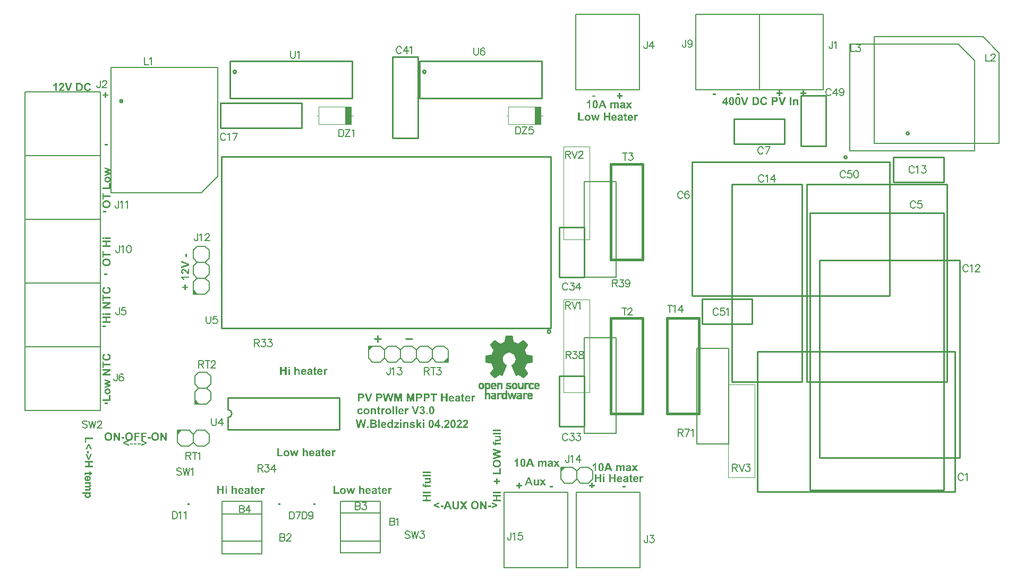
<source format=gbr>
%TF.GenerationSoftware,Altium Limited,Altium Designer,21.3.2 (30)*%
G04 Layer_Color=65535*
%FSLAX26Y26*%
%MOIN*%
%TF.SameCoordinates,53465ED1-0DC7-484A-8DCD-68ECABD516C6*%
%TF.FilePolarity,Positive*%
%TF.FileFunction,Legend,Top*%
%TF.Part,Single*%
G01*
G75*
%TA.AperFunction,NonConductor*%
%ADD90C,0.010000*%
%ADD92C,0.003937*%
%ADD95C,0.008000*%
%ADD96C,0.007874*%
%ADD99C,0.001000*%
%ADD100C,0.015000*%
%ADD101R,0.039370X0.110236*%
G36*
X2170000Y2525000D02*
X2195000D01*
X2170000Y2500000D01*
Y2525000D01*
D02*
G37*
G36*
X2280000Y2690000D02*
Y2715000D01*
X2305000Y2690000D01*
X2280000D01*
D02*
G37*
G36*
X2270000Y3380000D02*
Y3405000D01*
X2295000Y3380000D01*
X2270000D01*
D02*
G37*
G36*
X3370000Y3053740D02*
X3395000D01*
X3370000Y3028740D01*
Y3053740D01*
D02*
G37*
G36*
X3870000Y2953740D02*
X3845000D01*
X3870000Y2978740D01*
Y2953740D01*
D02*
G37*
G36*
X4575984Y2294095D02*
X4600984D01*
X4575984Y2269095D01*
Y2294095D01*
D02*
G37*
G36*
X4319239Y2181746D02*
X4332506D01*
Y2172706D01*
X4319239D01*
Y2159657D01*
X4310418D01*
Y2172706D01*
X4297223D01*
Y2181746D01*
X4310418D01*
Y2194795D01*
X4319239D01*
Y2181746D01*
D02*
G37*
G36*
X4526250Y2165854D02*
X4507223D01*
Y2175550D01*
X4526250D01*
Y2165854D01*
D02*
G37*
G36*
X4468973Y2199246D02*
X4482459Y2180000D01*
X4470650D01*
X4463141Y2191300D01*
X4455632Y2180000D01*
X4444333D01*
X4457528Y2198808D01*
X4444916Y2216596D01*
X4456726D01*
X4463141Y2206463D01*
X4469993Y2216596D01*
X4481293D01*
X4468973Y2199246D01*
D02*
G37*
G36*
X4439084Y2180000D02*
X4430117D01*
Y2185468D01*
X4430044Y2185322D01*
X4429753Y2184957D01*
X4429315Y2184447D01*
X4428659Y2183791D01*
X4427930Y2182989D01*
X4426982Y2182260D01*
X4425962Y2181458D01*
X4424795Y2180802D01*
X4424650Y2180729D01*
X4424212Y2180583D01*
X4423556Y2180292D01*
X4422681Y2180000D01*
X4421661Y2179708D01*
X4420494Y2179417D01*
X4419255Y2179271D01*
X4417943Y2179198D01*
X4417287D01*
X4416631Y2179271D01*
X4415756Y2179417D01*
X4414662Y2179563D01*
X4413569Y2179854D01*
X4412402Y2180292D01*
X4411309Y2180802D01*
X4411163Y2180875D01*
X4410872Y2181093D01*
X4410288Y2181458D01*
X4409705Y2181968D01*
X4408976Y2182624D01*
X4408320Y2183353D01*
X4407664Y2184301D01*
X4407081Y2185322D01*
X4407008Y2185468D01*
X4406862Y2185832D01*
X4406643Y2186488D01*
X4406425Y2187436D01*
X4406206Y2188602D01*
X4405987Y2189987D01*
X4405841Y2191591D01*
X4405769Y2193414D01*
Y2216596D01*
X4415464D01*
Y2199756D01*
Y2199683D01*
Y2199391D01*
Y2199027D01*
Y2198517D01*
Y2197933D01*
Y2197277D01*
X4415537Y2195746D01*
X4415610Y2194070D01*
X4415683Y2192539D01*
X4415756Y2191883D01*
X4415829Y2191227D01*
X4415902Y2190716D01*
X4415975Y2190352D01*
Y2190279D01*
X4416047Y2190060D01*
X4416193Y2189769D01*
X4416412Y2189331D01*
X4416631Y2188894D01*
X4416995Y2188456D01*
X4417360Y2188019D01*
X4417870Y2187582D01*
X4417943Y2187509D01*
X4418162Y2187436D01*
X4418453Y2187290D01*
X4418891Y2187144D01*
X4419401Y2186925D01*
X4420057Y2186780D01*
X4420713Y2186707D01*
X4421515Y2186634D01*
X4421952D01*
X4422390Y2186707D01*
X4422973Y2186780D01*
X4423702Y2186925D01*
X4424431Y2187217D01*
X4425233Y2187509D01*
X4425962Y2187946D01*
X4426035Y2188019D01*
X4426253Y2188165D01*
X4426618Y2188456D01*
X4427055Y2188894D01*
X4427493Y2189404D01*
X4427930Y2189914D01*
X4428368Y2190570D01*
X4428659Y2191300D01*
Y2191372D01*
X4428805Y2191737D01*
Y2192028D01*
X4428878Y2192393D01*
X4428951Y2192758D01*
X4429024Y2193268D01*
X4429096Y2193924D01*
X4429169Y2194580D01*
X4429242Y2195382D01*
Y2196330D01*
X4429315Y2197350D01*
X4429388Y2198517D01*
Y2199756D01*
Y2201141D01*
Y2216596D01*
X4439084D01*
Y2180000D01*
D02*
G37*
G36*
X4400593D02*
X4389585D01*
X4385211Y2191445D01*
X4364944D01*
X4360789Y2180000D01*
X4350000D01*
X4369537Y2230447D01*
X4380326D01*
X4400593Y2180000D01*
D02*
G37*
G36*
X4476345Y2334594D02*
X4477293Y2334448D01*
X4478387Y2334229D01*
X4479480Y2333938D01*
X4480646Y2333573D01*
X4481740Y2332990D01*
X4481886Y2332917D01*
X4482177Y2332698D01*
X4482688Y2332334D01*
X4483344Y2331823D01*
X4484000Y2331095D01*
X4484729Y2330293D01*
X4485385Y2329345D01*
X4485968Y2328178D01*
X4486041Y2328106D01*
X4486114Y2327741D01*
X4486260Y2327158D01*
X4486479Y2326356D01*
X4486697Y2325335D01*
X4486843Y2324023D01*
X4486916Y2322419D01*
X4486989Y2320597D01*
Y2297269D01*
X4477293D01*
Y2318118D01*
Y2318191D01*
Y2318337D01*
Y2318629D01*
Y2318993D01*
X4477220Y2319941D01*
X4477147Y2321034D01*
X4477074Y2322201D01*
X4476856Y2323367D01*
X4476637Y2324388D01*
X4476418Y2324752D01*
X4476273Y2325117D01*
X4476200Y2325190D01*
X4475981Y2325481D01*
X4475689Y2325773D01*
X4475252Y2326210D01*
X4474669Y2326575D01*
X4473940Y2326939D01*
X4473065Y2327158D01*
X4472117Y2327231D01*
X4471753D01*
X4471388Y2327158D01*
X4470878Y2327085D01*
X4470295Y2326939D01*
X4469639Y2326720D01*
X4468910Y2326429D01*
X4468253Y2325992D01*
X4468181Y2325919D01*
X4467962Y2325773D01*
X4467670Y2325481D01*
X4467306Y2325044D01*
X4466868Y2324534D01*
X4466431Y2323950D01*
X4466066Y2323221D01*
X4465702Y2322347D01*
Y2322201D01*
X4465556Y2321909D01*
X4465483Y2321326D01*
X4465337Y2320524D01*
X4465192Y2319430D01*
X4465119Y2318118D01*
X4464973Y2316587D01*
Y2314765D01*
Y2297269D01*
X4455277D01*
Y2317244D01*
Y2317316D01*
Y2317462D01*
Y2317754D01*
Y2318118D01*
Y2318993D01*
X4455204Y2320087D01*
X4455132Y2321253D01*
X4455059Y2322347D01*
X4454913Y2323367D01*
X4454767Y2323805D01*
X4454694Y2324096D01*
Y2324169D01*
X4454621Y2324388D01*
X4454475Y2324679D01*
X4454330Y2324971D01*
X4453819Y2325773D01*
X4453455Y2326137D01*
X4453090Y2326429D01*
X4453017Y2326502D01*
X4452872Y2326575D01*
X4452653Y2326720D01*
X4452361Y2326866D01*
X4451924Y2327012D01*
X4451414Y2327085D01*
X4450830Y2327231D01*
X4449810D01*
X4449372Y2327158D01*
X4448862Y2327085D01*
X4448206Y2326939D01*
X4447550Y2326720D01*
X4446894Y2326429D01*
X4446165Y2325992D01*
X4446092Y2325919D01*
X4445873Y2325773D01*
X4445582Y2325481D01*
X4445217Y2325117D01*
X4444780Y2324606D01*
X4444342Y2324023D01*
X4443978Y2323294D01*
X4443613Y2322492D01*
Y2322419D01*
X4443467Y2322055D01*
X4443395Y2321472D01*
X4443249Y2320743D01*
X4443103Y2319649D01*
X4443030Y2318410D01*
X4442884Y2316806D01*
Y2314984D01*
Y2297269D01*
X4433189D01*
Y2333865D01*
X4442082D01*
Y2328835D01*
X4442155Y2328907D01*
X4442301Y2329053D01*
X4442593Y2329345D01*
X4442957Y2329782D01*
X4443395Y2330220D01*
X4443905Y2330657D01*
X4444561Y2331240D01*
X4445290Y2331751D01*
X4446092Y2332261D01*
X4446967Y2332844D01*
X4448862Y2333792D01*
X4449956Y2334156D01*
X4451049Y2334448D01*
X4452216Y2334594D01*
X4453455Y2334667D01*
X4454038D01*
X4454694Y2334594D01*
X4455496Y2334521D01*
X4456444Y2334302D01*
X4457464Y2334083D01*
X4458485Y2333719D01*
X4459506Y2333209D01*
X4459651Y2333136D01*
X4459943Y2332917D01*
X4460453Y2332625D01*
X4461036Y2332115D01*
X4461693Y2331459D01*
X4462422Y2330730D01*
X4463150Y2329782D01*
X4463807Y2328762D01*
X4463952Y2328907D01*
X4464244Y2329272D01*
X4464681Y2329782D01*
X4465337Y2330438D01*
X4466139Y2331167D01*
X4467014Y2331896D01*
X4467962Y2332625D01*
X4468983Y2333209D01*
X4469128Y2333282D01*
X4469493Y2333427D01*
X4470076Y2333646D01*
X4470805Y2333938D01*
X4471680Y2334229D01*
X4472700Y2334448D01*
X4473794Y2334594D01*
X4474960Y2334667D01*
X4475616D01*
X4476345Y2334594D01*
D02*
G37*
G36*
X4555734Y2316515D02*
X4569220Y2297269D01*
X4557410D01*
X4549901Y2308568D01*
X4542393Y2297269D01*
X4531093D01*
X4544288Y2316077D01*
X4531676Y2333865D01*
X4543486D01*
X4549901Y2323732D01*
X4556754Y2333865D01*
X4568054D01*
X4555734Y2316515D01*
D02*
G37*
G36*
X4512431Y2334594D02*
X4513014D01*
X4514472Y2334448D01*
X4516003Y2334302D01*
X4517607Y2334010D01*
X4519138Y2333573D01*
X4519794Y2333354D01*
X4520450Y2333063D01*
X4520523D01*
X4520596Y2332990D01*
X4520960Y2332771D01*
X4521543Y2332480D01*
X4522199Y2332042D01*
X4523001Y2331459D01*
X4523730Y2330803D01*
X4524386Y2330001D01*
X4524970Y2329199D01*
X4525043Y2329053D01*
X4525188Y2328762D01*
X4525407Y2328106D01*
X4525480Y2327741D01*
X4525626Y2327231D01*
X4525772Y2326720D01*
X4525845Y2326064D01*
X4525990Y2325335D01*
X4526063Y2324534D01*
X4526136Y2323659D01*
X4526209Y2322711D01*
X4526282Y2321690D01*
Y2320524D01*
X4526136Y2309224D01*
Y2309152D01*
Y2309006D01*
Y2308787D01*
Y2308423D01*
Y2307548D01*
X4526209Y2306527D01*
Y2305361D01*
X4526355Y2304194D01*
X4526428Y2303028D01*
X4526574Y2302080D01*
Y2302007D01*
X4526646Y2301716D01*
X4526792Y2301206D01*
X4526938Y2300622D01*
X4527230Y2299893D01*
X4527521Y2299091D01*
X4527886Y2298217D01*
X4528323Y2297269D01*
X4518773D01*
Y2297342D01*
X4518700Y2297415D01*
X4518627Y2297706D01*
X4518482Y2297998D01*
X4518336Y2298362D01*
X4518190Y2298873D01*
X4518044Y2299456D01*
X4517825Y2300112D01*
Y2300185D01*
X4517753Y2300258D01*
X4517680Y2300549D01*
X4517534Y2300914D01*
X4517461Y2301206D01*
X4517315Y2301133D01*
X4517024Y2300841D01*
X4516513Y2300404D01*
X4515857Y2299893D01*
X4515055Y2299310D01*
X4514181Y2298654D01*
X4513160Y2298144D01*
X4512139Y2297633D01*
X4511993Y2297561D01*
X4511629Y2297488D01*
X4511046Y2297269D01*
X4510317Y2297050D01*
X4509442Y2296831D01*
X4508421Y2296686D01*
X4507255Y2296540D01*
X4506089Y2296467D01*
X4505578D01*
X4505141Y2296540D01*
X4504703D01*
X4504120Y2296613D01*
X4502881Y2296831D01*
X4501423Y2297196D01*
X4499965Y2297706D01*
X4498507Y2298435D01*
X4497195Y2299456D01*
Y2299529D01*
X4497049Y2299602D01*
X4496685Y2300039D01*
X4496174Y2300695D01*
X4495591Y2301570D01*
X4495008Y2302664D01*
X4494498Y2303976D01*
X4494133Y2305507D01*
X4494060Y2306309D01*
X4493987Y2307183D01*
Y2307329D01*
Y2307694D01*
X4494060Y2308277D01*
X4494206Y2309006D01*
X4494352Y2309881D01*
X4494570Y2310755D01*
X4494935Y2311703D01*
X4495445Y2312651D01*
X4495518Y2312797D01*
X4495737Y2313088D01*
X4496028Y2313526D01*
X4496539Y2314036D01*
X4497049Y2314619D01*
X4497778Y2315275D01*
X4498580Y2315858D01*
X4499528Y2316369D01*
X4499673Y2316442D01*
X4500038Y2316587D01*
X4500621Y2316806D01*
X4501496Y2317171D01*
X4502589Y2317535D01*
X4503902Y2317900D01*
X4505505Y2318264D01*
X4507255Y2318629D01*
X4507328D01*
X4507547Y2318702D01*
X4507911Y2318774D01*
X4508349Y2318847D01*
X4508932Y2318920D01*
X4509588Y2319066D01*
X4511046Y2319430D01*
X4512577Y2319795D01*
X4514181Y2320160D01*
X4515566Y2320597D01*
X4516222Y2320816D01*
X4516732Y2321034D01*
Y2321982D01*
Y2322128D01*
Y2322419D01*
X4516659Y2322930D01*
X4516586Y2323586D01*
X4516368Y2324242D01*
X4516149Y2324898D01*
X4515784Y2325481D01*
X4515274Y2325992D01*
X4515201Y2326064D01*
X4514982Y2326210D01*
X4514618Y2326356D01*
X4514108Y2326648D01*
X4513379Y2326866D01*
X4512504Y2327012D01*
X4511410Y2327158D01*
X4510098Y2327231D01*
X4509661D01*
X4509223Y2327158D01*
X4508640Y2327085D01*
X4507984Y2326939D01*
X4507255Y2326793D01*
X4506599Y2326502D01*
X4506016Y2326137D01*
X4505943Y2326064D01*
X4505797Y2325919D01*
X4505505Y2325700D01*
X4505214Y2325335D01*
X4504776Y2324825D01*
X4504412Y2324169D01*
X4504047Y2323440D01*
X4503683Y2322565D01*
X4495008Y2324169D01*
Y2324242D01*
X4495081Y2324388D01*
X4495154Y2324679D01*
X4495299Y2325044D01*
X4495445Y2325481D01*
X4495664Y2325992D01*
X4496174Y2327158D01*
X4496903Y2328397D01*
X4497778Y2329709D01*
X4498799Y2330949D01*
X4500038Y2332042D01*
X4500111D01*
X4500184Y2332188D01*
X4500402Y2332261D01*
X4500694Y2332480D01*
X4501131Y2332625D01*
X4501569Y2332844D01*
X4502152Y2333136D01*
X4502735Y2333354D01*
X4503464Y2333573D01*
X4504266Y2333865D01*
X4505141Y2334083D01*
X4506162Y2334229D01*
X4507182Y2334448D01*
X4508349Y2334521D01*
X4509515Y2334667D01*
X4511921D01*
X4512431Y2334594D01*
D02*
G37*
G36*
X4408913Y2297269D02*
X4397905D01*
X4393531Y2308714D01*
X4373265D01*
X4369109Y2297269D01*
X4358320D01*
X4377858Y2347716D01*
X4388647D01*
X4408913Y2297269D01*
D02*
G37*
G36*
X4307582D02*
X4297886D01*
Y2333792D01*
X4297813Y2333719D01*
X4297667Y2333573D01*
X4297376Y2333354D01*
X4296939Y2332990D01*
X4296428Y2332552D01*
X4295845Y2332115D01*
X4295116Y2331605D01*
X4294314Y2331022D01*
X4293439Y2330438D01*
X4292492Y2329855D01*
X4291471Y2329199D01*
X4290377Y2328616D01*
X4288045Y2327522D01*
X4285420Y2326502D01*
Y2335250D01*
X4285493D01*
X4285566Y2335323D01*
X4285785Y2335396D01*
X4286076Y2335468D01*
X4286805Y2335833D01*
X4287826Y2336270D01*
X4289065Y2336854D01*
X4290450Y2337655D01*
X4291981Y2338676D01*
X4293585Y2339843D01*
X4293658Y2339915D01*
X4293804Y2339988D01*
X4294023Y2340207D01*
X4294314Y2340499D01*
X4295116Y2341228D01*
X4295991Y2342175D01*
X4297011Y2343342D01*
X4298032Y2344800D01*
X4298980Y2346331D01*
X4299709Y2348007D01*
X4307582D01*
Y2297269D01*
D02*
G37*
G36*
X4339658Y2347934D02*
X4340241Y2347861D01*
X4340970Y2347716D01*
X4341699Y2347570D01*
X4342574Y2347351D01*
X4343522Y2347060D01*
X4344396Y2346695D01*
X4345344Y2346331D01*
X4346292Y2345820D01*
X4347239Y2345164D01*
X4348187Y2344508D01*
X4349062Y2343706D01*
X4349864Y2342758D01*
X4349937Y2342686D01*
X4350083Y2342467D01*
X4350301Y2342102D01*
X4350666Y2341592D01*
X4351030Y2340863D01*
X4351468Y2339988D01*
X4351905Y2339041D01*
X4352342Y2337801D01*
X4352780Y2336489D01*
X4353290Y2334958D01*
X4353655Y2333282D01*
X4354019Y2331386D01*
X4354384Y2329345D01*
X4354602Y2327158D01*
X4354748Y2324752D01*
X4354821Y2322128D01*
Y2322055D01*
Y2321982D01*
Y2321763D01*
Y2321472D01*
Y2320743D01*
X4354748Y2319795D01*
X4354675Y2318629D01*
X4354529Y2317244D01*
X4354384Y2315785D01*
X4354238Y2314182D01*
X4353946Y2312505D01*
X4353582Y2310755D01*
X4353217Y2309079D01*
X4352707Y2307402D01*
X4352197Y2305725D01*
X4351468Y2304194D01*
X4350739Y2302736D01*
X4349864Y2301497D01*
X4349791Y2301424D01*
X4349645Y2301278D01*
X4349426Y2300987D01*
X4349135Y2300695D01*
X4348698Y2300331D01*
X4348187Y2299893D01*
X4347531Y2299383D01*
X4346875Y2298946D01*
X4346073Y2298435D01*
X4345271Y2297925D01*
X4344324Y2297488D01*
X4343303Y2297123D01*
X4342209Y2296831D01*
X4340970Y2296540D01*
X4339731Y2296394D01*
X4338419Y2296321D01*
X4338127D01*
X4337690Y2296394D01*
X4337179D01*
X4336596Y2296467D01*
X4335867Y2296613D01*
X4335065Y2296759D01*
X4334190Y2297050D01*
X4333243Y2297342D01*
X4332295Y2297706D01*
X4331274Y2298144D01*
X4330327Y2298727D01*
X4329306Y2299310D01*
X4328358Y2300112D01*
X4327411Y2300914D01*
X4326536Y2301934D01*
X4326463Y2302007D01*
X4326317Y2302226D01*
X4326099Y2302591D01*
X4325880Y2303028D01*
X4325515Y2303684D01*
X4325151Y2304486D01*
X4324713Y2305507D01*
X4324349Y2306600D01*
X4323912Y2307912D01*
X4323474Y2309370D01*
X4323110Y2311047D01*
X4322818Y2312869D01*
X4322526Y2314911D01*
X4322308Y2317171D01*
X4322162Y2319576D01*
X4322089Y2322201D01*
Y2322274D01*
Y2322347D01*
Y2322565D01*
Y2322857D01*
Y2323586D01*
X4322162Y2324534D01*
X4322235Y2325700D01*
X4322381Y2327085D01*
X4322526Y2328543D01*
X4322672Y2330147D01*
X4322964Y2331823D01*
X4323255Y2333500D01*
X4323693Y2335250D01*
X4324130Y2336927D01*
X4324713Y2338530D01*
X4325369Y2340061D01*
X4326099Y2341519D01*
X4326973Y2342758D01*
X4327046Y2342831D01*
X4327192Y2342977D01*
X4327411Y2343269D01*
X4327775Y2343560D01*
X4328140Y2343998D01*
X4328650Y2344435D01*
X4329306Y2344873D01*
X4329962Y2345383D01*
X4330764Y2345893D01*
X4331566Y2346331D01*
X4332514Y2346768D01*
X4333534Y2347205D01*
X4334628Y2347497D01*
X4335867Y2347789D01*
X4337106Y2347934D01*
X4338419Y2348007D01*
X4339148D01*
X4339658Y2347934D01*
D02*
G37*
G36*
X3760000Y2256126D02*
X3709553D01*
Y2265822D01*
X3760000D01*
Y2256126D01*
D02*
G37*
G36*
Y2236516D02*
X3709553D01*
Y2246212D01*
X3760000D01*
Y2236516D01*
D02*
G37*
G36*
Y2217635D02*
X3754532D01*
X3754678Y2217562D01*
X3755043Y2217271D01*
X3755553Y2216833D01*
X3756209Y2216177D01*
X3757011Y2215448D01*
X3757740Y2214501D01*
X3758542Y2213480D01*
X3759198Y2212314D01*
X3759271Y2212168D01*
X3759417Y2211730D01*
X3759708Y2211074D01*
X3760000Y2210199D01*
X3760292Y2209179D01*
X3760583Y2208012D01*
X3760729Y2206773D01*
X3760802Y2205461D01*
Y2204805D01*
X3760729Y2204149D01*
X3760583Y2203274D01*
X3760437Y2202180D01*
X3760146Y2201087D01*
X3759708Y2199921D01*
X3759198Y2198827D01*
X3759125Y2198681D01*
X3758907Y2198390D01*
X3758542Y2197806D01*
X3758032Y2197223D01*
X3757376Y2196494D01*
X3756647Y2195838D01*
X3755699Y2195182D01*
X3754678Y2194599D01*
X3754532Y2194526D01*
X3754168Y2194380D01*
X3753512Y2194161D01*
X3752564Y2193943D01*
X3751398Y2193724D01*
X3750013Y2193505D01*
X3748409Y2193360D01*
X3746586Y2193287D01*
X3723404D01*
Y2202982D01*
X3740244D01*
X3740317D01*
X3740609D01*
X3740973D01*
X3741483D01*
X3742067D01*
X3742723D01*
X3744254Y2203055D01*
X3745930Y2203128D01*
X3747461Y2203201D01*
X3748117Y2203274D01*
X3748773Y2203347D01*
X3749284Y2203420D01*
X3749648Y2203493D01*
X3749721D01*
X3749940Y2203566D01*
X3750231Y2203711D01*
X3750669Y2203930D01*
X3751106Y2204149D01*
X3751544Y2204513D01*
X3751981Y2204878D01*
X3752418Y2205388D01*
X3752491Y2205461D01*
X3752564Y2205680D01*
X3752710Y2205971D01*
X3752856Y2206409D01*
X3753075Y2206919D01*
X3753220Y2207575D01*
X3753293Y2208231D01*
X3753366Y2209033D01*
Y2209470D01*
X3753293Y2209908D01*
X3753220Y2210491D01*
X3753075Y2211220D01*
X3752783Y2211949D01*
X3752491Y2212751D01*
X3752054Y2213480D01*
X3751981Y2213553D01*
X3751835Y2213771D01*
X3751544Y2214136D01*
X3751106Y2214573D01*
X3750596Y2215011D01*
X3750086Y2215448D01*
X3749430Y2215886D01*
X3748700Y2216177D01*
X3748628D01*
X3748263Y2216323D01*
X3747972D01*
X3747607Y2216396D01*
X3747242Y2216469D01*
X3746732Y2216542D01*
X3746076Y2216615D01*
X3745420Y2216688D01*
X3744618Y2216760D01*
X3743670D01*
X3742650Y2216833D01*
X3741483Y2216906D01*
X3740244D01*
X3738859D01*
X3723404D01*
Y2226602D01*
X3760000D01*
Y2217635D01*
D02*
G37*
G36*
X3716624Y2189204D02*
Y2189131D01*
X3716552Y2188840D01*
X3716406Y2188329D01*
X3716333Y2187746D01*
X3716187Y2187090D01*
X3716114Y2186361D01*
X3716041Y2184757D01*
Y2184393D01*
X3716114Y2184028D01*
X3716187Y2183591D01*
X3716479Y2182570D01*
X3716697Y2182133D01*
X3717062Y2181695D01*
X3717135D01*
X3717281Y2181550D01*
X3717499Y2181404D01*
X3717937Y2181258D01*
X3718447Y2181112D01*
X3719103Y2180966D01*
X3719905Y2180894D01*
X3720853Y2180821D01*
X3723404D01*
Y2188038D01*
X3730986D01*
Y2180821D01*
X3760000D01*
Y2171125D01*
X3730986D01*
Y2165730D01*
X3723404D01*
Y2171125D01*
X3720707D01*
X3720634D01*
X3720488D01*
X3720269D01*
X3719905D01*
X3719103Y2171198D01*
X3718082Y2171271D01*
X3716989Y2171344D01*
X3715823Y2171562D01*
X3714729Y2171781D01*
X3713781Y2172073D01*
X3713709Y2172146D01*
X3713417Y2172291D01*
X3712979Y2172510D01*
X3712469Y2172875D01*
X3711886Y2173385D01*
X3711230Y2173968D01*
X3710647Y2174770D01*
X3710064Y2175645D01*
X3709991Y2175791D01*
X3709845Y2176155D01*
X3709626Y2176738D01*
X3709334Y2177467D01*
X3709043Y2178488D01*
X3708824Y2179581D01*
X3708678Y2180894D01*
X3708606Y2182352D01*
Y2183081D01*
X3708678Y2183883D01*
X3708751Y2184903D01*
X3708897Y2186142D01*
X3709116Y2187528D01*
X3709407Y2188985D01*
X3709845Y2190516D01*
X3716624Y2189204D01*
D02*
G37*
G36*
X3760000Y2130520D02*
X3709553D01*
Y2140726D01*
X3760000D01*
Y2130520D01*
D02*
G37*
G36*
Y2110108D02*
X3737911D01*
Y2090206D01*
X3760000D01*
Y2080000D01*
X3709553D01*
Y2090206D01*
X3729382D01*
Y2110108D01*
X3709553D01*
Y2120314D01*
X3760000D01*
Y2110108D01*
D02*
G37*
G36*
X3972675Y2056244D02*
X3990025Y2030000D01*
X3977778D01*
X3966624Y2047059D01*
X3955397Y2030000D01*
X3943150D01*
X3960573Y2056244D01*
X3944754Y2080447D01*
X3956637D01*
X3966624Y2065356D01*
X3976611Y2080447D01*
X3988494D01*
X3972675Y2056244D01*
D02*
G37*
G36*
X4109873Y2030000D02*
X4099667D01*
X4079182Y2063242D01*
Y2030000D01*
X4069778D01*
Y2080447D01*
X4079619D01*
X4100468Y2046476D01*
Y2080447D01*
X4109873D01*
Y2030000D01*
D02*
G37*
G36*
X4138449Y2043487D02*
X4119422D01*
Y2053182D01*
X4138449D01*
Y2043487D01*
D02*
G37*
G36*
X3840872Y2043486D02*
X3821845D01*
Y2053182D01*
X3840872D01*
Y2043486D01*
D02*
G37*
G36*
X3937537Y2053838D02*
Y2053765D01*
Y2053474D01*
Y2052963D01*
Y2052380D01*
Y2051651D01*
X3937464Y2050776D01*
Y2049829D01*
Y2048881D01*
X3937318Y2046767D01*
X3937172Y2044580D01*
X3937099Y2043632D01*
X3936954Y2042685D01*
X3936808Y2041810D01*
X3936662Y2041008D01*
Y2040935D01*
X3936589Y2040862D01*
Y2040643D01*
X3936516Y2040425D01*
X3936298Y2039696D01*
X3936006Y2038821D01*
X3935569Y2037800D01*
X3935058Y2036780D01*
X3934402Y2035686D01*
X3933600Y2034666D01*
X3933527Y2034520D01*
X3933236Y2034228D01*
X3932726Y2033791D01*
X3932069Y2033208D01*
X3931195Y2032552D01*
X3930174Y2031895D01*
X3929008Y2031166D01*
X3927695Y2030583D01*
X3927622D01*
X3927550Y2030510D01*
X3927331Y2030437D01*
X3927039Y2030364D01*
X3926675Y2030219D01*
X3926237Y2030073D01*
X3925654Y2029927D01*
X3925071Y2029854D01*
X3923686Y2029563D01*
X3922009Y2029271D01*
X3920114Y2029125D01*
X3918000Y2029052D01*
X3916833D01*
X3916177Y2029125D01*
X3915521D01*
X3914719Y2029198D01*
X3913917Y2029271D01*
X3912168Y2029417D01*
X3910345Y2029708D01*
X3908523Y2030146D01*
X3907721Y2030364D01*
X3906992Y2030656D01*
X3906919D01*
X3906846Y2030729D01*
X3906409Y2030948D01*
X3905680Y2031312D01*
X3904878Y2031822D01*
X3903930Y2032479D01*
X3902909Y2033208D01*
X3901962Y2034082D01*
X3901087Y2035030D01*
X3901014Y2035176D01*
X3900722Y2035467D01*
X3900358Y2036051D01*
X3899921Y2036780D01*
X3899483Y2037582D01*
X3898973Y2038529D01*
X3898608Y2039550D01*
X3898244Y2040643D01*
Y2040716D01*
X3898171Y2040862D01*
Y2041081D01*
X3898098Y2041445D01*
X3898025Y2041883D01*
X3897952Y2042466D01*
X3897879Y2043122D01*
X3897806Y2043851D01*
X3897661Y2044726D01*
X3897588Y2045674D01*
X3897515Y2046694D01*
X3897442Y2047861D01*
X3897369Y2049100D01*
Y2050485D01*
X3897296Y2051943D01*
Y2053474D01*
Y2080447D01*
X3907502D01*
Y2053036D01*
Y2052963D01*
Y2052745D01*
Y2052453D01*
Y2052016D01*
Y2051433D01*
Y2050849D01*
X3907575Y2049537D01*
Y2048079D01*
X3907648Y2046694D01*
X3907721Y2046038D01*
Y2045455D01*
X3907794Y2045017D01*
X3907867Y2044580D01*
Y2044434D01*
X3908012Y2044070D01*
X3908231Y2043486D01*
X3908523Y2042757D01*
X3908887Y2041956D01*
X3909470Y2041154D01*
X3910126Y2040279D01*
X3910928Y2039550D01*
X3911074Y2039477D01*
X3911366Y2039258D01*
X3911949Y2038967D01*
X3912678Y2038675D01*
X3913699Y2038311D01*
X3914865Y2038019D01*
X3916177Y2037800D01*
X3917708Y2037727D01*
X3918437D01*
X3919166Y2037800D01*
X3920114Y2037946D01*
X3921207Y2038165D01*
X3922228Y2038456D01*
X3923321Y2038894D01*
X3924196Y2039477D01*
X3924269Y2039550D01*
X3924561Y2039769D01*
X3924925Y2040133D01*
X3925363Y2040643D01*
X3925800Y2041300D01*
X3926237Y2042028D01*
X3926602Y2042830D01*
X3926821Y2043778D01*
Y2043924D01*
X3926894Y2044288D01*
X3926966Y2044945D01*
X3927112Y2045819D01*
Y2046402D01*
X3927185Y2047059D01*
Y2047788D01*
X3927258Y2048517D01*
Y2049391D01*
X3927331Y2050339D01*
Y2051360D01*
Y2052453D01*
Y2080447D01*
X3937537D01*
Y2053838D01*
D02*
G37*
G36*
X3814628Y2064263D02*
X3790425Y2055005D01*
X3814628Y2045528D01*
Y2035759D01*
X3780000Y2050776D01*
Y2059087D01*
X3814628Y2074104D01*
Y2064263D01*
D02*
G37*
G36*
X4176868Y2059014D02*
Y2050777D01*
X4142240Y2035686D01*
Y2045455D01*
X4166370Y2054932D01*
X4142240Y2064336D01*
Y2074032D01*
X4176868Y2059014D01*
D02*
G37*
G36*
X3891974Y2030000D02*
X3880966D01*
X3876593Y2041445D01*
X3856326D01*
X3852171Y2030000D01*
X3841382D01*
X3860919Y2080447D01*
X3871708D01*
X3891974Y2030000D01*
D02*
G37*
G36*
X4038285Y2081322D02*
X4039014D01*
X4039961Y2081176D01*
X4041055Y2081030D01*
X4042294Y2080811D01*
X4043606Y2080520D01*
X4044992Y2080155D01*
X4046450Y2079718D01*
X4047907Y2079135D01*
X4049438Y2078479D01*
X4050896Y2077677D01*
X4052354Y2076729D01*
X4053740Y2075635D01*
X4055052Y2074396D01*
X4055125Y2074323D01*
X4055343Y2074104D01*
X4055708Y2073667D01*
X4056072Y2073157D01*
X4056583Y2072428D01*
X4057166Y2071553D01*
X4057749Y2070532D01*
X4058405Y2069366D01*
X4059061Y2068127D01*
X4059644Y2066669D01*
X4060228Y2065065D01*
X4060738Y2063388D01*
X4061175Y2061493D01*
X4061467Y2059524D01*
X4061686Y2057410D01*
X4061758Y2055151D01*
Y2055005D01*
Y2054640D01*
X4061686Y2053984D01*
Y2053109D01*
X4061540Y2052089D01*
X4061394Y2050922D01*
X4061175Y2049537D01*
X4060957Y2048152D01*
X4060592Y2046621D01*
X4060155Y2045017D01*
X4059572Y2043414D01*
X4058915Y2041810D01*
X4058186Y2040279D01*
X4057239Y2038748D01*
X4056218Y2037290D01*
X4055052Y2035905D01*
X4054979Y2035832D01*
X4054760Y2035613D01*
X4054396Y2035249D01*
X4053812Y2034811D01*
X4053156Y2034301D01*
X4052354Y2033718D01*
X4051407Y2033135D01*
X4050386Y2032479D01*
X4049147Y2031822D01*
X4047835Y2031239D01*
X4046377Y2030656D01*
X4044773Y2030146D01*
X4043096Y2029708D01*
X4041274Y2029344D01*
X4039378Y2029125D01*
X4037337Y2029052D01*
X4036827D01*
X4036244Y2029125D01*
X4035515Y2029198D01*
X4034567Y2029271D01*
X4033473Y2029417D01*
X4032234Y2029636D01*
X4030922Y2029927D01*
X4029464Y2030292D01*
X4028079Y2030729D01*
X4026548Y2031312D01*
X4025090Y2031968D01*
X4023559Y2032697D01*
X4022174Y2033645D01*
X4020789Y2034666D01*
X4019477Y2035905D01*
X4019404Y2035978D01*
X4019185Y2036197D01*
X4018893Y2036634D01*
X4018456Y2037144D01*
X4017946Y2037873D01*
X4017362Y2038748D01*
X4016779Y2039696D01*
X4016196Y2040862D01*
X4015540Y2042101D01*
X4014957Y2043559D01*
X4014374Y2045090D01*
X4013863Y2046767D01*
X4013426Y2048590D01*
X4013134Y2050558D01*
X4012916Y2052672D01*
X4012843Y2054859D01*
Y2054932D01*
Y2055223D01*
Y2055588D01*
X4012916Y2056171D01*
Y2056827D01*
X4012988Y2057556D01*
X4013061Y2058431D01*
X4013134Y2059379D01*
X4013426Y2061420D01*
X4013790Y2063607D01*
X4014374Y2065794D01*
X4015102Y2067835D01*
Y2067908D01*
X4015175Y2067981D01*
X4015321Y2068200D01*
X4015394Y2068491D01*
X4015831Y2069220D01*
X4016342Y2070168D01*
X4016998Y2071261D01*
X4017800Y2072355D01*
X4018747Y2073594D01*
X4019768Y2074761D01*
X4019841Y2074834D01*
X4019914Y2074906D01*
X4020278Y2075271D01*
X4020934Y2075854D01*
X4021736Y2076510D01*
X4022684Y2077239D01*
X4023778Y2078041D01*
X4025017Y2078770D01*
X4026329Y2079353D01*
X4026402D01*
X4026548Y2079426D01*
X4026839Y2079572D01*
X4027204Y2079645D01*
X4027641Y2079864D01*
X4028152Y2080009D01*
X4028808Y2080155D01*
X4029464Y2080374D01*
X4031068Y2080738D01*
X4032890Y2081103D01*
X4035004Y2081322D01*
X4037191Y2081394D01*
X4037702D01*
X4038285Y2081322D01*
D02*
G37*
G36*
X4200000Y2520608D02*
X4149553D01*
Y2530303D01*
X4200000D01*
Y2520608D01*
D02*
G37*
G36*
Y2500997D02*
X4149553D01*
Y2510693D01*
X4200000D01*
Y2500997D01*
D02*
G37*
G36*
Y2482116D02*
X4194533D01*
X4194678Y2482044D01*
X4195043Y2481752D01*
X4195553Y2481314D01*
X4196209Y2480658D01*
X4197011Y2479929D01*
X4197740Y2478982D01*
X4198542Y2477961D01*
X4199198Y2476795D01*
X4199271Y2476649D01*
X4199417Y2476211D01*
X4199708Y2475555D01*
X4200000Y2474681D01*
X4200292Y2473660D01*
X4200583Y2472494D01*
X4200729Y2471254D01*
X4200802Y2469942D01*
Y2469286D01*
X4200729Y2468630D01*
X4200583Y2467755D01*
X4200437Y2466662D01*
X4200146Y2465568D01*
X4199708Y2464402D01*
X4199198Y2463308D01*
X4199125Y2463162D01*
X4198907Y2462871D01*
X4198542Y2462288D01*
X4198032Y2461704D01*
X4197376Y2460975D01*
X4196647Y2460319D01*
X4195699Y2459663D01*
X4194678Y2459080D01*
X4194533Y2459007D01*
X4194168Y2458861D01*
X4193512Y2458643D01*
X4192564Y2458424D01*
X4191398Y2458205D01*
X4190013Y2457986D01*
X4188409Y2457841D01*
X4186586Y2457768D01*
X4163404D01*
Y2467463D01*
X4180244D01*
X4180317D01*
X4180609D01*
X4180973D01*
X4181483D01*
X4182067D01*
X4182723D01*
X4184254Y2467536D01*
X4185930Y2467609D01*
X4187461Y2467682D01*
X4188117Y2467755D01*
X4188773Y2467828D01*
X4189284Y2467901D01*
X4189648Y2467974D01*
X4189721D01*
X4189940Y2468047D01*
X4190231Y2468193D01*
X4190669Y2468411D01*
X4191106Y2468630D01*
X4191544Y2468994D01*
X4191981Y2469359D01*
X4192418Y2469869D01*
X4192491Y2469942D01*
X4192564Y2470161D01*
X4192710Y2470452D01*
X4192856Y2470890D01*
X4193074Y2471400D01*
X4193220Y2472056D01*
X4193293Y2472712D01*
X4193366Y2473514D01*
Y2473952D01*
X4193293Y2474389D01*
X4193220Y2474972D01*
X4193074Y2475701D01*
X4192783Y2476430D01*
X4192491Y2477232D01*
X4192054Y2477961D01*
X4191981Y2478034D01*
X4191835Y2478253D01*
X4191544Y2478617D01*
X4191106Y2479055D01*
X4190596Y2479492D01*
X4190086Y2479929D01*
X4189430Y2480367D01*
X4188700Y2480658D01*
X4188628D01*
X4188263Y2480804D01*
X4187971D01*
X4187607Y2480877D01*
X4187243Y2480950D01*
X4186732Y2481023D01*
X4186076Y2481096D01*
X4185420Y2481169D01*
X4184618Y2481242D01*
X4183670D01*
X4182650Y2481314D01*
X4181483Y2481387D01*
X4180244D01*
X4178859D01*
X4163404D01*
Y2491083D01*
X4200000D01*
Y2482116D01*
D02*
G37*
G36*
X4156624Y2453685D02*
Y2453613D01*
X4156552Y2453321D01*
X4156406Y2452811D01*
X4156333Y2452227D01*
X4156187Y2451571D01*
X4156114Y2450842D01*
X4156041Y2449238D01*
Y2448874D01*
X4156114Y2448510D01*
X4156187Y2448072D01*
X4156479Y2447052D01*
X4156697Y2446614D01*
X4157062Y2446177D01*
X4157135D01*
X4157281Y2446031D01*
X4157499Y2445885D01*
X4157937Y2445739D01*
X4158447Y2445593D01*
X4159103Y2445448D01*
X4159905Y2445375D01*
X4160853Y2445302D01*
X4163404D01*
Y2452519D01*
X4170986D01*
Y2445302D01*
X4200000D01*
Y2435606D01*
X4170986D01*
Y2430212D01*
X4163404D01*
Y2435606D01*
X4160707D01*
X4160634D01*
X4160488D01*
X4160270D01*
X4159905D01*
X4159103Y2435679D01*
X4158083Y2435752D01*
X4156989Y2435825D01*
X4155823Y2436044D01*
X4154729Y2436262D01*
X4153781Y2436554D01*
X4153708Y2436627D01*
X4153417Y2436773D01*
X4152980Y2436991D01*
X4152469Y2437356D01*
X4151886Y2437866D01*
X4151230Y2438449D01*
X4150647Y2439251D01*
X4150064Y2440126D01*
X4149991Y2440272D01*
X4149845Y2440636D01*
X4149626Y2441220D01*
X4149334Y2441948D01*
X4149043Y2442969D01*
X4148824Y2444063D01*
X4148678Y2445375D01*
X4148605Y2446833D01*
Y2447562D01*
X4148678Y2448364D01*
X4148751Y2449384D01*
X4148897Y2450624D01*
X4149116Y2452009D01*
X4149407Y2453467D01*
X4149845Y2454998D01*
X4156624Y2453685D01*
D02*
G37*
G36*
X4200000Y2397479D02*
Y2386472D01*
X4162311Y2376557D01*
X4200000Y2366497D01*
Y2355416D01*
X4149553Y2343461D01*
Y2353885D01*
X4184254Y2361467D01*
X4149553Y2370652D01*
Y2382899D01*
X4184837Y2391648D01*
X4149553Y2399375D01*
Y2409654D01*
X4200000Y2397479D01*
D02*
G37*
G36*
X4176016Y2340326D02*
X4176891D01*
X4177911Y2340180D01*
X4179078Y2340034D01*
X4180463Y2339816D01*
X4181848Y2339597D01*
X4183379Y2339232D01*
X4184983Y2338795D01*
X4186586Y2338212D01*
X4188190Y2337556D01*
X4189721Y2336827D01*
X4191252Y2335879D01*
X4192710Y2334858D01*
X4194095Y2333692D01*
X4194168Y2333619D01*
X4194387Y2333400D01*
X4194751Y2333036D01*
X4195189Y2332453D01*
X4195699Y2331797D01*
X4196282Y2330995D01*
X4196865Y2330047D01*
X4197521Y2329026D01*
X4198177Y2327787D01*
X4198761Y2326475D01*
X4199344Y2325017D01*
X4199854Y2323413D01*
X4200292Y2321736D01*
X4200656Y2319914D01*
X4200875Y2318019D01*
X4200948Y2315977D01*
Y2315467D01*
X4200875Y2314884D01*
X4200802Y2314155D01*
X4200729Y2313207D01*
X4200583Y2312114D01*
X4200364Y2310874D01*
X4200073Y2309562D01*
X4199708Y2308104D01*
X4199271Y2306719D01*
X4198688Y2305188D01*
X4198032Y2303730D01*
X4197303Y2302199D01*
X4196355Y2300814D01*
X4195334Y2299429D01*
X4194095Y2298117D01*
X4194022Y2298044D01*
X4193803Y2297825D01*
X4193366Y2297534D01*
X4192856Y2297096D01*
X4192127Y2296586D01*
X4191252Y2296003D01*
X4190304Y2295419D01*
X4189138Y2294836D01*
X4187899Y2294180D01*
X4186441Y2293597D01*
X4184910Y2293014D01*
X4183233Y2292503D01*
X4181410Y2292066D01*
X4179442Y2291774D01*
X4177328Y2291556D01*
X4175141Y2291483D01*
X4175068D01*
X4174777D01*
X4174412D01*
X4173829Y2291556D01*
X4173173D01*
X4172444Y2291629D01*
X4171569Y2291702D01*
X4170621Y2291774D01*
X4168580Y2292066D01*
X4166393Y2292431D01*
X4164206Y2293014D01*
X4162165Y2293743D01*
X4162092D01*
X4162019Y2293816D01*
X4161800Y2293961D01*
X4161509Y2294034D01*
X4160780Y2294472D01*
X4159832Y2294982D01*
X4158739Y2295638D01*
X4157645Y2296440D01*
X4156406Y2297388D01*
X4155239Y2298408D01*
X4155167Y2298481D01*
X4155094Y2298554D01*
X4154729Y2298919D01*
X4154146Y2299575D01*
X4153490Y2300377D01*
X4152761Y2301324D01*
X4151959Y2302418D01*
X4151230Y2303657D01*
X4150647Y2304969D01*
Y2305042D01*
X4150574Y2305188D01*
X4150428Y2305480D01*
X4150355Y2305844D01*
X4150136Y2306282D01*
X4149991Y2306792D01*
X4149845Y2307448D01*
X4149626Y2308104D01*
X4149262Y2309708D01*
X4148897Y2311530D01*
X4148678Y2313644D01*
X4148605Y2315831D01*
Y2316342D01*
X4148678Y2316925D01*
Y2317654D01*
X4148824Y2318602D01*
X4148970Y2319695D01*
X4149189Y2320934D01*
X4149480Y2322247D01*
X4149845Y2323632D01*
X4150282Y2325090D01*
X4150865Y2326548D01*
X4151521Y2328079D01*
X4152323Y2329537D01*
X4153271Y2330995D01*
X4154365Y2332380D01*
X4155604Y2333692D01*
X4155677Y2333765D01*
X4155895Y2333984D01*
X4156333Y2334348D01*
X4156843Y2334713D01*
X4157572Y2335223D01*
X4158447Y2335806D01*
X4159468Y2336389D01*
X4160634Y2337045D01*
X4161873Y2337702D01*
X4163331Y2338285D01*
X4164935Y2338868D01*
X4166612Y2339378D01*
X4168507Y2339816D01*
X4170475Y2340107D01*
X4172590Y2340326D01*
X4174850Y2340399D01*
X4174995D01*
X4175360D01*
X4176016Y2340326D01*
D02*
G37*
G36*
X4200000Y2250732D02*
X4149918D01*
Y2260938D01*
X4191471D01*
Y2286307D01*
X4200000D01*
Y2250732D01*
D02*
G37*
G36*
X4179661Y2209470D02*
X4192710D01*
Y2200649D01*
X4179661D01*
Y2187455D01*
X4170621D01*
Y2200649D01*
X4157572D01*
Y2209470D01*
X4170621D01*
Y2222738D01*
X4179661D01*
Y2209470D01*
D02*
G37*
G36*
X4200000Y2130520D02*
X4149553D01*
Y2140726D01*
X4200000D01*
Y2130520D01*
D02*
G37*
G36*
Y2110108D02*
X4177911D01*
Y2090206D01*
X4200000D01*
Y2080000D01*
X4149553D01*
Y2090206D01*
X4169382D01*
Y2110108D01*
X4149553D01*
Y2120314D01*
X4200000D01*
Y2110108D01*
D02*
G37*
G36*
X2875395Y2915496D02*
X2865699D01*
Y2924463D01*
X2875395D01*
Y2915496D01*
D02*
G37*
G36*
X3107217Y2911341D02*
X3108019Y2911195D01*
X3109039Y2910976D01*
X3110133Y2910612D01*
X3111226Y2910174D01*
X3112393Y2909518D01*
X3109331Y2901135D01*
X3109258Y2901207D01*
X3108893Y2901353D01*
X3108456Y2901645D01*
X3107873Y2901936D01*
X3107144Y2902228D01*
X3106415Y2902520D01*
X3105613Y2902666D01*
X3104811Y2902738D01*
X3104519D01*
X3104082Y2902666D01*
X3103645Y2902593D01*
X3103134Y2902447D01*
X3102551Y2902228D01*
X3101968Y2901936D01*
X3101385Y2901572D01*
X3101312Y2901499D01*
X3101166Y2901353D01*
X3100874Y2901062D01*
X3100583Y2900624D01*
X3100218Y2900114D01*
X3099854Y2899385D01*
X3099489Y2898510D01*
X3099198Y2897490D01*
Y2897344D01*
X3099125Y2897125D01*
X3099052Y2896906D01*
Y2896542D01*
X3098979Y2896104D01*
X3098906Y2895521D01*
X3098833Y2894865D01*
X3098760Y2894136D01*
X3098687Y2893188D01*
X3098615Y2892241D01*
Y2891074D01*
X3098542Y2889835D01*
X3098469Y2888450D01*
Y2886919D01*
Y2885242D01*
Y2874016D01*
X3088773D01*
Y2910611D01*
X3097740D01*
Y2905436D01*
X3097813Y2905508D01*
X3098104Y2905946D01*
X3098542Y2906602D01*
X3099125Y2907404D01*
X3099708Y2908206D01*
X3100437Y2909008D01*
X3101093Y2909737D01*
X3101822Y2910247D01*
X3101895Y2910320D01*
X3102114Y2910466D01*
X3102551Y2910612D01*
X3103061Y2910830D01*
X3103645Y2911049D01*
X3104374Y2911268D01*
X3105103Y2911341D01*
X3105977Y2911414D01*
X3106561D01*
X3107217Y2911341D01*
D02*
G37*
G36*
X2855274Y2874016D02*
X2845068D01*
Y2896104D01*
X2825167D01*
Y2874016D01*
X2814961D01*
Y2924463D01*
X2825167D01*
Y2904634D01*
X2845068D01*
Y2924463D01*
X2855274D01*
Y2874016D01*
D02*
G37*
G36*
X3003115Y2911340D02*
X3003699D01*
X3005157Y2911195D01*
X3006688Y2911049D01*
X3008291Y2910757D01*
X3009822Y2910320D01*
X3010478Y2910101D01*
X3011135Y2909810D01*
X3011207D01*
X3011280Y2909737D01*
X3011645Y2909518D01*
X3012228Y2909226D01*
X3012884Y2908789D01*
X3013686Y2908206D01*
X3014415Y2907550D01*
X3015071Y2906748D01*
X3015654Y2905946D01*
X3015727Y2905800D01*
X3015873Y2905508D01*
X3016092Y2904852D01*
X3016165Y2904488D01*
X3016310Y2903978D01*
X3016456Y2903467D01*
X3016529Y2902811D01*
X3016675Y2902082D01*
X3016748Y2901280D01*
X3016821Y2900405D01*
X3016894Y2899458D01*
X3016966Y2898437D01*
Y2897271D01*
X3016821Y2885971D01*
Y2885898D01*
Y2885753D01*
Y2885534D01*
Y2885169D01*
Y2884295D01*
X3016894Y2883274D01*
Y2882108D01*
X3017039Y2880941D01*
X3017112Y2879775D01*
X3017258Y2878827D01*
Y2878754D01*
X3017331Y2878463D01*
X3017477Y2877952D01*
X3017623Y2877369D01*
X3017914Y2876640D01*
X3018206Y2875838D01*
X3018570Y2874963D01*
X3019008Y2874016D01*
X3009458D01*
Y2874089D01*
X3009385Y2874162D01*
X3009312Y2874453D01*
X3009166Y2874745D01*
X3009020Y2875109D01*
X3008875Y2875619D01*
X3008729Y2876203D01*
X3008510Y2876859D01*
Y2876932D01*
X3008437Y2877005D01*
X3008364Y2877296D01*
X3008218Y2877661D01*
X3008146Y2877952D01*
X3008000Y2877879D01*
X3007708Y2877588D01*
X3007198Y2877150D01*
X3006542Y2876640D01*
X3005740Y2876057D01*
X3004865Y2875401D01*
X3003845Y2874890D01*
X3002824Y2874380D01*
X3002678Y2874307D01*
X3002314Y2874234D01*
X3001730Y2874016D01*
X3001001Y2873797D01*
X3000127Y2873578D01*
X2999106Y2873432D01*
X2997940Y2873287D01*
X2996773Y2873214D01*
X2996263D01*
X2995825Y2873287D01*
X2995388D01*
X2994805Y2873360D01*
X2993566Y2873578D01*
X2992108Y2873943D01*
X2990650Y2874453D01*
X2989192Y2875182D01*
X2987879Y2876203D01*
Y2876276D01*
X2987734Y2876349D01*
X2987369Y2876786D01*
X2986859Y2877442D01*
X2986276Y2878317D01*
X2985692Y2879410D01*
X2985182Y2880722D01*
X2984818Y2882253D01*
X2984745Y2883055D01*
X2984672Y2883930D01*
Y2884076D01*
Y2884440D01*
X2984745Y2885024D01*
X2984890Y2885753D01*
X2985036Y2886627D01*
X2985255Y2887502D01*
X2985619Y2888450D01*
X2986130Y2889398D01*
X2986203Y2889543D01*
X2986421Y2889835D01*
X2986713Y2890272D01*
X2987223Y2890783D01*
X2987734Y2891366D01*
X2988463Y2892022D01*
X2989265Y2892605D01*
X2990212Y2893115D01*
X2990358Y2893188D01*
X2990722Y2893334D01*
X2991306Y2893553D01*
X2992180Y2893917D01*
X2993274Y2894282D01*
X2994586Y2894646D01*
X2996190Y2895011D01*
X2997940Y2895375D01*
X2998012D01*
X2998231Y2895448D01*
X2998596Y2895521D01*
X2999033Y2895594D01*
X2999616Y2895667D01*
X3000272Y2895813D01*
X3001730Y2896177D01*
X3003261Y2896542D01*
X3004865Y2896906D01*
X3006250Y2897344D01*
X3006906Y2897562D01*
X3007417Y2897781D01*
Y2898729D01*
Y2898875D01*
Y2899166D01*
X3007344Y2899677D01*
X3007271Y2900333D01*
X3007052Y2900989D01*
X3006833Y2901645D01*
X3006469Y2902228D01*
X3005959Y2902738D01*
X3005886Y2902811D01*
X3005667Y2902957D01*
X3005302Y2903103D01*
X3004792Y2903394D01*
X3004063Y2903613D01*
X3003188Y2903759D01*
X3002095Y2903905D01*
X3000783Y2903978D01*
X3000345D01*
X2999908Y2903905D01*
X2999325Y2903832D01*
X2998669Y2903686D01*
X2997940Y2903540D01*
X2997284Y2903249D01*
X2996700Y2902884D01*
X2996627Y2902811D01*
X2996482Y2902665D01*
X2996190Y2902447D01*
X2995898Y2902082D01*
X2995461Y2901572D01*
X2995097Y2900916D01*
X2994732Y2900187D01*
X2994367Y2899312D01*
X2985692Y2900916D01*
Y2900989D01*
X2985765Y2901135D01*
X2985838Y2901426D01*
X2985984Y2901791D01*
X2986130Y2902228D01*
X2986349Y2902738D01*
X2986859Y2903905D01*
X2987588Y2905144D01*
X2988463Y2906456D01*
X2989483Y2907695D01*
X2990722Y2908789D01*
X2990795D01*
X2990868Y2908935D01*
X2991087Y2909008D01*
X2991379Y2909226D01*
X2991816Y2909372D01*
X2992253Y2909591D01*
X2992837Y2909883D01*
X2993420Y2910101D01*
X2994149Y2910320D01*
X2994951Y2910611D01*
X2995825Y2910830D01*
X2996846Y2910976D01*
X2997867Y2911195D01*
X2999033Y2911268D01*
X3000200Y2911413D01*
X3002605D01*
X3003115Y2911340D01*
D02*
G37*
G36*
X2914542Y2905800D02*
X2914615Y2905873D01*
X2914761Y2906019D01*
X2915052Y2906310D01*
X2915344Y2906675D01*
X2915854Y2907112D01*
X2916365Y2907550D01*
X2917021Y2908060D01*
X2917677Y2908643D01*
X2918479Y2909153D01*
X2919353Y2909664D01*
X2921249Y2910539D01*
X2922269Y2910903D01*
X2923363Y2911195D01*
X2924529Y2911340D01*
X2925696Y2911413D01*
X2926279D01*
X2926935Y2911340D01*
X2927737Y2911268D01*
X2928685Y2911122D01*
X2929632Y2910830D01*
X2930726Y2910539D01*
X2931746Y2910101D01*
X2931892Y2910028D01*
X2932184Y2909883D01*
X2932694Y2909591D01*
X2933277Y2909226D01*
X2933933Y2908789D01*
X2934590Y2908279D01*
X2935246Y2907623D01*
X2935829Y2906966D01*
X2935902Y2906894D01*
X2936048Y2906602D01*
X2936266Y2906238D01*
X2936558Y2905727D01*
X2936922Y2905071D01*
X2937214Y2904342D01*
X2937506Y2903540D01*
X2937724Y2902665D01*
Y2902593D01*
X2937797Y2902228D01*
X2937870Y2901645D01*
X2938016Y2900916D01*
X2938089Y2899895D01*
X2938162Y2898656D01*
X2938235Y2897198D01*
Y2895448D01*
Y2874016D01*
X2928539D01*
Y2893261D01*
Y2893334D01*
Y2893480D01*
Y2893772D01*
Y2894209D01*
Y2894646D01*
Y2895157D01*
X2928466Y2896323D01*
X2928393Y2897562D01*
X2928320Y2898802D01*
X2928174Y2899822D01*
X2928028Y2900187D01*
X2927956Y2900551D01*
Y2900624D01*
X2927810Y2900843D01*
X2927664Y2901062D01*
X2927518Y2901426D01*
X2926862Y2902228D01*
X2926498Y2902665D01*
X2925987Y2903030D01*
X2925914Y2903103D01*
X2925769Y2903176D01*
X2925404Y2903322D01*
X2925040Y2903540D01*
X2924529Y2903686D01*
X2923946Y2903832D01*
X2923217Y2903905D01*
X2922488Y2903978D01*
X2922051D01*
X2921613Y2903905D01*
X2921030Y2903832D01*
X2920374Y2903686D01*
X2919645Y2903467D01*
X2918916Y2903176D01*
X2918187Y2902738D01*
X2918114Y2902665D01*
X2917895Y2902520D01*
X2917531Y2902228D01*
X2917166Y2901863D01*
X2916656Y2901353D01*
X2916219Y2900770D01*
X2915781Y2900041D01*
X2915417Y2899239D01*
Y2899166D01*
X2915271Y2898802D01*
X2915125Y2898291D01*
X2914979Y2897490D01*
X2914834Y2896542D01*
X2914688Y2895302D01*
X2914615Y2893917D01*
X2914542Y2892314D01*
Y2874016D01*
X2904846D01*
Y2924463D01*
X2914542D01*
Y2905800D01*
D02*
G37*
G36*
X2875395Y2874016D02*
X2865699D01*
Y2910611D01*
X2875395D01*
Y2874016D01*
D02*
G37*
G36*
X3065226Y2911340D02*
X3065882Y2911268D01*
X3066684Y2911122D01*
X3067559Y2910976D01*
X3068507Y2910757D01*
X3069527Y2910466D01*
X3070548Y2910101D01*
X3071642Y2909664D01*
X3072735Y2909081D01*
X3073756Y2908497D01*
X3074776Y2907768D01*
X3075797Y2906894D01*
X3076672Y2905946D01*
X3076744Y2905873D01*
X3076890Y2905727D01*
X3077109Y2905363D01*
X3077401Y2904925D01*
X3077765Y2904342D01*
X3078130Y2903686D01*
X3078567Y2902811D01*
X3079004Y2901863D01*
X3079442Y2900770D01*
X3079879Y2899531D01*
X3080244Y2898218D01*
X3080608Y2896688D01*
X3080900Y2895084D01*
X3081119Y2893334D01*
X3081264Y2891512D01*
Y2889470D01*
X3057061D01*
Y2889398D01*
Y2889252D01*
Y2889033D01*
X3057134Y2888742D01*
X3057207Y2888012D01*
X3057353Y2886992D01*
X3057645Y2885971D01*
X3058082Y2884805D01*
X3058592Y2883711D01*
X3059321Y2882764D01*
X3059394Y2882691D01*
X3059759Y2882399D01*
X3060196Y2882035D01*
X3060852Y2881597D01*
X3061654Y2881160D01*
X3062675Y2880795D01*
X3063768Y2880504D01*
X3064935Y2880431D01*
X3065299D01*
X3065737Y2880504D01*
X3066247Y2880577D01*
X3066830Y2880722D01*
X3067486Y2880941D01*
X3068142Y2881233D01*
X3068726Y2881670D01*
X3068798Y2881743D01*
X3069017Y2881889D01*
X3069309Y2882180D01*
X3069600Y2882618D01*
X3070038Y2883201D01*
X3070402Y2883857D01*
X3070767Y2884732D01*
X3071131Y2885680D01*
X3080754Y2884076D01*
Y2884003D01*
X3080681Y2883857D01*
X3080535Y2883566D01*
X3080390Y2883201D01*
X3080171Y2882764D01*
X3079952Y2882253D01*
X3079296Y2881087D01*
X3078494Y2879775D01*
X3077474Y2878390D01*
X3076234Y2877150D01*
X3074849Y2875984D01*
X3074776D01*
X3074703Y2875838D01*
X3074412Y2875765D01*
X3074120Y2875547D01*
X3073756Y2875328D01*
X3073245Y2875109D01*
X3072735Y2874890D01*
X3072079Y2874599D01*
X3070621Y2874089D01*
X3068944Y2873651D01*
X3066976Y2873360D01*
X3064862Y2873214D01*
X3064424D01*
X3063987Y2873287D01*
X3063331D01*
X3062529Y2873432D01*
X3061581Y2873578D01*
X3060561Y2873724D01*
X3059540Y2874016D01*
X3058374Y2874307D01*
X3057207Y2874745D01*
X3056041Y2875255D01*
X3054874Y2875838D01*
X3053708Y2876567D01*
X3052615Y2877369D01*
X3051667Y2878317D01*
X3050719Y2879410D01*
X3050646Y2879483D01*
X3050573Y2879629D01*
X3050428Y2879921D01*
X3050136Y2880285D01*
X3049917Y2880795D01*
X3049626Y2881379D01*
X3049261Y2882035D01*
X3048970Y2882837D01*
X3048605Y2883711D01*
X3048314Y2884659D01*
X3047949Y2885680D01*
X3047730Y2886846D01*
X3047512Y2888012D01*
X3047293Y2889252D01*
X3047220Y2890637D01*
X3047147Y2892022D01*
Y2892095D01*
Y2892387D01*
Y2892897D01*
X3047220Y2893553D01*
X3047293Y2894282D01*
X3047366Y2895157D01*
X3047512Y2896104D01*
X3047730Y2897198D01*
X3048314Y2899458D01*
X3048678Y2900624D01*
X3049115Y2901863D01*
X3049699Y2903030D01*
X3050355Y2904123D01*
X3051084Y2905217D01*
X3051886Y2906238D01*
X3051959Y2906310D01*
X3052104Y2906456D01*
X3052396Y2906748D01*
X3052760Y2907039D01*
X3053198Y2907404D01*
X3053781Y2907841D01*
X3054437Y2908352D01*
X3055166Y2908862D01*
X3055968Y2909299D01*
X3056916Y2909810D01*
X3057863Y2910247D01*
X3058957Y2910611D01*
X3060050Y2910903D01*
X3061290Y2911195D01*
X3062529Y2911340D01*
X3063841Y2911413D01*
X3064643D01*
X3065226Y2911340D01*
D02*
G37*
G36*
X3036649Y2910611D02*
X3043283D01*
Y2902884D01*
X3036649D01*
Y2888085D01*
Y2888012D01*
Y2887867D01*
Y2887648D01*
Y2887356D01*
Y2886627D01*
Y2885753D01*
X3036722Y2884878D01*
Y2884003D01*
Y2883347D01*
X3036795Y2883055D01*
Y2882910D01*
X3036868Y2882764D01*
X3037014Y2882472D01*
X3037233Y2882108D01*
X3037670Y2881670D01*
X3037816Y2881597D01*
X3038108Y2881452D01*
X3038618Y2881306D01*
X3039274Y2881233D01*
X3039566D01*
X3039857Y2881306D01*
X3040294Y2881379D01*
X3040878Y2881452D01*
X3041534Y2881597D01*
X3042336Y2881816D01*
X3043211Y2882108D01*
X3044085Y2874599D01*
X3044012D01*
X3043939Y2874526D01*
X3043502Y2874380D01*
X3042773Y2874162D01*
X3041825Y2873943D01*
X3040732Y2873651D01*
X3039420Y2873432D01*
X3037962Y2873287D01*
X3036431Y2873214D01*
X3035993D01*
X3035483Y2873287D01*
X3034827Y2873360D01*
X3034098Y2873432D01*
X3033296Y2873578D01*
X3032494Y2873797D01*
X3031692Y2874089D01*
X3031619Y2874162D01*
X3031328Y2874234D01*
X3030963Y2874453D01*
X3030526Y2874672D01*
X3029505Y2875401D01*
X3028995Y2875838D01*
X3028558Y2876349D01*
X3028485Y2876421D01*
X3028412Y2876640D01*
X3028266Y2876932D01*
X3028047Y2877369D01*
X3027829Y2877879D01*
X3027610Y2878535D01*
X3027391Y2879265D01*
X3027245Y2880066D01*
Y2880139D01*
X3027173Y2880431D01*
Y2880868D01*
X3027100Y2881597D01*
X3027027Y2882545D01*
Y2883711D01*
X3026954Y2884367D01*
Y2885169D01*
Y2885971D01*
Y2886919D01*
Y2902884D01*
X3022507D01*
Y2910611D01*
X3026954D01*
Y2917901D01*
X3036649Y2923588D01*
Y2910611D01*
D02*
G37*
G36*
X2963312Y2911340D02*
X2963968Y2911268D01*
X2964770Y2911122D01*
X2965645Y2910976D01*
X2966593Y2910757D01*
X2967613Y2910466D01*
X2968634Y2910101D01*
X2969727Y2909664D01*
X2970821Y2909081D01*
X2971841Y2908497D01*
X2972862Y2907768D01*
X2973883Y2906894D01*
X2974757Y2905946D01*
X2974830Y2905873D01*
X2974976Y2905727D01*
X2975195Y2905363D01*
X2975486Y2904925D01*
X2975851Y2904342D01*
X2976215Y2903686D01*
X2976653Y2902811D01*
X2977090Y2901863D01*
X2977528Y2900770D01*
X2977965Y2899531D01*
X2978329Y2898218D01*
X2978694Y2896688D01*
X2978986Y2895084D01*
X2979204Y2893334D01*
X2979350Y2891512D01*
Y2889470D01*
X2955147D01*
Y2889398D01*
Y2889252D01*
Y2889033D01*
X2955220Y2888742D01*
X2955293Y2888012D01*
X2955439Y2886992D01*
X2955731Y2885971D01*
X2956168Y2884805D01*
X2956678Y2883711D01*
X2957407Y2882764D01*
X2957480Y2882691D01*
X2957845Y2882399D01*
X2958282Y2882035D01*
X2958938Y2881597D01*
X2959740Y2881160D01*
X2960761Y2880795D01*
X2961854Y2880504D01*
X2963021Y2880431D01*
X2963385D01*
X2963822Y2880504D01*
X2964333Y2880577D01*
X2964916Y2880722D01*
X2965572Y2880941D01*
X2966228Y2881233D01*
X2966811Y2881670D01*
X2966884Y2881743D01*
X2967103Y2881889D01*
X2967394Y2882180D01*
X2967686Y2882618D01*
X2968124Y2883201D01*
X2968488Y2883857D01*
X2968852Y2884732D01*
X2969217Y2885680D01*
X2978840Y2884076D01*
Y2884003D01*
X2978767Y2883857D01*
X2978621Y2883566D01*
X2978475Y2883201D01*
X2978257Y2882764D01*
X2978038Y2882253D01*
X2977382Y2881087D01*
X2976580Y2879775D01*
X2975559Y2878390D01*
X2974320Y2877150D01*
X2972935Y2875984D01*
X2972862D01*
X2972789Y2875838D01*
X2972497Y2875765D01*
X2972206Y2875547D01*
X2971841Y2875328D01*
X2971331Y2875109D01*
X2970821Y2874890D01*
X2970165Y2874599D01*
X2968707Y2874089D01*
X2967030Y2873651D01*
X2965062Y2873360D01*
X2962948Y2873214D01*
X2962510D01*
X2962073Y2873287D01*
X2961417D01*
X2960615Y2873432D01*
X2959667Y2873578D01*
X2958646Y2873724D01*
X2957626Y2874016D01*
X2956459Y2874307D01*
X2955293Y2874745D01*
X2954127Y2875255D01*
X2952960Y2875838D01*
X2951794Y2876567D01*
X2950700Y2877369D01*
X2949753Y2878317D01*
X2948805Y2879410D01*
X2948732Y2879483D01*
X2948659Y2879629D01*
X2948513Y2879921D01*
X2948222Y2880285D01*
X2948003Y2880795D01*
X2947711Y2881379D01*
X2947347Y2882035D01*
X2947055Y2882837D01*
X2946691Y2883711D01*
X2946399Y2884659D01*
X2946035Y2885680D01*
X2945816Y2886846D01*
X2945597Y2888012D01*
X2945379Y2889252D01*
X2945306Y2890637D01*
X2945233Y2892022D01*
Y2892095D01*
Y2892387D01*
Y2892897D01*
X2945306Y2893553D01*
X2945379Y2894282D01*
X2945452Y2895157D01*
X2945597Y2896104D01*
X2945816Y2897198D01*
X2946399Y2899458D01*
X2946764Y2900624D01*
X2947201Y2901863D01*
X2947784Y2903030D01*
X2948441Y2904123D01*
X2949169Y2905217D01*
X2949971Y2906238D01*
X2950044Y2906310D01*
X2950190Y2906456D01*
X2950482Y2906748D01*
X2950846Y2907039D01*
X2951284Y2907404D01*
X2951867Y2907841D01*
X2952523Y2908352D01*
X2953252Y2908862D01*
X2954054Y2909299D01*
X2955001Y2909810D01*
X2955949Y2910247D01*
X2957043Y2910611D01*
X2958136Y2910903D01*
X2959376Y2911195D01*
X2960615Y2911340D01*
X2961927Y2911413D01*
X2962729D01*
X2963312Y2911340D01*
D02*
G37*
G36*
X3157807Y2399530D02*
X3158609Y2399384D01*
X3159630Y2399165D01*
X3160723Y2398801D01*
X3161817Y2398363D01*
X3162983Y2397707D01*
X3159921Y2389324D01*
X3159849Y2389396D01*
X3159484Y2389542D01*
X3159047Y2389834D01*
X3158463Y2390126D01*
X3157734Y2390417D01*
X3157005Y2390709D01*
X3156204Y2390854D01*
X3155402Y2390927D01*
X3155110D01*
X3154673Y2390854D01*
X3154235Y2390782D01*
X3153725Y2390636D01*
X3153142Y2390417D01*
X3152559Y2390126D01*
X3151975Y2389761D01*
X3151902Y2389688D01*
X3151757Y2389542D01*
X3151465Y2389251D01*
X3151173Y2388813D01*
X3150809Y2388303D01*
X3150444Y2387574D01*
X3150080Y2386699D01*
X3149788Y2385679D01*
Y2385533D01*
X3149715Y2385314D01*
X3149642Y2385095D01*
Y2384731D01*
X3149570Y2384294D01*
X3149497Y2383710D01*
X3149424Y2383054D01*
X3149351Y2382325D01*
X3149278Y2381378D01*
X3149205Y2380430D01*
Y2379263D01*
X3149132Y2378024D01*
X3149059Y2376639D01*
Y2375108D01*
Y2373431D01*
Y2362205D01*
X3139364D01*
Y2398801D01*
X3148330D01*
Y2393625D01*
X3148403Y2393698D01*
X3148695Y2394135D01*
X3149132Y2394791D01*
X3149715Y2395593D01*
X3150299Y2396395D01*
X3151028Y2397197D01*
X3151684Y2397926D01*
X3152413Y2398436D01*
X3152486Y2398509D01*
X3152704Y2398655D01*
X3153142Y2398801D01*
X3153652Y2399019D01*
X3154235Y2399238D01*
X3154964Y2399457D01*
X3155693Y2399530D01*
X3156568Y2399602D01*
X3157151D01*
X3157807Y2399530D01*
D02*
G37*
G36*
X2919060Y2362205D02*
X2909729D01*
X2903459Y2385678D01*
X2897263Y2362205D01*
X2887859D01*
X2876340Y2398800D01*
X2885672D01*
X2892524Y2374816D01*
X2898867Y2398800D01*
X2908198D01*
X2914248Y2374816D01*
X2921247Y2398800D01*
X2930797D01*
X2919060Y2362205D01*
D02*
G37*
G36*
X3053706Y2399530D02*
X3054289D01*
X3055747Y2399384D01*
X3057278Y2399238D01*
X3058882Y2398946D01*
X3060413Y2398509D01*
X3061069Y2398290D01*
X3061725Y2397999D01*
X3061798D01*
X3061871Y2397926D01*
X3062235Y2397707D01*
X3062819Y2397415D01*
X3063475Y2396978D01*
X3064277Y2396395D01*
X3065006Y2395739D01*
X3065662Y2394937D01*
X3066245Y2394135D01*
X3066318Y2393989D01*
X3066464Y2393698D01*
X3066682Y2393041D01*
X3066755Y2392677D01*
X3066901Y2392167D01*
X3067047Y2391656D01*
X3067120Y2391000D01*
X3067265Y2390271D01*
X3067338Y2389469D01*
X3067411Y2388595D01*
X3067484Y2387647D01*
X3067557Y2386626D01*
Y2385460D01*
X3067411Y2374160D01*
Y2374087D01*
Y2373942D01*
Y2373723D01*
Y2373358D01*
Y2372484D01*
X3067484Y2371463D01*
Y2370297D01*
X3067630Y2369130D01*
X3067703Y2367964D01*
X3067849Y2367016D01*
Y2366943D01*
X3067922Y2366652D01*
X3068067Y2366141D01*
X3068213Y2365558D01*
X3068505Y2364829D01*
X3068796Y2364027D01*
X3069161Y2363152D01*
X3069598Y2362205D01*
X3060048D01*
Y2362278D01*
X3059976Y2362351D01*
X3059903Y2362642D01*
X3059757Y2362934D01*
X3059611Y2363298D01*
X3059465Y2363809D01*
X3059319Y2364392D01*
X3059101Y2365048D01*
Y2365121D01*
X3059028Y2365194D01*
X3058955Y2365485D01*
X3058809Y2365850D01*
X3058736Y2366141D01*
X3058590Y2366068D01*
X3058299Y2365777D01*
X3057789Y2365339D01*
X3057132Y2364829D01*
X3056331Y2364246D01*
X3055456Y2363590D01*
X3054435Y2363079D01*
X3053414Y2362569D01*
X3053269Y2362496D01*
X3052904Y2362423D01*
X3052321Y2362205D01*
X3051592Y2361986D01*
X3050717Y2361767D01*
X3049697Y2361622D01*
X3048530Y2361476D01*
X3047364Y2361403D01*
X3046854D01*
X3046416Y2361476D01*
X3045979D01*
X3045396Y2361549D01*
X3044156Y2361767D01*
X3042698Y2362132D01*
X3041240Y2362642D01*
X3039782Y2363371D01*
X3038470Y2364392D01*
Y2364465D01*
X3038324Y2364537D01*
X3037960Y2364975D01*
X3037449Y2365631D01*
X3036866Y2366506D01*
X3036283Y2367599D01*
X3035773Y2368912D01*
X3035408Y2370442D01*
X3035335Y2371244D01*
X3035262Y2372119D01*
Y2372265D01*
Y2372629D01*
X3035335Y2373213D01*
X3035481Y2373942D01*
X3035627Y2374816D01*
X3035846Y2375691D01*
X3036210Y2376639D01*
X3036720Y2377587D01*
X3036793Y2377732D01*
X3037012Y2378024D01*
X3037304Y2378461D01*
X3037814Y2378972D01*
X3038324Y2379555D01*
X3039053Y2380211D01*
X3039855Y2380794D01*
X3040803Y2381305D01*
X3040949Y2381377D01*
X3041313Y2381523D01*
X3041896Y2381742D01*
X3042771Y2382106D01*
X3043865Y2382471D01*
X3045177Y2382835D01*
X3046781Y2383200D01*
X3048530Y2383564D01*
X3048603D01*
X3048822Y2383637D01*
X3049186Y2383710D01*
X3049624Y2383783D01*
X3050207Y2383856D01*
X3050863Y2384002D01*
X3052321Y2384366D01*
X3053852Y2384731D01*
X3055456Y2385095D01*
X3056841Y2385533D01*
X3057497Y2385751D01*
X3058007Y2385970D01*
Y2386918D01*
Y2387064D01*
Y2387355D01*
X3057934Y2387865D01*
X3057861Y2388522D01*
X3057643Y2389178D01*
X3057424Y2389834D01*
X3057059Y2390417D01*
X3056549Y2390927D01*
X3056476Y2391000D01*
X3056258Y2391146D01*
X3055893Y2391292D01*
X3055383Y2391583D01*
X3054654Y2391802D01*
X3053779Y2391948D01*
X3052686Y2392094D01*
X3051373Y2392167D01*
X3050936D01*
X3050499Y2392094D01*
X3049915Y2392021D01*
X3049259Y2391875D01*
X3048530Y2391729D01*
X3047874Y2391438D01*
X3047291Y2391073D01*
X3047218Y2391000D01*
X3047072Y2390854D01*
X3046781Y2390636D01*
X3046489Y2390271D01*
X3046052Y2389761D01*
X3045687Y2389105D01*
X3045323Y2388376D01*
X3044958Y2387501D01*
X3036283Y2389105D01*
Y2389178D01*
X3036356Y2389323D01*
X3036429Y2389615D01*
X3036575Y2389980D01*
X3036720Y2390417D01*
X3036939Y2390927D01*
X3037449Y2392094D01*
X3038178Y2393333D01*
X3039053Y2394645D01*
X3040074Y2395885D01*
X3041313Y2396978D01*
X3041386D01*
X3041459Y2397124D01*
X3041678Y2397197D01*
X3041969Y2397415D01*
X3042407Y2397561D01*
X3042844Y2397780D01*
X3043427Y2398072D01*
X3044010Y2398290D01*
X3044739Y2398509D01*
X3045541Y2398800D01*
X3046416Y2399019D01*
X3047437Y2399165D01*
X3048457Y2399384D01*
X3049624Y2399457D01*
X3050790Y2399602D01*
X3053196D01*
X3053706Y2399530D01*
D02*
G37*
G36*
X2965133Y2393989D02*
X2965206Y2394062D01*
X2965351Y2394208D01*
X2965643Y2394499D01*
X2965934Y2394864D01*
X2966445Y2395301D01*
X2966955Y2395739D01*
X2967611Y2396249D01*
X2968267Y2396832D01*
X2969069Y2397343D01*
X2969944Y2397853D01*
X2971839Y2398728D01*
X2972860Y2399092D01*
X2973954Y2399384D01*
X2975120Y2399530D01*
X2976286Y2399602D01*
X2976869D01*
X2977526Y2399530D01*
X2978327Y2399457D01*
X2979275Y2399311D01*
X2980223Y2399019D01*
X2981316Y2398728D01*
X2982337Y2398290D01*
X2982483Y2398217D01*
X2982774Y2398072D01*
X2983285Y2397780D01*
X2983868Y2397415D01*
X2984524Y2396978D01*
X2985180Y2396468D01*
X2985836Y2395812D01*
X2986419Y2395155D01*
X2986492Y2395083D01*
X2986638Y2394791D01*
X2986857Y2394427D01*
X2987148Y2393916D01*
X2987513Y2393260D01*
X2987805Y2392531D01*
X2988096Y2391729D01*
X2988315Y2390854D01*
Y2390782D01*
X2988388Y2390417D01*
X2988461Y2389834D01*
X2988606Y2389105D01*
X2988679Y2388084D01*
X2988752Y2386845D01*
X2988825Y2385387D01*
Y2383637D01*
Y2362205D01*
X2979129D01*
Y2381450D01*
Y2381523D01*
Y2381669D01*
Y2381961D01*
Y2382398D01*
Y2382835D01*
Y2383346D01*
X2979057Y2384512D01*
X2978984Y2385751D01*
X2978911Y2386991D01*
X2978765Y2388011D01*
X2978619Y2388376D01*
X2978546Y2388740D01*
Y2388813D01*
X2978400Y2389032D01*
X2978255Y2389251D01*
X2978109Y2389615D01*
X2977453Y2390417D01*
X2977088Y2390854D01*
X2976578Y2391219D01*
X2976505Y2391292D01*
X2976359Y2391365D01*
X2975995Y2391510D01*
X2975630Y2391729D01*
X2975120Y2391875D01*
X2974537Y2392021D01*
X2973808Y2392094D01*
X2973079Y2392167D01*
X2972641D01*
X2972204Y2392094D01*
X2971621Y2392021D01*
X2970965Y2391875D01*
X2970236Y2391656D01*
X2969507Y2391365D01*
X2968778Y2390927D01*
X2968705Y2390854D01*
X2968486Y2390709D01*
X2968122Y2390417D01*
X2967757Y2390052D01*
X2967247Y2389542D01*
X2966809Y2388959D01*
X2966372Y2388230D01*
X2966007Y2387428D01*
Y2387355D01*
X2965862Y2386991D01*
X2965716Y2386480D01*
X2965570Y2385678D01*
X2965424Y2384731D01*
X2965278Y2383492D01*
X2965206Y2382106D01*
X2965133Y2380503D01*
Y2362205D01*
X2955437D01*
Y2412651D01*
X2965133D01*
Y2393989D01*
D02*
G37*
G36*
X2805482Y2370734D02*
X2830851D01*
Y2362205D01*
X2795276D01*
Y2412287D01*
X2805482D01*
Y2370734D01*
D02*
G37*
G36*
X3115817Y2399530D02*
X3116473Y2399457D01*
X3117275Y2399311D01*
X3118150Y2399165D01*
X3119097Y2398946D01*
X3120118Y2398655D01*
X3121139Y2398290D01*
X3122232Y2397853D01*
X3123326Y2397270D01*
X3124346Y2396686D01*
X3125367Y2395957D01*
X3126387Y2395083D01*
X3127262Y2394135D01*
X3127335Y2394062D01*
X3127481Y2393916D01*
X3127700Y2393552D01*
X3127991Y2393114D01*
X3128356Y2392531D01*
X3128720Y2391875D01*
X3129158Y2391000D01*
X3129595Y2390053D01*
X3130032Y2388959D01*
X3130470Y2387720D01*
X3130834Y2386408D01*
X3131199Y2384877D01*
X3131490Y2383273D01*
X3131709Y2381523D01*
X3131855Y2379701D01*
Y2377660D01*
X3107652D01*
Y2377587D01*
Y2377441D01*
Y2377222D01*
X3107725Y2376931D01*
X3107798Y2376202D01*
X3107944Y2375181D01*
X3108235Y2374160D01*
X3108673Y2372994D01*
X3109183Y2371901D01*
X3109912Y2370953D01*
X3109985Y2370880D01*
X3110349Y2370588D01*
X3110787Y2370224D01*
X3111443Y2369786D01*
X3112245Y2369349D01*
X3113265Y2368985D01*
X3114359Y2368693D01*
X3115525Y2368620D01*
X3115890D01*
X3116327Y2368693D01*
X3116838Y2368766D01*
X3117421Y2368912D01*
X3118077Y2369130D01*
X3118733Y2369422D01*
X3119316Y2369859D01*
X3119389Y2369932D01*
X3119608Y2370078D01*
X3119899Y2370370D01*
X3120191Y2370807D01*
X3120628Y2371390D01*
X3120993Y2372046D01*
X3121357Y2372921D01*
X3121722Y2373869D01*
X3131345Y2372265D01*
Y2372192D01*
X3131272Y2372046D01*
X3131126Y2371755D01*
X3130980Y2371390D01*
X3130761Y2370953D01*
X3130543Y2370443D01*
X3129887Y2369276D01*
X3129085Y2367964D01*
X3128064Y2366579D01*
X3126825Y2365340D01*
X3125440Y2364173D01*
X3125367D01*
X3125294Y2364027D01*
X3125002Y2363954D01*
X3124711Y2363736D01*
X3124346Y2363517D01*
X3123836Y2363298D01*
X3123326Y2363080D01*
X3122669Y2362788D01*
X3121211Y2362278D01*
X3119535Y2361840D01*
X3117566Y2361549D01*
X3115452Y2361403D01*
X3115015D01*
X3114578Y2361476D01*
X3113921D01*
X3113120Y2361622D01*
X3112172Y2361767D01*
X3111151Y2361913D01*
X3110131Y2362205D01*
X3108964Y2362496D01*
X3107798Y2362934D01*
X3106631Y2363444D01*
X3105465Y2364027D01*
X3104299Y2364756D01*
X3103205Y2365558D01*
X3102258Y2366506D01*
X3101310Y2367599D01*
X3101237Y2367672D01*
X3101164Y2367818D01*
X3101018Y2368110D01*
X3100727Y2368474D01*
X3100508Y2368985D01*
X3100216Y2369568D01*
X3099852Y2370224D01*
X3099560Y2371026D01*
X3099196Y2371901D01*
X3098904Y2372848D01*
X3098540Y2373869D01*
X3098321Y2375035D01*
X3098102Y2376202D01*
X3097883Y2377441D01*
X3097811Y2378826D01*
X3097738Y2380211D01*
Y2380284D01*
Y2380576D01*
Y2381086D01*
X3097811Y2381742D01*
X3097883Y2382471D01*
X3097956Y2383346D01*
X3098102Y2384294D01*
X3098321Y2385387D01*
X3098904Y2387647D01*
X3099269Y2388813D01*
X3099706Y2390053D01*
X3100289Y2391219D01*
X3100945Y2392312D01*
X3101674Y2393406D01*
X3102476Y2394427D01*
X3102549Y2394499D01*
X3102695Y2394645D01*
X3102986Y2394937D01*
X3103351Y2395229D01*
X3103788Y2395593D01*
X3104372Y2396030D01*
X3105028Y2396541D01*
X3105757Y2397051D01*
X3106559Y2397488D01*
X3107506Y2397999D01*
X3108454Y2398436D01*
X3109548Y2398801D01*
X3110641Y2399092D01*
X3111880Y2399384D01*
X3113120Y2399530D01*
X3114432Y2399602D01*
X3115234D01*
X3115817Y2399530D01*
D02*
G37*
G36*
X3087240Y2398801D02*
X3093874D01*
Y2391073D01*
X3087240D01*
Y2376274D01*
Y2376202D01*
Y2376056D01*
Y2375837D01*
Y2375546D01*
Y2374816D01*
Y2373942D01*
X3087313Y2373067D01*
Y2372192D01*
Y2371536D01*
X3087386Y2371244D01*
Y2371099D01*
X3087459Y2370953D01*
X3087605Y2370661D01*
X3087823Y2370297D01*
X3088261Y2369859D01*
X3088407Y2369786D01*
X3088698Y2369641D01*
X3089208Y2369495D01*
X3089865Y2369422D01*
X3090156D01*
X3090448Y2369495D01*
X3090885Y2369568D01*
X3091468Y2369641D01*
X3092124Y2369786D01*
X3092926Y2370005D01*
X3093801Y2370297D01*
X3094676Y2362788D01*
X3094603D01*
X3094530Y2362715D01*
X3094093Y2362569D01*
X3093364Y2362351D01*
X3092416Y2362132D01*
X3091323Y2361840D01*
X3090010Y2361622D01*
X3088552Y2361476D01*
X3087021Y2361403D01*
X3086584D01*
X3086074Y2361476D01*
X3085418Y2361549D01*
X3084689Y2361622D01*
X3083887Y2361767D01*
X3083085Y2361986D01*
X3082283Y2362278D01*
X3082210Y2362351D01*
X3081918Y2362423D01*
X3081554Y2362642D01*
X3081117Y2362861D01*
X3080096Y2363590D01*
X3079586Y2364027D01*
X3079148Y2364537D01*
X3079075Y2364610D01*
X3079002Y2364829D01*
X3078857Y2365121D01*
X3078638Y2365558D01*
X3078419Y2366068D01*
X3078200Y2366724D01*
X3077982Y2367454D01*
X3077836Y2368255D01*
Y2368328D01*
X3077763Y2368620D01*
Y2369057D01*
X3077690Y2369786D01*
X3077617Y2370734D01*
Y2371900D01*
X3077544Y2372557D01*
Y2373358D01*
Y2374160D01*
Y2375108D01*
Y2391073D01*
X3073097D01*
Y2398800D01*
X3077544D01*
Y2406090D01*
X3087240Y2411777D01*
Y2398801D01*
D02*
G37*
G36*
X3013903Y2399530D02*
X3014559Y2399457D01*
X3015361Y2399311D01*
X3016235Y2399165D01*
X3017183Y2398946D01*
X3018204Y2398655D01*
X3019224Y2398290D01*
X3020318Y2397853D01*
X3021411Y2397270D01*
X3022432Y2396686D01*
X3023453Y2395957D01*
X3024473Y2395083D01*
X3025348Y2394135D01*
X3025421Y2394062D01*
X3025567Y2393916D01*
X3025785Y2393552D01*
X3026077Y2393114D01*
X3026441Y2392531D01*
X3026806Y2391875D01*
X3027243Y2391000D01*
X3027681Y2390052D01*
X3028118Y2388959D01*
X3028556Y2387720D01*
X3028920Y2386407D01*
X3029285Y2384877D01*
X3029576Y2383273D01*
X3029795Y2381523D01*
X3029941Y2379701D01*
Y2377660D01*
X3005738D01*
Y2377587D01*
Y2377441D01*
Y2377222D01*
X3005811Y2376930D01*
X3005884Y2376202D01*
X3006030Y2375181D01*
X3006321Y2374160D01*
X3006758Y2372994D01*
X3007269Y2371900D01*
X3007998Y2370953D01*
X3008071Y2370880D01*
X3008435Y2370588D01*
X3008873Y2370224D01*
X3009529Y2369786D01*
X3010331Y2369349D01*
X3011351Y2368984D01*
X3012445Y2368693D01*
X3013611Y2368620D01*
X3013976D01*
X3014413Y2368693D01*
X3014923Y2368766D01*
X3015506Y2368912D01*
X3016163Y2369130D01*
X3016819Y2369422D01*
X3017402Y2369859D01*
X3017475Y2369932D01*
X3017693Y2370078D01*
X3017985Y2370369D01*
X3018277Y2370807D01*
X3018714Y2371390D01*
X3019079Y2372046D01*
X3019443Y2372921D01*
X3019808Y2373869D01*
X3029430Y2372265D01*
Y2372192D01*
X3029358Y2372046D01*
X3029212Y2371755D01*
X3029066Y2371390D01*
X3028847Y2370953D01*
X3028628Y2370442D01*
X3027972Y2369276D01*
X3027171Y2367964D01*
X3026150Y2366579D01*
X3024911Y2365339D01*
X3023526Y2364173D01*
X3023453D01*
X3023380Y2364027D01*
X3023088Y2363954D01*
X3022796Y2363736D01*
X3022432Y2363517D01*
X3021922Y2363298D01*
X3021411Y2363079D01*
X3020755Y2362788D01*
X3019297Y2362278D01*
X3017621Y2361840D01*
X3015652Y2361549D01*
X3013538Y2361403D01*
X3013101D01*
X3012663Y2361476D01*
X3012007D01*
X3011205Y2361622D01*
X3010258Y2361767D01*
X3009237Y2361913D01*
X3008216Y2362205D01*
X3007050Y2362496D01*
X3005884Y2362934D01*
X3004717Y2363444D01*
X3003551Y2364027D01*
X3002385Y2364756D01*
X3001291Y2365558D01*
X3000343Y2366506D01*
X2999396Y2367599D01*
X2999323Y2367672D01*
X2999250Y2367818D01*
X2999104Y2368110D01*
X2998812Y2368474D01*
X2998594Y2368984D01*
X2998302Y2369568D01*
X2997938Y2370224D01*
X2997646Y2371026D01*
X2997282Y2371900D01*
X2996990Y2372848D01*
X2996625Y2373869D01*
X2996407Y2375035D01*
X2996188Y2376202D01*
X2995969Y2377441D01*
X2995896Y2378826D01*
X2995823Y2380211D01*
Y2380284D01*
Y2380575D01*
Y2381086D01*
X2995896Y2381742D01*
X2995969Y2382471D01*
X2996042Y2383346D01*
X2996188Y2384293D01*
X2996407Y2385387D01*
X2996990Y2387647D01*
X2997354Y2388813D01*
X2997792Y2390052D01*
X2998375Y2391219D01*
X2999031Y2392312D01*
X2999760Y2393406D01*
X3000562Y2394427D01*
X3000635Y2394499D01*
X3000781Y2394645D01*
X3001072Y2394937D01*
X3001437Y2395228D01*
X3001874Y2395593D01*
X3002457Y2396030D01*
X3003113Y2396541D01*
X3003843Y2397051D01*
X3004644Y2397488D01*
X3005592Y2397999D01*
X3006540Y2398436D01*
X3007633Y2398800D01*
X3008727Y2399092D01*
X3009966Y2399384D01*
X3011205Y2399530D01*
X3012518Y2399602D01*
X3013320D01*
X3013903Y2399530D01*
D02*
G37*
G36*
X2856001D02*
X2856730Y2399457D01*
X2857532Y2399311D01*
X2858480Y2399165D01*
X2859428Y2398946D01*
X2860521Y2398655D01*
X2861615Y2398290D01*
X2862708Y2397853D01*
X2863874Y2397343D01*
X2865041Y2396686D01*
X2866134Y2395957D01*
X2867228Y2395155D01*
X2868249Y2394208D01*
X2868321Y2394135D01*
X2868467Y2393989D01*
X2868759Y2393625D01*
X2869050Y2393260D01*
X2869488Y2392677D01*
X2869925Y2392094D01*
X2870436Y2391292D01*
X2870946Y2390490D01*
X2871383Y2389542D01*
X2871894Y2388522D01*
X2872331Y2387355D01*
X2872768Y2386189D01*
X2873060Y2384877D01*
X2873352Y2383564D01*
X2873497Y2382106D01*
X2873570Y2380575D01*
Y2380503D01*
Y2380211D01*
Y2379774D01*
X2873497Y2379190D01*
X2873424Y2378461D01*
X2873279Y2377660D01*
X2873133Y2376712D01*
X2872914Y2375764D01*
X2872622Y2374671D01*
X2872258Y2373577D01*
X2871821Y2372411D01*
X2871310Y2371244D01*
X2870654Y2370078D01*
X2869925Y2368984D01*
X2869123Y2367891D01*
X2868176Y2366797D01*
X2868103Y2366724D01*
X2867957Y2366579D01*
X2867665Y2366287D01*
X2867228Y2365923D01*
X2866718Y2365558D01*
X2866061Y2365121D01*
X2865332Y2364610D01*
X2864531Y2364100D01*
X2863583Y2363590D01*
X2862562Y2363079D01*
X2861469Y2362642D01*
X2860229Y2362278D01*
X2858990Y2361913D01*
X2857605Y2361622D01*
X2856220Y2361476D01*
X2854689Y2361403D01*
X2854179D01*
X2853814Y2361476D01*
X2853377D01*
X2852867Y2361549D01*
X2851627Y2361694D01*
X2850096Y2361986D01*
X2848493Y2362351D01*
X2846816Y2362934D01*
X2845066Y2363663D01*
X2844993D01*
X2844848Y2363736D01*
X2844629Y2363881D01*
X2844337Y2364100D01*
X2843535Y2364610D01*
X2842515Y2365339D01*
X2841421Y2366287D01*
X2840255Y2367454D01*
X2839161Y2368766D01*
X2838141Y2370297D01*
Y2370369D01*
X2838068Y2370515D01*
X2837922Y2370734D01*
X2837776Y2371099D01*
X2837631Y2371536D01*
X2837412Y2372046D01*
X2837193Y2372629D01*
X2836974Y2373285D01*
X2836756Y2374015D01*
X2836537Y2374816D01*
X2836173Y2376639D01*
X2835881Y2378753D01*
X2835808Y2381013D01*
Y2381086D01*
Y2381232D01*
Y2381523D01*
X2835881Y2381815D01*
Y2382252D01*
X2835954Y2382762D01*
X2836100Y2384002D01*
X2836391Y2385387D01*
X2836829Y2386918D01*
X2837339Y2388595D01*
X2838141Y2390271D01*
Y2390344D01*
X2838287Y2390490D01*
X2838360Y2390709D01*
X2838578Y2391000D01*
X2839161Y2391802D01*
X2839890Y2392823D01*
X2840838Y2393916D01*
X2842005Y2395083D01*
X2843317Y2396176D01*
X2844848Y2397197D01*
X2844921D01*
X2845066Y2397270D01*
X2845285Y2397415D01*
X2845649Y2397561D01*
X2846014Y2397780D01*
X2846524Y2397926D01*
X2847108Y2398144D01*
X2847691Y2398436D01*
X2849149Y2398873D01*
X2850825Y2399238D01*
X2852648Y2399530D01*
X2854616Y2399602D01*
X2855418D01*
X2856001Y2399530D01*
D02*
G37*
G36*
X2103269Y2460630D02*
X2093064D01*
X2072579Y2493872D01*
Y2460630D01*
X2063175D01*
Y2511077D01*
X2073016D01*
X2093865Y2477105D01*
Y2511077D01*
X2103269D01*
Y2460630D01*
D02*
G37*
G36*
X1809628Y2460630D02*
X1799422D01*
X1778937Y2493872D01*
Y2460630D01*
X1769533D01*
Y2511077D01*
X1779375D01*
X1800224Y2477105D01*
Y2511077D01*
X1809628D01*
Y2460630D01*
D02*
G37*
G36*
X2002668Y2474117D02*
X1983641Y2474116D01*
Y2483812D01*
X2002668Y2483812D01*
Y2474117D01*
D02*
G37*
G36*
X1838205Y2474116D02*
X1819178D01*
Y2483812D01*
X1838205D01*
Y2474116D01*
D02*
G37*
G36*
X1933340Y2502547D02*
X1908918D01*
Y2490592D01*
X1929986D01*
Y2482062D01*
X1908918D01*
Y2460630D01*
X1898712D01*
Y2511077D01*
X1933340D01*
Y2502547D01*
D02*
G37*
G36*
X2031682Y2511952D02*
X2032411D01*
X2033358Y2511806D01*
X2034452Y2511660D01*
X2035691Y2511441D01*
X2037003Y2511150D01*
X2038389Y2510785D01*
X2039847Y2510348D01*
X2041304Y2509765D01*
X2042835Y2509108D01*
X2044293Y2508307D01*
X2045751Y2507359D01*
X2047137Y2506265D01*
X2048449Y2505026D01*
X2048522Y2504953D01*
X2048740Y2504735D01*
X2049105Y2504297D01*
X2049469Y2503787D01*
X2049980Y2503058D01*
X2050563Y2502183D01*
X2051146Y2501162D01*
X2051802Y2499996D01*
X2052458Y2498757D01*
X2053041Y2497299D01*
X2053625Y2495695D01*
X2054135Y2494018D01*
X2054572Y2492123D01*
X2054864Y2490155D01*
X2055083Y2488040D01*
X2055155Y2485780D01*
Y2485635D01*
Y2485270D01*
X2055083Y2484614D01*
Y2483739D01*
X2054937Y2482719D01*
X2054791Y2481552D01*
X2054572Y2480167D01*
X2054354Y2478782D01*
X2053989Y2477251D01*
X2053552Y2475647D01*
X2052968Y2474044D01*
X2052312Y2472440D01*
X2051583Y2470909D01*
X2050636Y2469378D01*
X2049615Y2467920D01*
X2048449Y2466535D01*
X2048376Y2466462D01*
X2048157Y2466243D01*
X2047793Y2465879D01*
X2047209Y2465441D01*
X2046553Y2464931D01*
X2045751Y2464348D01*
X2044804Y2463765D01*
X2043783Y2463109D01*
X2042544Y2462452D01*
X2041232Y2461869D01*
X2039774Y2461286D01*
X2038170Y2460776D01*
X2036493Y2460338D01*
X2034671Y2459974D01*
X2032775Y2459755D01*
X2030734Y2459682D01*
X2030224D01*
X2029640Y2459755D01*
X2028911Y2459828D01*
X2027964Y2459901D01*
X2026870Y2460047D01*
X2025631Y2460265D01*
X2024319Y2460557D01*
X2022861Y2460922D01*
X2021476Y2461359D01*
X2019945Y2461942D01*
X2018487Y2462598D01*
X2016956Y2463327D01*
X2015571Y2464275D01*
X2014186Y2465296D01*
X2012873Y2466535D01*
X2012801Y2466608D01*
X2012582Y2466827D01*
X2012290Y2467264D01*
X2011853Y2467774D01*
X2011343Y2468503D01*
X2010759Y2469378D01*
X2010176Y2470326D01*
X2009593Y2471492D01*
X2008937Y2472731D01*
X2008354Y2474189D01*
X2007771Y2475720D01*
X2007260Y2477397D01*
X2006823Y2479220D01*
X2006531Y2481188D01*
X2006312Y2483302D01*
X2006240Y2485489D01*
Y2485562D01*
Y2485853D01*
Y2486218D01*
X2006312Y2486801D01*
Y2487457D01*
X2006385Y2488186D01*
X2006458Y2489061D01*
X2006531Y2490009D01*
X2006823Y2492050D01*
X2007187Y2494237D01*
X2007771Y2496424D01*
X2008499Y2498465D01*
Y2498538D01*
X2008572Y2498611D01*
X2008718Y2498830D01*
X2008791Y2499121D01*
X2009228Y2499850D01*
X2009739Y2500798D01*
X2010395Y2501891D01*
X2011197Y2502985D01*
X2012145Y2504224D01*
X2013165Y2505391D01*
X2013238Y2505463D01*
X2013311Y2505536D01*
X2013675Y2505901D01*
X2014332Y2506484D01*
X2015133Y2507140D01*
X2016081Y2507869D01*
X2017175Y2508671D01*
X2018414Y2509400D01*
X2019726Y2509983D01*
X2019799D01*
X2019945Y2510056D01*
X2020236Y2510202D01*
X2020601Y2510275D01*
X2021038Y2510494D01*
X2021549Y2510639D01*
X2022205Y2510785D01*
X2022861Y2511004D01*
X2024465Y2511368D01*
X2026287Y2511733D01*
X2028401Y2511952D01*
X2030588Y2512024D01*
X2031099D01*
X2031682Y2511952D01*
D02*
G37*
G36*
X1867219Y2511952D02*
X1867948D01*
X1868896Y2511806D01*
X1869989Y2511660D01*
X1871229Y2511441D01*
X1872541Y2511150D01*
X1873926Y2510785D01*
X1875384Y2510348D01*
X1876842Y2509765D01*
X1878373Y2509108D01*
X1879831Y2508307D01*
X1881289Y2507359D01*
X1882674Y2506265D01*
X1883986Y2505026D01*
X1884059Y2504953D01*
X1884278Y2504734D01*
X1884642Y2504297D01*
X1885007Y2503787D01*
X1885517Y2503058D01*
X1886100Y2502183D01*
X1886684Y2501162D01*
X1887340Y2499996D01*
X1887996Y2498757D01*
X1888579Y2497299D01*
X1889162Y2495695D01*
X1889672Y2494018D01*
X1890110Y2492123D01*
X1890401Y2490154D01*
X1890620Y2488040D01*
X1890693Y2485780D01*
Y2485635D01*
Y2485270D01*
X1890620Y2484614D01*
Y2483739D01*
X1890474Y2482719D01*
X1890329Y2481552D01*
X1890110Y2480167D01*
X1889891Y2478782D01*
X1889527Y2477251D01*
X1889089Y2475647D01*
X1888506Y2474044D01*
X1887850Y2472440D01*
X1887121Y2470909D01*
X1886173Y2469378D01*
X1885153Y2467920D01*
X1883986Y2466535D01*
X1883913Y2466462D01*
X1883695Y2466243D01*
X1883330Y2465879D01*
X1882747Y2465441D01*
X1882091Y2464931D01*
X1881289Y2464348D01*
X1880341Y2463765D01*
X1879321Y2463108D01*
X1878081Y2462452D01*
X1876769Y2461869D01*
X1875311Y2461286D01*
X1873707Y2460776D01*
X1872031Y2460338D01*
X1870208Y2459974D01*
X1868313Y2459755D01*
X1866272Y2459682D01*
X1865761D01*
X1865336Y2459735D01*
Y2455523D01*
X1841133Y2446265D01*
X1865336Y2436787D01*
Y2427019D01*
X1830709Y2442036D01*
Y2450347D01*
X1856527Y2461544D01*
X1855482Y2461942D01*
X1854024Y2462598D01*
X1852494Y2463327D01*
X1851108Y2464275D01*
X1849723Y2465296D01*
X1848411Y2466535D01*
X1848338Y2466608D01*
X1848120Y2466826D01*
X1847828Y2467264D01*
X1847390Y2467774D01*
X1846880Y2468503D01*
X1846297Y2469378D01*
X1845714Y2470326D01*
X1845131Y2471492D01*
X1844475Y2472731D01*
X1843891Y2474189D01*
X1843308Y2475720D01*
X1842798Y2477397D01*
X1842360Y2479219D01*
X1842069Y2481188D01*
X1841850Y2483302D01*
X1841777Y2485489D01*
Y2485562D01*
Y2485853D01*
Y2486218D01*
X1841850Y2486801D01*
Y2487457D01*
X1841923Y2488186D01*
X1841996Y2489061D01*
X1842069Y2490009D01*
X1842360Y2492050D01*
X1842725Y2494237D01*
X1843308Y2496424D01*
X1844037Y2498465D01*
Y2498538D01*
X1844110Y2498611D01*
X1844256Y2498829D01*
X1844329Y2499121D01*
X1844766Y2499850D01*
X1845276Y2500798D01*
X1845932Y2501891D01*
X1846734Y2502985D01*
X1847682Y2504224D01*
X1848703Y2505390D01*
X1848776Y2505463D01*
X1848849Y2505536D01*
X1849213Y2505901D01*
X1849869Y2506484D01*
X1850671Y2507140D01*
X1851619Y2507869D01*
X1852712Y2508671D01*
X1853951Y2509400D01*
X1855264Y2509983D01*
X1855337D01*
X1855482Y2510056D01*
X1855774Y2510202D01*
X1856139Y2510275D01*
X1856576Y2510494D01*
X1857086Y2510639D01*
X1857742Y2510785D01*
X1858398Y2511004D01*
X1860002Y2511368D01*
X1861825Y2511733D01*
X1863939Y2511952D01*
X1866126Y2512024D01*
X1866636D01*
X1867219Y2511952D01*
D02*
G37*
G36*
X1738041D02*
X1738770D01*
X1739717Y2511806D01*
X1740811Y2511660D01*
X1742050Y2511441D01*
X1743362Y2511150D01*
X1744747Y2510785D01*
X1746205Y2510348D01*
X1747663Y2509765D01*
X1749194Y2509108D01*
X1750652Y2508307D01*
X1752110Y2507359D01*
X1753495Y2506265D01*
X1754807Y2505026D01*
X1754880Y2504953D01*
X1755099Y2504734D01*
X1755464Y2504297D01*
X1755828Y2503787D01*
X1756338Y2503058D01*
X1756922Y2502183D01*
X1757505Y2501162D01*
X1758161Y2499996D01*
X1758817Y2498757D01*
X1759400Y2497299D01*
X1759983Y2495695D01*
X1760494Y2494018D01*
X1760931Y2492123D01*
X1761223Y2490154D01*
X1761441Y2488040D01*
X1761514Y2485780D01*
Y2485635D01*
Y2485270D01*
X1761441Y2484614D01*
Y2483739D01*
X1761296Y2482719D01*
X1761150Y2481552D01*
X1760931Y2480167D01*
X1760712Y2478782D01*
X1760348Y2477251D01*
X1759910Y2475647D01*
X1759327Y2474044D01*
X1758671Y2472440D01*
X1757942Y2470909D01*
X1756995Y2469378D01*
X1755974Y2467920D01*
X1754807Y2466535D01*
X1754735Y2466462D01*
X1754516Y2466243D01*
X1754151Y2465879D01*
X1753568Y2465441D01*
X1752912Y2464931D01*
X1752110Y2464348D01*
X1751162Y2463765D01*
X1750142Y2463108D01*
X1748903Y2462452D01*
X1747590Y2461869D01*
X1746132Y2461286D01*
X1744529Y2460776D01*
X1742852Y2460338D01*
X1741029Y2459974D01*
X1739134Y2459755D01*
X1737093Y2459682D01*
X1736582D01*
X1735999Y2459755D01*
X1735270Y2459828D01*
X1734323Y2459901D01*
X1733229Y2460047D01*
X1731990Y2460265D01*
X1730678Y2460557D01*
X1729220Y2460921D01*
X1727834Y2461359D01*
X1726304Y2461942D01*
X1724846Y2462598D01*
X1723315Y2463327D01*
X1721930Y2464275D01*
X1720544Y2465296D01*
X1719232Y2466535D01*
X1719159Y2466608D01*
X1718941Y2466826D01*
X1718649Y2467264D01*
X1718212Y2467774D01*
X1717701Y2468503D01*
X1717118Y2469378D01*
X1716535Y2470326D01*
X1715952Y2471492D01*
X1715296Y2472731D01*
X1714713Y2474189D01*
X1714129Y2475720D01*
X1713619Y2477397D01*
X1713182Y2479219D01*
X1712890Y2481188D01*
X1712671Y2483302D01*
X1712598Y2485489D01*
Y2485562D01*
Y2485853D01*
Y2486218D01*
X1712671Y2486801D01*
Y2487457D01*
X1712744Y2488186D01*
X1712817Y2489061D01*
X1712890Y2490009D01*
X1713182Y2492050D01*
X1713546Y2494237D01*
X1714129Y2496424D01*
X1714858Y2498465D01*
Y2498538D01*
X1714931Y2498611D01*
X1715077Y2498829D01*
X1715150Y2499121D01*
X1715587Y2499850D01*
X1716098Y2500798D01*
X1716754Y2501891D01*
X1717556Y2502985D01*
X1718503Y2504224D01*
X1719524Y2505390D01*
X1719597Y2505463D01*
X1719670Y2505536D01*
X1720034Y2505901D01*
X1720690Y2506484D01*
X1721492Y2507140D01*
X1722440Y2507869D01*
X1723533Y2508671D01*
X1724773Y2509400D01*
X1726085Y2509983D01*
X1726158D01*
X1726304Y2510056D01*
X1726595Y2510202D01*
X1726960Y2510275D01*
X1727397Y2510494D01*
X1727907Y2510639D01*
X1728563Y2510785D01*
X1729220Y2511004D01*
X1730823Y2511368D01*
X1732646Y2511733D01*
X1734760Y2511952D01*
X1736947Y2512024D01*
X1737457D01*
X1738041Y2511952D01*
D02*
G37*
G36*
X1938528Y2434746D02*
X1919501D01*
Y2444442D01*
X1938528D01*
Y2434746D01*
D02*
G37*
G36*
X1915054D02*
X1896027D01*
Y2444442D01*
X1915054D01*
Y2434746D01*
D02*
G37*
G36*
X1891580D02*
X1872553D01*
Y2444442D01*
X1891580D01*
Y2434746D01*
D02*
G37*
G36*
X1976424Y2502547D02*
X1952002D01*
Y2490592D01*
X1973070D01*
Y2482062D01*
X1952002D01*
Y2461092D01*
X1976946Y2450274D01*
Y2442036D01*
X1942319Y2426946D01*
Y2436715D01*
X1966448Y2446192D01*
X1942319Y2455596D01*
Y2460630D01*
X1941796D01*
Y2511077D01*
X1976424D01*
Y2502547D01*
D02*
G37*
G36*
X2230608Y3612402D02*
X2220912D01*
Y3631429D01*
X2230608D01*
Y3612402D01*
D02*
G37*
G36*
X2244095Y3570922D02*
Y3559914D01*
X2193648Y3541835D01*
Y3552843D01*
X2230972Y3565673D01*
X2193648Y3577993D01*
Y3588855D01*
X2244095Y3570922D01*
D02*
G37*
G36*
Y3504364D02*
X2244022D01*
X2243876D01*
X2243584Y3504437D01*
X2243220Y3504510D01*
X2242782Y3504583D01*
X2242272Y3504656D01*
X2240960Y3504947D01*
X2239502Y3505385D01*
X2237898Y3505968D01*
X2236148Y3506697D01*
X2234472Y3507645D01*
X2234399D01*
X2234253Y3507791D01*
X2233961Y3507936D01*
X2233670Y3508228D01*
X2233160Y3508519D01*
X2232649Y3508957D01*
X2231993Y3509467D01*
X2231264Y3510050D01*
X2230389Y3510706D01*
X2229515Y3511508D01*
X2228494Y3512383D01*
X2227400Y3513404D01*
X2226307Y3514497D01*
X2225068Y3515737D01*
X2223755Y3517049D01*
X2222370Y3518507D01*
X2222297Y3518580D01*
X2222079Y3518798D01*
X2221787Y3519090D01*
X2221350Y3519527D01*
X2220912Y3520111D01*
X2220329Y3520694D01*
X2219017Y3522006D01*
X2217632Y3523318D01*
X2216247Y3524630D01*
X2215664Y3525214D01*
X2215007Y3525797D01*
X2214497Y3526234D01*
X2214060Y3526526D01*
X2213914Y3526599D01*
X2213549Y3526817D01*
X2212966Y3527182D01*
X2212164Y3527546D01*
X2211289Y3527911D01*
X2210269Y3528275D01*
X2209248Y3528494D01*
X2208155Y3528567D01*
X2208082D01*
X2208009D01*
X2207644D01*
X2206988Y3528494D01*
X2206259Y3528348D01*
X2205457Y3528130D01*
X2204656Y3527838D01*
X2203854Y3527401D01*
X2203125Y3526817D01*
X2203052Y3526744D01*
X2202833Y3526526D01*
X2202541Y3526088D01*
X2202250Y3525578D01*
X2201958Y3524849D01*
X2201667Y3524047D01*
X2201448Y3523099D01*
X2201375Y3522006D01*
Y3521496D01*
X2201448Y3520912D01*
X2201594Y3520256D01*
X2201812Y3519454D01*
X2202177Y3518653D01*
X2202614Y3517851D01*
X2203198Y3517122D01*
X2203271Y3517049D01*
X2203562Y3516830D01*
X2203999Y3516539D01*
X2204656Y3516247D01*
X2205457Y3515882D01*
X2206551Y3515591D01*
X2207790Y3515299D01*
X2209248Y3515153D01*
X2208301Y3505531D01*
X2208228D01*
X2207936Y3505604D01*
X2207572D01*
X2206988Y3505749D01*
X2206332Y3505822D01*
X2205603Y3506041D01*
X2204801Y3506260D01*
X2203854Y3506478D01*
X2202031Y3507207D01*
X2200136Y3508082D01*
X2199188Y3508665D01*
X2198313Y3509321D01*
X2197584Y3510050D01*
X2196855Y3510852D01*
X2196782Y3510925D01*
X2196709Y3511071D01*
X2196564Y3511290D01*
X2196272Y3511654D01*
X2196053Y3512092D01*
X2195762Y3512675D01*
X2195397Y3513258D01*
X2195106Y3513987D01*
X2194741Y3514789D01*
X2194450Y3515664D01*
X2193866Y3517559D01*
X2193502Y3519819D01*
X2193429Y3520985D01*
X2193356Y3522225D01*
Y3522954D01*
X2193429Y3523464D01*
X2193502Y3524120D01*
X2193575Y3524849D01*
X2193721Y3525651D01*
X2193866Y3526526D01*
X2194377Y3528421D01*
X2195106Y3530317D01*
X2195543Y3531337D01*
X2196053Y3532212D01*
X2196709Y3533160D01*
X2197439Y3533962D01*
X2197511Y3534035D01*
X2197584Y3534180D01*
X2197876Y3534326D01*
X2198168Y3534618D01*
X2198532Y3534982D01*
X2199042Y3535347D01*
X2199553Y3535711D01*
X2200209Y3536149D01*
X2201667Y3536878D01*
X2203343Y3537607D01*
X2204291Y3537898D01*
X2205312Y3538044D01*
X2206405Y3538190D01*
X2207499Y3538263D01*
X2207644D01*
X2208082D01*
X2208738Y3538190D01*
X2209540Y3538117D01*
X2210561Y3537971D01*
X2211654Y3537752D01*
X2212820Y3537461D01*
X2213987Y3537023D01*
X2214133Y3536950D01*
X2214497Y3536805D01*
X2215153Y3536513D01*
X2215955Y3536076D01*
X2216903Y3535565D01*
X2217996Y3534909D01*
X2219163Y3534107D01*
X2220402Y3533160D01*
X2220475Y3533087D01*
X2220839Y3532795D01*
X2221350Y3532358D01*
X2222079Y3531702D01*
X2222954Y3530827D01*
X2224120Y3529733D01*
X2225359Y3528421D01*
X2226890Y3526817D01*
X2226963Y3526744D01*
X2227036Y3526599D01*
X2227255Y3526380D01*
X2227546Y3526088D01*
X2228275Y3525287D01*
X2229150Y3524339D01*
X2230098Y3523391D01*
X2231045Y3522443D01*
X2231847Y3521569D01*
X2232212Y3521277D01*
X2232503Y3520985D01*
X2232576Y3520912D01*
X2232722Y3520767D01*
X2233014Y3520548D01*
X2233378Y3520256D01*
X2234180Y3519600D01*
X2235128Y3519017D01*
Y3538263D01*
X2244095D01*
Y3504364D01*
D02*
G37*
G36*
Y3481401D02*
X2207572D01*
X2207644Y3481328D01*
X2207790Y3481182D01*
X2208009Y3480890D01*
X2208374Y3480453D01*
X2208811Y3479943D01*
X2209248Y3479360D01*
X2209759Y3478631D01*
X2210342Y3477829D01*
X2210925Y3476954D01*
X2211508Y3476006D01*
X2212164Y3474985D01*
X2212747Y3473892D01*
X2213841Y3471559D01*
X2214862Y3468935D01*
X2206114D01*
Y3469008D01*
X2206041Y3469081D01*
X2205968Y3469299D01*
X2205895Y3469591D01*
X2205530Y3470320D01*
X2205093Y3471340D01*
X2204510Y3472580D01*
X2203708Y3473965D01*
X2202687Y3475496D01*
X2201521Y3477100D01*
X2201448Y3477173D01*
X2201375Y3477318D01*
X2201156Y3477537D01*
X2200865Y3477829D01*
X2200136Y3478631D01*
X2199188Y3479505D01*
X2198022Y3480526D01*
X2196564Y3481546D01*
X2195033Y3482494D01*
X2193356Y3483223D01*
Y3491096D01*
X2244095D01*
Y3481401D01*
D02*
G37*
G36*
X2223755Y3427528D02*
X2236805D01*
Y3418707D01*
X2223755D01*
Y3405512D01*
X2214716D01*
Y3418707D01*
X2201667D01*
Y3427528D01*
X2214716D01*
Y3440795D01*
X2223755D01*
Y3427528D01*
D02*
G37*
G36*
X2481694Y2167464D02*
X2471998D01*
Y2176431D01*
X2481694D01*
Y2167464D01*
D02*
G37*
G36*
X2713516Y2163309D02*
X2714318Y2163163D01*
X2715338Y2162945D01*
X2716432Y2162580D01*
X2717525Y2162143D01*
X2718692Y2161487D01*
X2715630Y2153103D01*
X2715557Y2153176D01*
X2715193Y2153322D01*
X2714755Y2153613D01*
X2714172Y2153905D01*
X2713443Y2154197D01*
X2712714Y2154488D01*
X2711912Y2154634D01*
X2711110Y2154707D01*
X2710819D01*
X2710381Y2154634D01*
X2709944Y2154561D01*
X2709434Y2154415D01*
X2708850Y2154197D01*
X2708267Y2153905D01*
X2707684Y2153541D01*
X2707611Y2153468D01*
X2707465Y2153322D01*
X2707174Y2153030D01*
X2706882Y2152593D01*
X2706517Y2152082D01*
X2706153Y2151354D01*
X2705789Y2150479D01*
X2705497Y2149458D01*
Y2149312D01*
X2705424Y2149094D01*
X2705351Y2148875D01*
Y2148510D01*
X2705278Y2148073D01*
X2705205Y2147490D01*
X2705132Y2146834D01*
X2705059Y2146105D01*
X2704987Y2145157D01*
X2704914Y2144209D01*
Y2143043D01*
X2704841Y2141804D01*
X2704768Y2140419D01*
Y2138888D01*
Y2137211D01*
Y2125984D01*
X2695072D01*
Y2162580D01*
X2704039D01*
Y2157404D01*
X2704112Y2157477D01*
X2704403Y2157914D01*
X2704841Y2158571D01*
X2705424Y2159372D01*
X2706007Y2160174D01*
X2706736Y2160976D01*
X2707392Y2161705D01*
X2708121Y2162216D01*
X2708194Y2162289D01*
X2708413Y2162434D01*
X2708850Y2162580D01*
X2709361Y2162799D01*
X2709944Y2163018D01*
X2710673Y2163236D01*
X2711402Y2163309D01*
X2712277Y2163382D01*
X2712860D01*
X2713516Y2163309D01*
D02*
G37*
G36*
X2461573Y2125984D02*
X2451367D01*
Y2148073D01*
X2431466D01*
Y2125984D01*
X2421260D01*
Y2176431D01*
X2431466D01*
Y2156602D01*
X2451367D01*
Y2176431D01*
X2461573D01*
Y2125984D01*
D02*
G37*
G36*
X2609415Y2163309D02*
X2609998D01*
X2611456Y2163163D01*
X2612987Y2163017D01*
X2614591Y2162726D01*
X2616122Y2162289D01*
X2616778Y2162070D01*
X2617434Y2161778D01*
X2617507D01*
X2617579Y2161705D01*
X2617944Y2161487D01*
X2618527Y2161195D01*
X2619183Y2160758D01*
X2619985Y2160174D01*
X2620714Y2159518D01*
X2621370Y2158716D01*
X2621954Y2157914D01*
X2622026Y2157769D01*
X2622172Y2157477D01*
X2622391Y2156821D01*
X2622464Y2156456D01*
X2622610Y2155946D01*
X2622755Y2155436D01*
X2622828Y2154780D01*
X2622974Y2154051D01*
X2623047Y2153249D01*
X2623120Y2152374D01*
X2623193Y2151426D01*
X2623266Y2150406D01*
Y2149239D01*
X2623120Y2137940D01*
Y2137867D01*
Y2137721D01*
Y2137503D01*
Y2137138D01*
Y2136263D01*
X2623193Y2135243D01*
Y2134076D01*
X2623339Y2132910D01*
X2623412Y2131743D01*
X2623557Y2130796D01*
Y2130723D01*
X2623630Y2130431D01*
X2623776Y2129921D01*
X2623922Y2129338D01*
X2624213Y2128609D01*
X2624505Y2127807D01*
X2624869Y2126932D01*
X2625307Y2125984D01*
X2615757D01*
Y2126057D01*
X2615684Y2126130D01*
X2615611Y2126422D01*
X2615465Y2126713D01*
X2615320Y2127078D01*
X2615174Y2127588D01*
X2615028Y2128171D01*
X2614809Y2128827D01*
Y2128900D01*
X2614736Y2128973D01*
X2614664Y2129265D01*
X2614518Y2129629D01*
X2614445Y2129921D01*
X2614299Y2129848D01*
X2614007Y2129556D01*
X2613497Y2129119D01*
X2612841Y2128609D01*
X2612039Y2128026D01*
X2611164Y2127369D01*
X2610144Y2126859D01*
X2609123Y2126349D01*
X2608977Y2126276D01*
X2608613Y2126203D01*
X2608030Y2125984D01*
X2607301Y2125766D01*
X2606426Y2125547D01*
X2605405Y2125401D01*
X2604239Y2125255D01*
X2603072Y2125182D01*
X2602562D01*
X2602125Y2125255D01*
X2601687D01*
X2601104Y2125328D01*
X2599865Y2125547D01*
X2598407Y2125911D01*
X2596949Y2126422D01*
X2595491Y2127151D01*
X2594179Y2128171D01*
Y2128244D01*
X2594033Y2128317D01*
X2593668Y2128755D01*
X2593158Y2129411D01*
X2592575Y2130285D01*
X2591992Y2131379D01*
X2591481Y2132691D01*
X2591117Y2134222D01*
X2591044Y2135024D01*
X2590971Y2135899D01*
Y2136044D01*
Y2136409D01*
X2591044Y2136992D01*
X2591190Y2137721D01*
X2591336Y2138596D01*
X2591554Y2139471D01*
X2591919Y2140419D01*
X2592429Y2141366D01*
X2592502Y2141512D01*
X2592721Y2141804D01*
X2593012Y2142241D01*
X2593523Y2142751D01*
X2594033Y2143334D01*
X2594762Y2143991D01*
X2595564Y2144574D01*
X2596511Y2145084D01*
X2596657Y2145157D01*
X2597022Y2145303D01*
X2597605Y2145521D01*
X2598480Y2145886D01*
X2599573Y2146251D01*
X2600885Y2146615D01*
X2602489Y2146979D01*
X2604239Y2147344D01*
X2604312D01*
X2604530Y2147417D01*
X2604895Y2147490D01*
X2605332Y2147563D01*
X2605916Y2147636D01*
X2606572Y2147781D01*
X2608030Y2148146D01*
X2609561Y2148510D01*
X2611164Y2148875D01*
X2612549Y2149312D01*
X2613206Y2149531D01*
X2613716Y2149750D01*
Y2150697D01*
Y2150843D01*
Y2151135D01*
X2613643Y2151645D01*
X2613570Y2152301D01*
X2613351Y2152957D01*
X2613133Y2153613D01*
X2612768Y2154197D01*
X2612258Y2154707D01*
X2612185Y2154780D01*
X2611966Y2154926D01*
X2611602Y2155071D01*
X2611091Y2155363D01*
X2610362Y2155582D01*
X2609488Y2155727D01*
X2608394Y2155873D01*
X2607082Y2155946D01*
X2606644D01*
X2606207Y2155873D01*
X2605624Y2155800D01*
X2604968Y2155655D01*
X2604239Y2155509D01*
X2603583Y2155217D01*
X2602999Y2154853D01*
X2602927Y2154780D01*
X2602781Y2154634D01*
X2602489Y2154415D01*
X2602198Y2154051D01*
X2601760Y2153541D01*
X2601396Y2152884D01*
X2601031Y2152155D01*
X2600667Y2151281D01*
X2591992Y2152884D01*
Y2152957D01*
X2592064Y2153103D01*
X2592137Y2153395D01*
X2592283Y2153759D01*
X2592429Y2154197D01*
X2592648Y2154707D01*
X2593158Y2155873D01*
X2593887Y2157113D01*
X2594762Y2158425D01*
X2595782Y2159664D01*
X2597022Y2160758D01*
X2597095D01*
X2597168Y2160903D01*
X2597386Y2160976D01*
X2597678Y2161195D01*
X2598115Y2161341D01*
X2598553Y2161559D01*
X2599136Y2161851D01*
X2599719Y2162070D01*
X2600448Y2162289D01*
X2601250Y2162580D01*
X2602125Y2162799D01*
X2603145Y2162945D01*
X2604166Y2163163D01*
X2605332Y2163236D01*
X2606499Y2163382D01*
X2608904D01*
X2609415Y2163309D01*
D02*
G37*
G36*
X2520841Y2157769D02*
X2520914Y2157842D01*
X2521060Y2157987D01*
X2521352Y2158279D01*
X2521643Y2158644D01*
X2522153Y2159081D01*
X2522664Y2159518D01*
X2523320Y2160029D01*
X2523976Y2160612D01*
X2524778Y2161122D01*
X2525653Y2161632D01*
X2527548Y2162507D01*
X2528569Y2162872D01*
X2529662Y2163163D01*
X2530829Y2163309D01*
X2531995Y2163382D01*
X2532578D01*
X2533234Y2163309D01*
X2534036Y2163236D01*
X2534984Y2163090D01*
X2535932Y2162799D01*
X2537025Y2162507D01*
X2538046Y2162070D01*
X2538191Y2161997D01*
X2538483Y2161851D01*
X2538993Y2161559D01*
X2539577Y2161195D01*
X2540233Y2160758D01*
X2540889Y2160247D01*
X2541545Y2159591D01*
X2542128Y2158935D01*
X2542201Y2158862D01*
X2542347Y2158571D01*
X2542565Y2158206D01*
X2542857Y2157696D01*
X2543222Y2157040D01*
X2543513Y2156311D01*
X2543805Y2155509D01*
X2544023Y2154634D01*
Y2154561D01*
X2544096Y2154197D01*
X2544169Y2153613D01*
X2544315Y2152884D01*
X2544388Y2151864D01*
X2544461Y2150624D01*
X2544534Y2149166D01*
Y2147417D01*
Y2125984D01*
X2534838D01*
Y2145230D01*
Y2145303D01*
Y2145449D01*
Y2145740D01*
Y2146178D01*
Y2146615D01*
Y2147125D01*
X2534765Y2148292D01*
X2534692Y2149531D01*
X2534619Y2150770D01*
X2534474Y2151791D01*
X2534328Y2152155D01*
X2534255Y2152520D01*
Y2152593D01*
X2534109Y2152811D01*
X2533963Y2153030D01*
X2533817Y2153395D01*
X2533161Y2154197D01*
X2532797Y2154634D01*
X2532287Y2154999D01*
X2532214Y2155071D01*
X2532068Y2155144D01*
X2531703Y2155290D01*
X2531339Y2155509D01*
X2530829Y2155655D01*
X2530245Y2155800D01*
X2529516Y2155873D01*
X2528787Y2155946D01*
X2528350D01*
X2527912Y2155873D01*
X2527329Y2155800D01*
X2526673Y2155655D01*
X2525944Y2155436D01*
X2525215Y2155144D01*
X2524486Y2154707D01*
X2524413Y2154634D01*
X2524195Y2154488D01*
X2523830Y2154197D01*
X2523466Y2153832D01*
X2522955Y2153322D01*
X2522518Y2152739D01*
X2522081Y2152010D01*
X2521716Y2151208D01*
Y2151135D01*
X2521570Y2150770D01*
X2521424Y2150260D01*
X2521279Y2149458D01*
X2521133Y2148510D01*
X2520987Y2147271D01*
X2520914Y2145886D01*
X2520841Y2144282D01*
Y2125984D01*
X2511146D01*
Y2176431D01*
X2520841D01*
Y2157769D01*
D02*
G37*
G36*
X2481694Y2125984D02*
X2471998D01*
Y2162580D01*
X2481694D01*
Y2125984D01*
D02*
G37*
G36*
X2671526Y2163309D02*
X2672182Y2163236D01*
X2672983Y2163090D01*
X2673858Y2162945D01*
X2674806Y2162726D01*
X2675827Y2162434D01*
X2676847Y2162070D01*
X2677941Y2161632D01*
X2679034Y2161049D01*
X2680055Y2160466D01*
X2681075Y2159737D01*
X2682096Y2158862D01*
X2682971Y2157914D01*
X2683044Y2157842D01*
X2683189Y2157696D01*
X2683408Y2157331D01*
X2683700Y2156894D01*
X2684064Y2156311D01*
X2684429Y2155655D01*
X2684866Y2154780D01*
X2685304Y2153832D01*
X2685741Y2152739D01*
X2686178Y2151499D01*
X2686543Y2150187D01*
X2686907Y2148656D01*
X2687199Y2147052D01*
X2687418Y2145303D01*
X2687564Y2143480D01*
Y2141439D01*
X2663361D01*
Y2141366D01*
Y2141220D01*
Y2141002D01*
X2663434Y2140710D01*
X2663506Y2139981D01*
X2663652Y2138961D01*
X2663944Y2137940D01*
X2664381Y2136773D01*
X2664892Y2135680D01*
X2665621Y2134732D01*
X2665693Y2134659D01*
X2666058Y2134368D01*
X2666495Y2134003D01*
X2667151Y2133566D01*
X2667953Y2133128D01*
X2668974Y2132764D01*
X2670068Y2132472D01*
X2671234Y2132399D01*
X2671598D01*
X2672036Y2132472D01*
X2672546Y2132545D01*
X2673129Y2132691D01*
X2673785Y2132910D01*
X2674441Y2133201D01*
X2675025Y2133639D01*
X2675098Y2133712D01*
X2675316Y2133858D01*
X2675608Y2134149D01*
X2675899Y2134586D01*
X2676337Y2135170D01*
X2676701Y2135826D01*
X2677066Y2136701D01*
X2677430Y2137648D01*
X2687053Y2136044D01*
Y2135972D01*
X2686980Y2135826D01*
X2686834Y2135534D01*
X2686689Y2135170D01*
X2686470Y2134732D01*
X2686251Y2134222D01*
X2685595Y2133056D01*
X2684793Y2131743D01*
X2683773Y2130358D01*
X2682533Y2129119D01*
X2681148Y2127953D01*
X2681075D01*
X2681003Y2127807D01*
X2680711Y2127734D01*
X2680419Y2127515D01*
X2680055Y2127296D01*
X2679544Y2127078D01*
X2679034Y2126859D01*
X2678378Y2126568D01*
X2676920Y2126057D01*
X2675243Y2125620D01*
X2673275Y2125328D01*
X2671161Y2125182D01*
X2670724D01*
X2670286Y2125255D01*
X2669630D01*
X2668828Y2125401D01*
X2667881Y2125547D01*
X2666860Y2125693D01*
X2665839Y2125984D01*
X2664673Y2126276D01*
X2663506Y2126713D01*
X2662340Y2127224D01*
X2661174Y2127807D01*
X2660007Y2128536D01*
X2658914Y2129338D01*
X2657966Y2130285D01*
X2657018Y2131379D01*
X2656945Y2131452D01*
X2656873Y2131598D01*
X2656727Y2131889D01*
X2656435Y2132254D01*
X2656216Y2132764D01*
X2655925Y2133347D01*
X2655560Y2134003D01*
X2655269Y2134805D01*
X2654904Y2135680D01*
X2654613Y2136628D01*
X2654248Y2137648D01*
X2654030Y2138815D01*
X2653811Y2139981D01*
X2653592Y2141220D01*
X2653519Y2142606D01*
X2653446Y2143991D01*
Y2144064D01*
Y2144355D01*
Y2144865D01*
X2653519Y2145521D01*
X2653592Y2146251D01*
X2653665Y2147125D01*
X2653811Y2148073D01*
X2654030Y2149166D01*
X2654613Y2151426D01*
X2654977Y2152593D01*
X2655415Y2153832D01*
X2655998Y2154999D01*
X2656654Y2156092D01*
X2657383Y2157186D01*
X2658185Y2158206D01*
X2658258Y2158279D01*
X2658403Y2158425D01*
X2658695Y2158716D01*
X2659060Y2159008D01*
X2659497Y2159372D01*
X2660080Y2159810D01*
X2660736Y2160320D01*
X2661465Y2160831D01*
X2662267Y2161268D01*
X2663215Y2161778D01*
X2664163Y2162216D01*
X2665256Y2162580D01*
X2666350Y2162872D01*
X2667589Y2163163D01*
X2668828Y2163309D01*
X2670140Y2163382D01*
X2670942D01*
X2671526Y2163309D01*
D02*
G37*
G36*
X2642949Y2162580D02*
X2649583D01*
Y2154853D01*
X2642949D01*
Y2140054D01*
Y2139981D01*
Y2139835D01*
Y2139617D01*
Y2139325D01*
Y2138596D01*
Y2137721D01*
X2643022Y2136846D01*
Y2135972D01*
Y2135316D01*
X2643095Y2135024D01*
Y2134878D01*
X2643167Y2134732D01*
X2643313Y2134441D01*
X2643532Y2134076D01*
X2643969Y2133639D01*
X2644115Y2133566D01*
X2644407Y2133420D01*
X2644917Y2133274D01*
X2645573Y2133201D01*
X2645865D01*
X2646156Y2133274D01*
X2646594Y2133347D01*
X2647177Y2133420D01*
X2647833Y2133566D01*
X2648635Y2133785D01*
X2649510Y2134076D01*
X2650385Y2126568D01*
X2650312D01*
X2650239Y2126495D01*
X2649801Y2126349D01*
X2649072Y2126130D01*
X2648125Y2125911D01*
X2647031Y2125620D01*
X2645719Y2125401D01*
X2644261Y2125255D01*
X2642730Y2125182D01*
X2642293D01*
X2641782Y2125255D01*
X2641126Y2125328D01*
X2640397Y2125401D01*
X2639595Y2125547D01*
X2638793Y2125766D01*
X2637992Y2126057D01*
X2637919Y2126130D01*
X2637627Y2126203D01*
X2637262Y2126422D01*
X2636825Y2126640D01*
X2635805Y2127369D01*
X2635294Y2127807D01*
X2634857Y2128317D01*
X2634784Y2128390D01*
X2634711Y2128609D01*
X2634565Y2128900D01*
X2634347Y2129338D01*
X2634128Y2129848D01*
X2633909Y2130504D01*
X2633690Y2131233D01*
X2633545Y2132035D01*
Y2132108D01*
X2633472Y2132399D01*
Y2132837D01*
X2633399Y2133566D01*
X2633326Y2134514D01*
Y2135680D01*
X2633253Y2136336D01*
Y2137138D01*
Y2137940D01*
Y2138888D01*
Y2154853D01*
X2628806D01*
Y2162580D01*
X2633253D01*
Y2169870D01*
X2642949Y2175556D01*
Y2162580D01*
D02*
G37*
G36*
X2569611Y2163309D02*
X2570267Y2163236D01*
X2571069Y2163090D01*
X2571944Y2162945D01*
X2572892Y2162726D01*
X2573912Y2162434D01*
X2574933Y2162070D01*
X2576026Y2161632D01*
X2577120Y2161049D01*
X2578141Y2160466D01*
X2579161Y2159737D01*
X2580182Y2158862D01*
X2581057Y2157914D01*
X2581130Y2157842D01*
X2581275Y2157696D01*
X2581494Y2157331D01*
X2581786Y2156894D01*
X2582150Y2156311D01*
X2582515Y2155655D01*
X2582952Y2154780D01*
X2583389Y2153832D01*
X2583827Y2152739D01*
X2584264Y2151499D01*
X2584629Y2150187D01*
X2584993Y2148656D01*
X2585285Y2147052D01*
X2585503Y2145303D01*
X2585649Y2143480D01*
Y2141439D01*
X2561447D01*
Y2141366D01*
Y2141220D01*
Y2141002D01*
X2561519Y2140710D01*
X2561592Y2139981D01*
X2561738Y2138961D01*
X2562030Y2137940D01*
X2562467Y2136773D01*
X2562977Y2135680D01*
X2563706Y2134732D01*
X2563779Y2134659D01*
X2564144Y2134368D01*
X2564581Y2134003D01*
X2565237Y2133566D01*
X2566039Y2133128D01*
X2567060Y2132764D01*
X2568153Y2132472D01*
X2569320Y2132399D01*
X2569684D01*
X2570122Y2132472D01*
X2570632Y2132545D01*
X2571215Y2132691D01*
X2571871Y2132910D01*
X2572527Y2133201D01*
X2573110Y2133639D01*
X2573183Y2133712D01*
X2573402Y2133858D01*
X2573694Y2134149D01*
X2573985Y2134586D01*
X2574423Y2135170D01*
X2574787Y2135826D01*
X2575152Y2136701D01*
X2575516Y2137648D01*
X2585139Y2136044D01*
Y2135972D01*
X2585066Y2135826D01*
X2584920Y2135534D01*
X2584774Y2135170D01*
X2584556Y2134732D01*
X2584337Y2134222D01*
X2583681Y2133056D01*
X2582879Y2131743D01*
X2581858Y2130358D01*
X2580619Y2129119D01*
X2579234Y2127953D01*
X2579161D01*
X2579088Y2127807D01*
X2578797Y2127734D01*
X2578505Y2127515D01*
X2578141Y2127296D01*
X2577630Y2127078D01*
X2577120Y2126859D01*
X2576464Y2126568D01*
X2575006Y2126057D01*
X2573329Y2125620D01*
X2571361Y2125328D01*
X2569247Y2125182D01*
X2568809D01*
X2568372Y2125255D01*
X2567716D01*
X2566914Y2125401D01*
X2565966Y2125547D01*
X2564946Y2125693D01*
X2563925Y2125984D01*
X2562759Y2126276D01*
X2561592Y2126713D01*
X2560426Y2127224D01*
X2559260Y2127807D01*
X2558093Y2128536D01*
X2557000Y2129338D01*
X2556052Y2130285D01*
X2555104Y2131379D01*
X2555031Y2131452D01*
X2554958Y2131598D01*
X2554813Y2131889D01*
X2554521Y2132254D01*
X2554302Y2132764D01*
X2554011Y2133347D01*
X2553646Y2134003D01*
X2553355Y2134805D01*
X2552990Y2135680D01*
X2552698Y2136628D01*
X2552334Y2137648D01*
X2552115Y2138815D01*
X2551897Y2139981D01*
X2551678Y2141220D01*
X2551605Y2142606D01*
X2551532Y2143991D01*
Y2144064D01*
Y2144355D01*
Y2144865D01*
X2551605Y2145521D01*
X2551678Y2146251D01*
X2551751Y2147125D01*
X2551897Y2148073D01*
X2552115Y2149166D01*
X2552698Y2151426D01*
X2553063Y2152593D01*
X2553500Y2153832D01*
X2554084Y2154999D01*
X2554740Y2156092D01*
X2555469Y2157186D01*
X2556271Y2158206D01*
X2556343Y2158279D01*
X2556489Y2158425D01*
X2556781Y2158716D01*
X2557145Y2159008D01*
X2557583Y2159372D01*
X2558166Y2159810D01*
X2558822Y2160320D01*
X2559551Y2160831D01*
X2560353Y2161268D01*
X2561301Y2161778D01*
X2562248Y2162216D01*
X2563342Y2162580D01*
X2564435Y2162872D01*
X2565675Y2163163D01*
X2566914Y2163309D01*
X2568226Y2163382D01*
X2569028D01*
X2569611Y2163309D01*
D02*
G37*
G36*
X3512138Y2163309D02*
X3512940Y2163163D01*
X3513961Y2162945D01*
X3515054Y2162580D01*
X3516148Y2162143D01*
X3517314Y2161487D01*
X3514252Y2153103D01*
X3514179Y2153176D01*
X3513815Y2153322D01*
X3513377Y2153613D01*
X3512794Y2153905D01*
X3512065Y2154197D01*
X3511336Y2154488D01*
X3510534Y2154634D01*
X3509732Y2154707D01*
X3509441D01*
X3509003Y2154634D01*
X3508566Y2154561D01*
X3508056Y2154415D01*
X3507472Y2154197D01*
X3506889Y2153905D01*
X3506306Y2153541D01*
X3506233Y2153468D01*
X3506087Y2153322D01*
X3505796Y2153030D01*
X3505504Y2152593D01*
X3505140Y2152083D01*
X3504775Y2151354D01*
X3504411Y2150479D01*
X3504119Y2149458D01*
Y2149312D01*
X3504046Y2149094D01*
X3503973Y2148875D01*
Y2148510D01*
X3503900Y2148073D01*
X3503827Y2147490D01*
X3503755Y2146834D01*
X3503682Y2146105D01*
X3503609Y2145157D01*
X3503536Y2144209D01*
Y2143043D01*
X3503463Y2141804D01*
X3503390Y2140419D01*
Y2138888D01*
Y2137211D01*
Y2125984D01*
X3493694D01*
Y2162580D01*
X3502661D01*
Y2157404D01*
X3502734Y2157477D01*
X3503026Y2157915D01*
X3503463Y2158571D01*
X3504046Y2159373D01*
X3504629Y2160175D01*
X3505358Y2160976D01*
X3506014Y2161705D01*
X3506743Y2162216D01*
X3506816Y2162289D01*
X3507035Y2162434D01*
X3507472Y2162580D01*
X3507983Y2162799D01*
X3508566Y2163018D01*
X3509295Y2163236D01*
X3510024Y2163309D01*
X3510899Y2163382D01*
X3511482D01*
X3512138Y2163309D01*
D02*
G37*
G36*
X3273390Y2125984D02*
X3264059D01*
X3257790Y2149458D01*
X3251593Y2125984D01*
X3242189D01*
X3230671Y2162580D01*
X3240002D01*
X3246855Y2138596D01*
X3253197Y2162580D01*
X3262528D01*
X3268579Y2138596D01*
X3275577Y2162580D01*
X3285127D01*
X3273390Y2125984D01*
D02*
G37*
G36*
X3408037Y2163309D02*
X3408620D01*
X3410078Y2163163D01*
X3411609Y2163017D01*
X3413213Y2162726D01*
X3414744Y2162289D01*
X3415400Y2162070D01*
X3416056Y2161778D01*
X3416129D01*
X3416202Y2161705D01*
X3416566Y2161487D01*
X3417149Y2161195D01*
X3417805Y2160758D01*
X3418607Y2160174D01*
X3419336Y2159518D01*
X3419992Y2158716D01*
X3420576Y2157914D01*
X3420648Y2157769D01*
X3420794Y2157477D01*
X3421013Y2156821D01*
X3421086Y2156456D01*
X3421232Y2155946D01*
X3421378Y2155436D01*
X3421450Y2154780D01*
X3421596Y2154051D01*
X3421669Y2153249D01*
X3421742Y2152374D01*
X3421815Y2151426D01*
X3421888Y2150406D01*
Y2149239D01*
X3421742Y2137940D01*
Y2137867D01*
Y2137721D01*
Y2137503D01*
Y2137138D01*
Y2136263D01*
X3421815Y2135243D01*
Y2134076D01*
X3421961Y2132910D01*
X3422034Y2131743D01*
X3422179Y2130796D01*
Y2130723D01*
X3422252Y2130431D01*
X3422398Y2129921D01*
X3422544Y2129338D01*
X3422836Y2128609D01*
X3423127Y2127807D01*
X3423492Y2126932D01*
X3423929Y2125984D01*
X3414379D01*
Y2126057D01*
X3414306Y2126130D01*
X3414233Y2126422D01*
X3414088Y2126713D01*
X3413942Y2127078D01*
X3413796Y2127588D01*
X3413650Y2128171D01*
X3413431Y2128827D01*
Y2128900D01*
X3413358Y2128973D01*
X3413286Y2129265D01*
X3413140Y2129629D01*
X3413067Y2129921D01*
X3412921Y2129848D01*
X3412630Y2129556D01*
X3412119Y2129119D01*
X3411463Y2128609D01*
X3410661Y2128026D01*
X3409786Y2127369D01*
X3408766Y2126859D01*
X3407745Y2126349D01*
X3407599Y2126276D01*
X3407235Y2126203D01*
X3406652Y2125984D01*
X3405923Y2125766D01*
X3405048Y2125547D01*
X3404027Y2125401D01*
X3402861Y2125255D01*
X3401695Y2125182D01*
X3401184D01*
X3400747Y2125255D01*
X3400309D01*
X3399726Y2125328D01*
X3398487Y2125547D01*
X3397029Y2125911D01*
X3395571Y2126422D01*
X3394113Y2127151D01*
X3392801Y2128171D01*
Y2128244D01*
X3392655Y2128317D01*
X3392290Y2128755D01*
X3391780Y2129411D01*
X3391197Y2130285D01*
X3390614Y2131379D01*
X3390103Y2132691D01*
X3389739Y2134222D01*
X3389666Y2135024D01*
X3389593Y2135899D01*
Y2136044D01*
Y2136409D01*
X3389666Y2136992D01*
X3389812Y2137721D01*
X3389958Y2138596D01*
X3390176Y2139471D01*
X3390541Y2140419D01*
X3391051Y2141366D01*
X3391124Y2141512D01*
X3391343Y2141804D01*
X3391634Y2142241D01*
X3392145Y2142751D01*
X3392655Y2143334D01*
X3393384Y2143991D01*
X3394186Y2144574D01*
X3395133Y2145084D01*
X3395279Y2145157D01*
X3395644Y2145303D01*
X3396227Y2145521D01*
X3397102Y2145886D01*
X3398195Y2146251D01*
X3399508Y2146615D01*
X3401111Y2146979D01*
X3402861Y2147344D01*
X3402934D01*
X3403153Y2147417D01*
X3403517Y2147490D01*
X3403954Y2147563D01*
X3404538Y2147636D01*
X3405194Y2147781D01*
X3406652Y2148146D01*
X3408183Y2148510D01*
X3409786Y2148875D01*
X3411171Y2149312D01*
X3411828Y2149531D01*
X3412338Y2149750D01*
Y2150697D01*
Y2150843D01*
Y2151135D01*
X3412265Y2151645D01*
X3412192Y2152301D01*
X3411973Y2152957D01*
X3411755Y2153613D01*
X3411390Y2154197D01*
X3410880Y2154707D01*
X3410807Y2154780D01*
X3410588Y2154926D01*
X3410224Y2155071D01*
X3409713Y2155363D01*
X3408985Y2155582D01*
X3408110Y2155727D01*
X3407016Y2155873D01*
X3405704Y2155946D01*
X3405267D01*
X3404829Y2155873D01*
X3404246Y2155800D01*
X3403590Y2155655D01*
X3402861Y2155509D01*
X3402205Y2155217D01*
X3401622Y2154853D01*
X3401549Y2154780D01*
X3401403Y2154634D01*
X3401111Y2154415D01*
X3400820Y2154051D01*
X3400382Y2153541D01*
X3400018Y2152884D01*
X3399653Y2152155D01*
X3399289Y2151281D01*
X3390614Y2152884D01*
Y2152957D01*
X3390687Y2153103D01*
X3390760Y2153395D01*
X3390905Y2153759D01*
X3391051Y2154197D01*
X3391270Y2154707D01*
X3391780Y2155873D01*
X3392509Y2157113D01*
X3393384Y2158425D01*
X3394405Y2159664D01*
X3395644Y2160758D01*
X3395717D01*
X3395790Y2160903D01*
X3396008Y2160976D01*
X3396300Y2161195D01*
X3396737Y2161341D01*
X3397175Y2161559D01*
X3397758Y2161851D01*
X3398341Y2162070D01*
X3399070Y2162289D01*
X3399872Y2162580D01*
X3400747Y2162799D01*
X3401767Y2162945D01*
X3402788Y2163163D01*
X3403954Y2163236D01*
X3405121Y2163382D01*
X3407526D01*
X3408037Y2163309D01*
D02*
G37*
G36*
X3319463Y2157769D02*
X3319536Y2157842D01*
X3319682Y2157987D01*
X3319974Y2158279D01*
X3320265Y2158644D01*
X3320776Y2159081D01*
X3321286Y2159518D01*
X3321942Y2160029D01*
X3322598Y2160612D01*
X3323400Y2161122D01*
X3324275Y2161632D01*
X3326170Y2162507D01*
X3327191Y2162872D01*
X3328284Y2163163D01*
X3329451Y2163309D01*
X3330617Y2163382D01*
X3331200D01*
X3331856Y2163309D01*
X3332658Y2163236D01*
X3333606Y2163090D01*
X3334554Y2162799D01*
X3335647Y2162507D01*
X3336668Y2162070D01*
X3336814Y2161997D01*
X3337105Y2161851D01*
X3337615Y2161559D01*
X3338199Y2161195D01*
X3338855Y2160758D01*
X3339511Y2160247D01*
X3340167Y2159591D01*
X3340750Y2158935D01*
X3340823Y2158862D01*
X3340969Y2158571D01*
X3341188Y2158206D01*
X3341479Y2157696D01*
X3341844Y2157040D01*
X3342135Y2156311D01*
X3342427Y2155509D01*
X3342646Y2154634D01*
Y2154561D01*
X3342718Y2154197D01*
X3342791Y2153613D01*
X3342937Y2152884D01*
X3343010Y2151864D01*
X3343083Y2150624D01*
X3343156Y2149166D01*
Y2147417D01*
Y2125984D01*
X3333460D01*
Y2145230D01*
Y2145303D01*
Y2145449D01*
Y2145740D01*
Y2146178D01*
Y2146615D01*
Y2147125D01*
X3333387Y2148292D01*
X3333314Y2149531D01*
X3333241Y2150770D01*
X3333096Y2151791D01*
X3332950Y2152155D01*
X3332877Y2152520D01*
Y2152593D01*
X3332731Y2152811D01*
X3332585Y2153030D01*
X3332439Y2153395D01*
X3331783Y2154197D01*
X3331419Y2154634D01*
X3330909Y2154999D01*
X3330836Y2155071D01*
X3330690Y2155144D01*
X3330325Y2155290D01*
X3329961Y2155509D01*
X3329451Y2155655D01*
X3328867Y2155800D01*
X3328138Y2155873D01*
X3327409Y2155946D01*
X3326972D01*
X3326535Y2155873D01*
X3325951Y2155800D01*
X3325295Y2155655D01*
X3324566Y2155436D01*
X3323837Y2155144D01*
X3323108Y2154707D01*
X3323035Y2154634D01*
X3322817Y2154488D01*
X3322452Y2154197D01*
X3322088Y2153832D01*
X3321577Y2153322D01*
X3321140Y2152739D01*
X3320703Y2152010D01*
X3320338Y2151208D01*
Y2151135D01*
X3320192Y2150770D01*
X3320046Y2150260D01*
X3319901Y2149458D01*
X3319755Y2148510D01*
X3319609Y2147271D01*
X3319536Y2145886D01*
X3319463Y2144282D01*
Y2125984D01*
X3309768D01*
Y2176431D01*
X3319463D01*
Y2157769D01*
D02*
G37*
G36*
X3159812Y2134514D02*
X3185182D01*
Y2125984D01*
X3149606D01*
Y2176067D01*
X3159812D01*
Y2134514D01*
D02*
G37*
G36*
X3470148Y2163309D02*
X3470804Y2163236D01*
X3471606Y2163090D01*
X3472480Y2162945D01*
X3473428Y2162726D01*
X3474449Y2162434D01*
X3475469Y2162070D01*
X3476563Y2161633D01*
X3477656Y2161049D01*
X3478677Y2160466D01*
X3479698Y2159737D01*
X3480718Y2158862D01*
X3481593Y2157915D01*
X3481666Y2157842D01*
X3481812Y2157696D01*
X3482030Y2157331D01*
X3482322Y2156894D01*
X3482686Y2156311D01*
X3483051Y2155655D01*
X3483488Y2154780D01*
X3483926Y2153832D01*
X3484363Y2152739D01*
X3484800Y2151499D01*
X3485165Y2150187D01*
X3485530Y2148656D01*
X3485821Y2147052D01*
X3486040Y2145303D01*
X3486186Y2143480D01*
Y2141439D01*
X3461983D01*
Y2141366D01*
Y2141220D01*
Y2141002D01*
X3462056Y2140710D01*
X3462129Y2139981D01*
X3462274Y2138961D01*
X3462566Y2137940D01*
X3463003Y2136774D01*
X3463514Y2135680D01*
X3464243Y2134732D01*
X3464316Y2134660D01*
X3464680Y2134368D01*
X3465117Y2134003D01*
X3465774Y2133566D01*
X3466575Y2133129D01*
X3467596Y2132764D01*
X3468690Y2132472D01*
X3469856Y2132400D01*
X3470220D01*
X3470658Y2132472D01*
X3471168Y2132545D01*
X3471751Y2132691D01*
X3472407Y2132910D01*
X3473064Y2133202D01*
X3473647Y2133639D01*
X3473720Y2133712D01*
X3473938Y2133858D01*
X3474230Y2134149D01*
X3474522Y2134587D01*
X3474959Y2135170D01*
X3475323Y2135826D01*
X3475688Y2136701D01*
X3476052Y2137648D01*
X3485675Y2136045D01*
Y2135972D01*
X3485602Y2135826D01*
X3485457Y2135534D01*
X3485311Y2135170D01*
X3485092Y2134732D01*
X3484873Y2134222D01*
X3484217Y2133056D01*
X3483415Y2131744D01*
X3482395Y2130358D01*
X3481155Y2129119D01*
X3479770Y2127953D01*
X3479698D01*
X3479625Y2127807D01*
X3479333Y2127734D01*
X3479041Y2127515D01*
X3478677Y2127297D01*
X3478167Y2127078D01*
X3477656Y2126859D01*
X3477000Y2126568D01*
X3475542Y2126057D01*
X3473865Y2125620D01*
X3471897Y2125328D01*
X3469783Y2125182D01*
X3469346D01*
X3468908Y2125255D01*
X3468252D01*
X3467450Y2125401D01*
X3466503Y2125547D01*
X3465482Y2125693D01*
X3464461Y2125984D01*
X3463295Y2126276D01*
X3462129Y2126713D01*
X3460962Y2127224D01*
X3459796Y2127807D01*
X3458629Y2128536D01*
X3457536Y2129338D01*
X3456588Y2130285D01*
X3455640Y2131379D01*
X3455568Y2131452D01*
X3455495Y2131598D01*
X3455349Y2131889D01*
X3455057Y2132254D01*
X3454839Y2132764D01*
X3454547Y2133347D01*
X3454182Y2134003D01*
X3453891Y2134805D01*
X3453526Y2135680D01*
X3453235Y2136628D01*
X3452870Y2137648D01*
X3452652Y2138815D01*
X3452433Y2139981D01*
X3452214Y2141220D01*
X3452141Y2142606D01*
X3452068Y2143991D01*
Y2144064D01*
Y2144355D01*
Y2144865D01*
X3452141Y2145522D01*
X3452214Y2146251D01*
X3452287Y2147125D01*
X3452433Y2148073D01*
X3452652Y2149167D01*
X3453235Y2151427D01*
X3453599Y2152593D01*
X3454037Y2153832D01*
X3454620Y2154999D01*
X3455276Y2156092D01*
X3456005Y2157186D01*
X3456807Y2158206D01*
X3456880Y2158279D01*
X3457026Y2158425D01*
X3457317Y2158716D01*
X3457682Y2159008D01*
X3458119Y2159373D01*
X3458702Y2159810D01*
X3459358Y2160320D01*
X3460087Y2160831D01*
X3460889Y2161268D01*
X3461837Y2161778D01*
X3462785Y2162216D01*
X3463878Y2162580D01*
X3464972Y2162872D01*
X3466211Y2163163D01*
X3467450Y2163309D01*
X3468762Y2163382D01*
X3469564D01*
X3470148Y2163309D01*
D02*
G37*
G36*
X3441571Y2162580D02*
X3448205D01*
Y2154853D01*
X3441571D01*
Y2140054D01*
Y2139981D01*
Y2139835D01*
Y2139617D01*
Y2139325D01*
Y2138596D01*
Y2137721D01*
X3441644Y2136847D01*
Y2135972D01*
Y2135316D01*
X3441717Y2135024D01*
Y2134878D01*
X3441789Y2134732D01*
X3441935Y2134441D01*
X3442154Y2134076D01*
X3442591Y2133639D01*
X3442737Y2133566D01*
X3443029Y2133420D01*
X3443539Y2133274D01*
X3444195Y2133202D01*
X3444487D01*
X3444778Y2133274D01*
X3445216Y2133347D01*
X3445799Y2133420D01*
X3446455Y2133566D01*
X3447257Y2133785D01*
X3448132Y2134076D01*
X3449007Y2126568D01*
X3448934D01*
X3448861Y2126495D01*
X3448423Y2126349D01*
X3447694Y2126130D01*
X3446747Y2125912D01*
X3445653Y2125620D01*
X3444341Y2125401D01*
X3442883Y2125255D01*
X3441352Y2125182D01*
X3440915D01*
X3440404Y2125255D01*
X3439748Y2125328D01*
X3439019Y2125401D01*
X3438217Y2125547D01*
X3437416Y2125766D01*
X3436614Y2126057D01*
X3436541Y2126130D01*
X3436249Y2126203D01*
X3435885Y2126422D01*
X3435447Y2126640D01*
X3434427Y2127369D01*
X3433916Y2127807D01*
X3433479Y2128317D01*
X3433406Y2128390D01*
X3433333Y2128609D01*
X3433187Y2128900D01*
X3432969Y2129338D01*
X3432750Y2129848D01*
X3432531Y2130504D01*
X3432312Y2131233D01*
X3432167Y2132035D01*
Y2132108D01*
X3432094Y2132399D01*
Y2132837D01*
X3432021Y2133566D01*
X3431948Y2134514D01*
Y2135680D01*
X3431875Y2136336D01*
Y2137138D01*
Y2137940D01*
Y2138888D01*
Y2154853D01*
X3427428D01*
Y2162580D01*
X3431875D01*
Y2169870D01*
X3441571Y2175556D01*
Y2162580D01*
D02*
G37*
G36*
X3368233Y2163309D02*
X3368890Y2163236D01*
X3369691Y2163090D01*
X3370566Y2162945D01*
X3371514Y2162726D01*
X3372535Y2162434D01*
X3373555Y2162070D01*
X3374649Y2161632D01*
X3375742Y2161049D01*
X3376763Y2160466D01*
X3377783Y2159737D01*
X3378804Y2158862D01*
X3379679Y2157914D01*
X3379752Y2157842D01*
X3379897Y2157696D01*
X3380116Y2157331D01*
X3380408Y2156894D01*
X3380772Y2156311D01*
X3381137Y2155655D01*
X3381574Y2154780D01*
X3382012Y2153832D01*
X3382449Y2152739D01*
X3382886Y2151499D01*
X3383251Y2150187D01*
X3383615Y2148656D01*
X3383907Y2147052D01*
X3384126Y2145303D01*
X3384271Y2143480D01*
Y2141439D01*
X3360069D01*
Y2141366D01*
Y2141220D01*
Y2141002D01*
X3360142Y2140710D01*
X3360214Y2139981D01*
X3360360Y2138961D01*
X3360652Y2137940D01*
X3361089Y2136773D01*
X3361599Y2135680D01*
X3362329Y2134732D01*
X3362401Y2134659D01*
X3362766Y2134368D01*
X3363203Y2134003D01*
X3363859Y2133566D01*
X3364661Y2133128D01*
X3365682Y2132764D01*
X3366775Y2132472D01*
X3367942Y2132399D01*
X3368306D01*
X3368744Y2132472D01*
X3369254Y2132545D01*
X3369837Y2132691D01*
X3370493Y2132910D01*
X3371149Y2133201D01*
X3371733Y2133639D01*
X3371805Y2133712D01*
X3372024Y2133858D01*
X3372316Y2134149D01*
X3372607Y2134586D01*
X3373045Y2135170D01*
X3373409Y2135826D01*
X3373774Y2136701D01*
X3374138Y2137648D01*
X3383761Y2136044D01*
Y2135972D01*
X3383688Y2135826D01*
X3383542Y2135534D01*
X3383397Y2135170D01*
X3383178Y2134732D01*
X3382959Y2134222D01*
X3382303Y2133056D01*
X3381501Y2131743D01*
X3380481Y2130358D01*
X3379241Y2129119D01*
X3377856Y2127953D01*
X3377783D01*
X3377710Y2127807D01*
X3377419Y2127734D01*
X3377127Y2127515D01*
X3376763Y2127296D01*
X3376252Y2127078D01*
X3375742Y2126859D01*
X3375086Y2126568D01*
X3373628Y2126057D01*
X3371951Y2125620D01*
X3369983Y2125328D01*
X3367869Y2125182D01*
X3367432D01*
X3366994Y2125255D01*
X3366338D01*
X3365536Y2125401D01*
X3364588Y2125547D01*
X3363568Y2125693D01*
X3362547Y2125984D01*
X3361381Y2126276D01*
X3360214Y2126713D01*
X3359048Y2127224D01*
X3357882Y2127807D01*
X3356715Y2128536D01*
X3355622Y2129338D01*
X3354674Y2130285D01*
X3353726Y2131379D01*
X3353653Y2131452D01*
X3353581Y2131598D01*
X3353435Y2131889D01*
X3353143Y2132254D01*
X3352924Y2132764D01*
X3352633Y2133347D01*
X3352268Y2134003D01*
X3351977Y2134805D01*
X3351612Y2135680D01*
X3351321Y2136628D01*
X3350956Y2137648D01*
X3350737Y2138815D01*
X3350519Y2139981D01*
X3350300Y2141220D01*
X3350227Y2142606D01*
X3350154Y2143991D01*
Y2144064D01*
Y2144355D01*
Y2144865D01*
X3350227Y2145521D01*
X3350300Y2146251D01*
X3350373Y2147125D01*
X3350519Y2148073D01*
X3350737Y2149166D01*
X3351321Y2151426D01*
X3351685Y2152593D01*
X3352122Y2153832D01*
X3352706Y2154999D01*
X3353362Y2156092D01*
X3354091Y2157186D01*
X3354893Y2158206D01*
X3354966Y2158279D01*
X3355111Y2158425D01*
X3355403Y2158716D01*
X3355767Y2159008D01*
X3356205Y2159372D01*
X3356788Y2159810D01*
X3357444Y2160320D01*
X3358173Y2160831D01*
X3358975Y2161268D01*
X3359923Y2161778D01*
X3360870Y2162216D01*
X3361964Y2162580D01*
X3363057Y2162872D01*
X3364297Y2163163D01*
X3365536Y2163309D01*
X3366848Y2163382D01*
X3367650D01*
X3368233Y2163309D01*
D02*
G37*
G36*
X3210332D02*
X3211061Y2163236D01*
X3211863Y2163090D01*
X3212811Y2162945D01*
X3213758Y2162726D01*
X3214852Y2162434D01*
X3215945Y2162070D01*
X3217039Y2161632D01*
X3218205Y2161122D01*
X3219372Y2160466D01*
X3220465Y2159737D01*
X3221559Y2158935D01*
X3222579Y2157987D01*
X3222652Y2157914D01*
X3222798Y2157769D01*
X3223090Y2157404D01*
X3223381Y2157040D01*
X3223818Y2156456D01*
X3224256Y2155873D01*
X3224766Y2155071D01*
X3225276Y2154269D01*
X3225714Y2153322D01*
X3226224Y2152301D01*
X3226662Y2151135D01*
X3227099Y2149968D01*
X3227391Y2148656D01*
X3227682Y2147344D01*
X3227828Y2145886D01*
X3227901Y2144355D01*
Y2144282D01*
Y2143991D01*
Y2143553D01*
X3227828Y2142970D01*
X3227755Y2142241D01*
X3227609Y2141439D01*
X3227463Y2140491D01*
X3227245Y2139544D01*
X3226953Y2138450D01*
X3226589Y2137357D01*
X3226151Y2136190D01*
X3225641Y2135024D01*
X3224985Y2133858D01*
X3224256Y2132764D01*
X3223454Y2131671D01*
X3222506Y2130577D01*
X3222433Y2130504D01*
X3222288Y2130358D01*
X3221996Y2130067D01*
X3221559Y2129702D01*
X3221048Y2129338D01*
X3220392Y2128900D01*
X3219663Y2128390D01*
X3218861Y2127880D01*
X3217914Y2127369D01*
X3216893Y2126859D01*
X3215800Y2126422D01*
X3214560Y2126057D01*
X3213321Y2125693D01*
X3211936Y2125401D01*
X3210551Y2125255D01*
X3209020Y2125182D01*
X3208510D01*
X3208145Y2125255D01*
X3207708D01*
X3207197Y2125328D01*
X3205958Y2125474D01*
X3204427Y2125766D01*
X3202823Y2126130D01*
X3201147Y2126713D01*
X3199397Y2127442D01*
X3199324D01*
X3199178Y2127515D01*
X3198960Y2127661D01*
X3198668Y2127880D01*
X3197866Y2128390D01*
X3196845Y2129119D01*
X3195752Y2130067D01*
X3194586Y2131233D01*
X3193492Y2132545D01*
X3192472Y2134076D01*
Y2134149D01*
X3192399Y2134295D01*
X3192253Y2134514D01*
X3192107Y2134878D01*
X3191961Y2135316D01*
X3191742Y2135826D01*
X3191524Y2136409D01*
X3191305Y2137065D01*
X3191086Y2137794D01*
X3190868Y2138596D01*
X3190503Y2140419D01*
X3190212Y2142533D01*
X3190139Y2144793D01*
Y2144865D01*
Y2145011D01*
Y2145303D01*
X3190212Y2145594D01*
Y2146032D01*
X3190285Y2146542D01*
X3190430Y2147781D01*
X3190722Y2149166D01*
X3191159Y2150697D01*
X3191670Y2152374D01*
X3192472Y2154051D01*
Y2154124D01*
X3192617Y2154269D01*
X3192690Y2154488D01*
X3192909Y2154780D01*
X3193492Y2155582D01*
X3194221Y2156602D01*
X3195169Y2157696D01*
X3196335Y2158862D01*
X3197647Y2159956D01*
X3199178Y2160976D01*
X3199251D01*
X3199397Y2161049D01*
X3199616Y2161195D01*
X3199980Y2161341D01*
X3200345Y2161559D01*
X3200855Y2161705D01*
X3201438Y2161924D01*
X3202021Y2162216D01*
X3203479Y2162653D01*
X3205156Y2163017D01*
X3206979Y2163309D01*
X3208947Y2163382D01*
X3209749D01*
X3210332Y2163309D01*
D02*
G37*
G36*
X3718710Y2582268D02*
X3709015D01*
Y2591234D01*
X3718710D01*
Y2582268D01*
D02*
G37*
G36*
X3577576D02*
X3567880Y2582267D01*
Y2591234D01*
X3577576Y2591234D01*
Y2582268D01*
D02*
G37*
G36*
X3523119Y2540787D02*
X3514153D01*
Y2546109D01*
X3514080Y2545963D01*
X3513788Y2545599D01*
X3513278Y2545016D01*
X3512622Y2544360D01*
X3511893Y2543631D01*
X3510945Y2542829D01*
X3509925Y2542100D01*
X3508831Y2541443D01*
X3508685Y2541371D01*
X3508321Y2541225D01*
X3507665Y2541006D01*
X3506936Y2540715D01*
X3505988Y2540423D01*
X3504894Y2540204D01*
X3503801Y2540058D01*
X3502635Y2539985D01*
X3502051D01*
X3501614Y2540058D01*
X3501031Y2540131D01*
X3500448Y2540277D01*
X3499719Y2540423D01*
X3498917Y2540642D01*
X3498115Y2540860D01*
X3497240Y2541225D01*
X3496365Y2541589D01*
X3495418Y2542100D01*
X3494543Y2542683D01*
X3493595Y2543339D01*
X3492720Y2544141D01*
X3491845Y2545016D01*
X3491773Y2545088D01*
X3491627Y2545234D01*
X3491408Y2545526D01*
X3491189Y2545963D01*
X3490825Y2546474D01*
X3490460Y2547130D01*
X3490023Y2547859D01*
X3489658Y2548733D01*
X3489221Y2549681D01*
X3488784Y2550702D01*
X3488419Y2551868D01*
X3488128Y2553108D01*
X3487836Y2554493D01*
X3487617Y2555951D01*
X3487471Y2557481D01*
X3487398Y2559158D01*
Y2559231D01*
Y2559596D01*
Y2560033D01*
X3487471Y2560689D01*
X3487544Y2561491D01*
X3487617Y2562366D01*
X3487763Y2563386D01*
X3487909Y2564407D01*
X3488419Y2566740D01*
X3488784Y2567906D01*
X3489221Y2569073D01*
X3489731Y2570239D01*
X3490314Y2571332D01*
X3490971Y2572353D01*
X3491700Y2573301D01*
X3491773Y2573374D01*
X3491918Y2573519D01*
X3492137Y2573738D01*
X3492501Y2574103D01*
X3492939Y2574467D01*
X3493449Y2574832D01*
X3494032Y2575269D01*
X3494761Y2575779D01*
X3495490Y2576217D01*
X3496365Y2576654D01*
X3498188Y2577456D01*
X3499281Y2577748D01*
X3500375Y2577966D01*
X3501541Y2578112D01*
X3502780Y2578185D01*
X3503364D01*
X3503801Y2578112D01*
X3504311Y2578039D01*
X3504967Y2577894D01*
X3505624Y2577748D01*
X3506425Y2577529D01*
X3507227Y2577310D01*
X3508102Y2576946D01*
X3508977Y2576508D01*
X3509852Y2576071D01*
X3510799Y2575415D01*
X3511674Y2574759D01*
X3512549Y2573957D01*
X3513424Y2573082D01*
Y2591234D01*
X3523119D01*
Y2540787D01*
D02*
G37*
G36*
X3609579Y2578112D02*
X3610381Y2578039D01*
X3611256Y2577894D01*
X3612203Y2577675D01*
X3613224Y2577383D01*
X3614244Y2577019D01*
X3614390Y2576946D01*
X3614682Y2576800D01*
X3615192Y2576581D01*
X3615775Y2576217D01*
X3616432Y2575780D01*
X3617088Y2575269D01*
X3617744Y2574686D01*
X3618327Y2574030D01*
X3618400Y2573957D01*
X3618546Y2573738D01*
X3618764Y2573374D01*
X3619056Y2572863D01*
X3619420Y2572280D01*
X3619712Y2571551D01*
X3620004Y2570822D01*
X3620222Y2569948D01*
Y2569875D01*
X3620295Y2569510D01*
X3620441Y2569000D01*
X3620514Y2568271D01*
X3620660Y2567396D01*
X3620733Y2566230D01*
X3620805Y2564990D01*
Y2563459D01*
Y2540787D01*
X3611110D01*
Y2559377D01*
Y2559450D01*
Y2559669D01*
Y2559960D01*
Y2560325D01*
Y2560835D01*
Y2561345D01*
X3611037Y2562585D01*
X3610964Y2563824D01*
X3610818Y2565136D01*
X3610672Y2566230D01*
X3610599Y2566667D01*
X3610454Y2567032D01*
Y2567104D01*
X3610308Y2567323D01*
X3610162Y2567615D01*
X3609943Y2568052D01*
X3609287Y2568927D01*
X3608923Y2569364D01*
X3608412Y2569729D01*
X3608340Y2569802D01*
X3608194Y2569875D01*
X3607902Y2570020D01*
X3607465Y2570239D01*
X3606954Y2570458D01*
X3606444Y2570604D01*
X3605788Y2570677D01*
X3605059Y2570749D01*
X3604622D01*
X3604184Y2570677D01*
X3603601Y2570604D01*
X3602872Y2570385D01*
X3602143Y2570166D01*
X3601341Y2569802D01*
X3600539Y2569364D01*
X3600466Y2569291D01*
X3600248Y2569146D01*
X3599883Y2568781D01*
X3599446Y2568417D01*
X3599008Y2567833D01*
X3598571Y2567250D01*
X3598134Y2566448D01*
X3597842Y2565646D01*
Y2565573D01*
X3597696Y2565209D01*
X3597623Y2564626D01*
X3597477Y2563751D01*
X3597405Y2563241D01*
X3597332Y2562585D01*
X3597259Y2561928D01*
Y2561127D01*
X3597186Y2560325D01*
X3597113Y2559377D01*
Y2558356D01*
Y2557263D01*
Y2540787D01*
X3587417D01*
Y2577383D01*
X3596384D01*
Y2571989D01*
X3596457Y2572062D01*
X3596603Y2572280D01*
X3596894Y2572572D01*
X3597259Y2572936D01*
X3597696Y2573447D01*
X3598279Y2573957D01*
X3598936Y2574540D01*
X3599664Y2575123D01*
X3600466Y2575634D01*
X3601414Y2576217D01*
X3602362Y2576727D01*
X3603455Y2577238D01*
X3604622Y2577602D01*
X3605788Y2577894D01*
X3607100Y2578112D01*
X3608412Y2578185D01*
X3608923D01*
X3609579Y2578112D01*
D02*
G37*
G36*
X3645737D02*
X3646466Y2578039D01*
X3647268Y2577966D01*
X3648143Y2577894D01*
X3649965Y2577602D01*
X3651788Y2577165D01*
X3653538Y2576508D01*
X3654340Y2576144D01*
X3655068Y2575707D01*
X3655141D01*
X3655214Y2575561D01*
X3655652Y2575269D01*
X3656308Y2574686D01*
X3657037Y2573884D01*
X3657912Y2572936D01*
X3658713Y2571697D01*
X3659515Y2570239D01*
X3660099Y2568562D01*
X3650986Y2566886D01*
Y2566959D01*
X3650840Y2567250D01*
X3650695Y2567615D01*
X3650476Y2568052D01*
X3650184Y2568635D01*
X3649747Y2569146D01*
X3649309Y2569656D01*
X3648726Y2570093D01*
X3648653Y2570166D01*
X3648435Y2570312D01*
X3648070Y2570458D01*
X3647560Y2570677D01*
X3646904Y2570895D01*
X3646102Y2571114D01*
X3645154Y2571187D01*
X3644061Y2571260D01*
X3643405D01*
X3642748Y2571187D01*
X3641947Y2571114D01*
X3640999Y2570968D01*
X3640124Y2570822D01*
X3639322Y2570531D01*
X3638593Y2570166D01*
X3638520D01*
X3638447Y2570020D01*
X3638083Y2569656D01*
X3637645Y2569000D01*
X3637573Y2568635D01*
X3637500Y2568198D01*
Y2568125D01*
Y2568052D01*
X3637645Y2567615D01*
X3637937Y2567032D01*
X3638156Y2566740D01*
X3638447Y2566448D01*
X3638520Y2566375D01*
X3638812Y2566302D01*
X3638958Y2566157D01*
X3639249Y2566084D01*
X3639614Y2565938D01*
X3640051Y2565719D01*
X3640634Y2565573D01*
X3641218Y2565355D01*
X3641947Y2565136D01*
X3642821Y2564917D01*
X3643769Y2564626D01*
X3644863Y2564334D01*
X3646102Y2564043D01*
X3647487Y2563678D01*
X3647560D01*
X3647851Y2563605D01*
X3648216Y2563532D01*
X3648726Y2563387D01*
X3649382Y2563168D01*
X3650111Y2563022D01*
X3651715Y2562512D01*
X3653538Y2561856D01*
X3655287Y2561127D01*
X3656162Y2560689D01*
X3656964Y2560325D01*
X3657620Y2559814D01*
X3658276Y2559377D01*
X3658422Y2559231D01*
X3658786Y2558940D01*
X3659224Y2558356D01*
X3659807Y2557555D01*
X3660390Y2556534D01*
X3660828Y2555295D01*
X3661192Y2553837D01*
X3661338Y2552233D01*
Y2552160D01*
Y2552014D01*
Y2551722D01*
X3661265Y2551358D01*
X3661192Y2550994D01*
X3661119Y2550483D01*
X3660828Y2549244D01*
X3660317Y2547932D01*
X3659953Y2547203D01*
X3659588Y2546474D01*
X3659078Y2545745D01*
X3658495Y2545016D01*
X3657839Y2544287D01*
X3657110Y2543558D01*
X3657037Y2543485D01*
X3656891Y2543412D01*
X3656672Y2543266D01*
X3656308Y2542974D01*
X3655870Y2542756D01*
X3655360Y2542464D01*
X3654704Y2542100D01*
X3653975Y2541808D01*
X3653173Y2541444D01*
X3652225Y2541152D01*
X3651205Y2540787D01*
X3650111Y2540569D01*
X3648872Y2540350D01*
X3647560Y2540131D01*
X3646175Y2540059D01*
X3644717Y2539986D01*
X3643988D01*
X3643477Y2540059D01*
X3642821D01*
X3642092Y2540131D01*
X3641290Y2540204D01*
X3640416Y2540350D01*
X3638520Y2540715D01*
X3636552Y2541225D01*
X3634584Y2541954D01*
X3633709Y2542464D01*
X3632834Y2542974D01*
X3632761Y2543047D01*
X3632615Y2543120D01*
X3632397Y2543266D01*
X3632178Y2543558D01*
X3631376Y2544214D01*
X3630501Y2545162D01*
X3629553Y2546328D01*
X3628679Y2547713D01*
X3627877Y2549390D01*
X3627221Y2551212D01*
X3636916Y2552670D01*
Y2552524D01*
X3637062Y2552233D01*
X3637208Y2551722D01*
X3637427Y2551066D01*
X3637791Y2550337D01*
X3638229Y2549681D01*
X3638739Y2548952D01*
X3639395Y2548369D01*
X3639468Y2548296D01*
X3639760Y2548150D01*
X3640197Y2547932D01*
X3640780Y2547713D01*
X3641509Y2547421D01*
X3642457Y2547203D01*
X3643477Y2547057D01*
X3644717Y2546984D01*
X3645300D01*
X3646029Y2547057D01*
X3646831Y2547130D01*
X3647706Y2547276D01*
X3648653Y2547567D01*
X3649528Y2547859D01*
X3650330Y2548296D01*
X3650403Y2548369D01*
X3650549Y2548515D01*
X3650767Y2548734D01*
X3650986Y2549025D01*
X3651205Y2549390D01*
X3651423Y2549827D01*
X3651569Y2550337D01*
X3651642Y2550921D01*
Y2550994D01*
Y2551139D01*
X3651569Y2551577D01*
X3651351Y2552160D01*
X3650913Y2552743D01*
X3650767Y2552889D01*
X3650549Y2552962D01*
X3650257Y2553180D01*
X3649820Y2553326D01*
X3649236Y2553545D01*
X3648580Y2553764D01*
X3647706Y2553982D01*
X3647560D01*
X3647195Y2554128D01*
X3646612Y2554274D01*
X3645810Y2554420D01*
X3644863Y2554639D01*
X3643842Y2554930D01*
X3642675Y2555222D01*
X3641436Y2555586D01*
X3638885Y2556315D01*
X3637645Y2556680D01*
X3636479Y2557117D01*
X3635385Y2557482D01*
X3634365Y2557919D01*
X3633490Y2558356D01*
X3632834Y2558721D01*
X3632761Y2558794D01*
X3632615Y2558867D01*
X3632470Y2559012D01*
X3632178Y2559304D01*
X3631449Y2559960D01*
X3630720Y2560908D01*
X3629918Y2562074D01*
X3629189Y2563459D01*
X3628897Y2564261D01*
X3628752Y2565136D01*
X3628606Y2566011D01*
X3628533Y2566959D01*
Y2567032D01*
Y2567177D01*
Y2567396D01*
X3628606Y2567760D01*
X3628679Y2568125D01*
X3628752Y2568635D01*
X3628970Y2569729D01*
X3629408Y2570968D01*
X3630137Y2572280D01*
X3630501Y2573009D01*
X3631012Y2573665D01*
X3631595Y2574322D01*
X3632251Y2574905D01*
X3632324Y2574978D01*
X3632397Y2575050D01*
X3632615Y2575196D01*
X3632980Y2575415D01*
X3633344Y2575634D01*
X3633855Y2575925D01*
X3634438Y2576217D01*
X3635094Y2576581D01*
X3635896Y2576873D01*
X3636771Y2577165D01*
X3637718Y2577456D01*
X3638739Y2577675D01*
X3639905Y2577894D01*
X3641145Y2578039D01*
X3642457Y2578185D01*
X3645154D01*
X3645737Y2578112D01*
D02*
G37*
G36*
X3342838Y2540787D02*
X3331830D01*
X3321916Y2578477D01*
X3311855Y2540787D01*
X3300774D01*
X3288819Y2591234D01*
X3299244D01*
X3306825Y2556534D01*
X3316011Y2591234D01*
X3328258D01*
X3337006Y2555951D01*
X3344733Y2591234D01*
X3355012D01*
X3342838Y2540787D01*
D02*
G37*
G36*
X3979765Y2591453D02*
X3980421Y2591380D01*
X3981150Y2591307D01*
X3981952Y2591161D01*
X3982827Y2591016D01*
X3984722Y2590505D01*
X3986618Y2589776D01*
X3987638Y2589339D01*
X3988513Y2588829D01*
X3989461Y2588173D01*
X3990263Y2587443D01*
X3990336Y2587371D01*
X3990481Y2587298D01*
X3990627Y2587006D01*
X3990919Y2586715D01*
X3991283Y2586350D01*
X3991648Y2585840D01*
X3992012Y2585329D01*
X3992450Y2584673D01*
X3993179Y2583215D01*
X3993908Y2581539D01*
X3994199Y2580591D01*
X3994345Y2579570D01*
X3994491Y2578477D01*
X3994564Y2577383D01*
Y2577238D01*
Y2576800D01*
X3994491Y2576144D01*
X3994418Y2575342D01*
X3994272Y2574322D01*
X3994053Y2573228D01*
X3993762Y2572062D01*
X3993325Y2570895D01*
X3993252Y2570749D01*
X3993106Y2570385D01*
X3992814Y2569729D01*
X3992377Y2568927D01*
X3991867Y2567979D01*
X3991210Y2566886D01*
X3990409Y2565719D01*
X3989461Y2564480D01*
X3989388Y2564407D01*
X3989096Y2564043D01*
X3988659Y2563532D01*
X3988003Y2562803D01*
X3987128Y2561928D01*
X3986035Y2560762D01*
X3984722Y2559523D01*
X3983119Y2557992D01*
X3983046Y2557919D01*
X3982900Y2557846D01*
X3982681Y2557627D01*
X3982390Y2557336D01*
X3981588Y2556607D01*
X3980640Y2555732D01*
X3979692Y2554784D01*
X3978744Y2553837D01*
X3977870Y2553035D01*
X3977578Y2552670D01*
X3977287Y2552379D01*
X3977214Y2552306D01*
X3977068Y2552160D01*
X3976849Y2551868D01*
X3976557Y2551504D01*
X3975901Y2550702D01*
X3975318Y2549754D01*
X3994564D01*
Y2540787D01*
X3960665D01*
Y2540860D01*
Y2541006D01*
X3960738Y2541298D01*
X3960811Y2541662D01*
X3960884Y2542100D01*
X3960957Y2542610D01*
X3961249Y2543922D01*
X3961686Y2545380D01*
X3962269Y2546984D01*
X3962998Y2548734D01*
X3963946Y2550410D01*
Y2550483D01*
X3964092Y2550629D01*
X3964237Y2550921D01*
X3964529Y2551212D01*
X3964821Y2551722D01*
X3965258Y2552233D01*
X3965768Y2552889D01*
X3966352Y2553618D01*
X3967008Y2554493D01*
X3967809Y2555367D01*
X3968684Y2556388D01*
X3969705Y2557482D01*
X3970798Y2558575D01*
X3972038Y2559814D01*
X3973350Y2561127D01*
X3974808Y2562512D01*
X3974881Y2562585D01*
X3975099Y2562803D01*
X3975391Y2563095D01*
X3975829Y2563532D01*
X3976412Y2563970D01*
X3976995Y2564553D01*
X3978307Y2565865D01*
X3979619Y2567250D01*
X3980932Y2568635D01*
X3981515Y2569218D01*
X3982098Y2569875D01*
X3982535Y2570385D01*
X3982827Y2570822D01*
X3982900Y2570968D01*
X3983119Y2571333D01*
X3983483Y2571916D01*
X3983847Y2572718D01*
X3984212Y2573593D01*
X3984577Y2574613D01*
X3984795Y2575634D01*
X3984868Y2576727D01*
Y2576800D01*
Y2576873D01*
Y2577238D01*
X3984795Y2577894D01*
X3984649Y2578623D01*
X3984431Y2579425D01*
X3984139Y2580226D01*
X3983702Y2581028D01*
X3983119Y2581757D01*
X3983046Y2581830D01*
X3982827Y2582049D01*
X3982390Y2582340D01*
X3981879Y2582632D01*
X3981150Y2582924D01*
X3980348Y2583215D01*
X3979401Y2583434D01*
X3978307Y2583507D01*
X3977797D01*
X3977214Y2583434D01*
X3976557Y2583288D01*
X3975756Y2583070D01*
X3974954Y2582705D01*
X3974152Y2582268D01*
X3973423Y2581684D01*
X3973350Y2581611D01*
X3973131Y2581320D01*
X3972840Y2580883D01*
X3972548Y2580226D01*
X3972184Y2579425D01*
X3971892Y2578331D01*
X3971600Y2577092D01*
X3971454Y2575634D01*
X3961832Y2576581D01*
Y2576654D01*
X3961905Y2576946D01*
Y2577310D01*
X3962050Y2577894D01*
X3962123Y2578550D01*
X3962342Y2579279D01*
X3962561Y2580081D01*
X3962779Y2581028D01*
X3963508Y2582851D01*
X3964383Y2584746D01*
X3964966Y2585694D01*
X3965622Y2586569D01*
X3966352Y2587298D01*
X3967153Y2588027D01*
X3967226Y2588100D01*
X3967372Y2588173D01*
X3967591Y2588318D01*
X3967955Y2588610D01*
X3968393Y2588829D01*
X3968976Y2589120D01*
X3969559Y2589485D01*
X3970288Y2589776D01*
X3971090Y2590141D01*
X3971965Y2590432D01*
X3973860Y2591016D01*
X3976120Y2591380D01*
X3977287Y2591453D01*
X3978526Y2591526D01*
X3979255D01*
X3979765Y2591453D01*
D02*
G37*
G36*
X3940545D02*
X3941201Y2591380D01*
X3941930Y2591307D01*
X3942732Y2591161D01*
X3943607Y2591016D01*
X3945502Y2590505D01*
X3947398Y2589776D01*
X3948418Y2589339D01*
X3949293Y2588829D01*
X3950241Y2588173D01*
X3951043Y2587443D01*
X3951115Y2587371D01*
X3951261Y2587298D01*
X3951407Y2587006D01*
X3951699Y2586715D01*
X3952063Y2586350D01*
X3952428Y2585840D01*
X3952792Y2585329D01*
X3953229Y2584673D01*
X3953959Y2583215D01*
X3954688Y2581539D01*
X3954979Y2580591D01*
X3955125Y2579570D01*
X3955271Y2578477D01*
X3955344Y2577383D01*
Y2577238D01*
Y2576800D01*
X3955271Y2576144D01*
X3955198Y2575342D01*
X3955052Y2574322D01*
X3954833Y2573228D01*
X3954542Y2572062D01*
X3954104Y2570895D01*
X3954031Y2570749D01*
X3953886Y2570385D01*
X3953594Y2569729D01*
X3953157Y2568927D01*
X3952646Y2567979D01*
X3951990Y2566886D01*
X3951188Y2565719D01*
X3950241Y2564480D01*
X3950168Y2564407D01*
X3949876Y2564043D01*
X3949439Y2563532D01*
X3948783Y2562803D01*
X3947908Y2561928D01*
X3946814Y2560762D01*
X3945502Y2559523D01*
X3943898Y2557992D01*
X3943825Y2557919D01*
X3943680Y2557846D01*
X3943461Y2557627D01*
X3943169Y2557336D01*
X3942367Y2556607D01*
X3941420Y2555732D01*
X3940472Y2554784D01*
X3939524Y2553837D01*
X3938649Y2553035D01*
X3938358Y2552670D01*
X3938066Y2552379D01*
X3937993Y2552306D01*
X3937848Y2552160D01*
X3937629Y2551868D01*
X3937337Y2551504D01*
X3936681Y2550702D01*
X3936098Y2549754D01*
X3955344D01*
Y2540787D01*
X3921445D01*
Y2540860D01*
Y2541006D01*
X3921518Y2541298D01*
X3921591Y2541662D01*
X3921664Y2542100D01*
X3921737Y2542610D01*
X3922028Y2543922D01*
X3922466Y2545380D01*
X3923049Y2546984D01*
X3923778Y2548734D01*
X3924726Y2550410D01*
Y2550483D01*
X3924871Y2550629D01*
X3925017Y2550921D01*
X3925309Y2551212D01*
X3925600Y2551722D01*
X3926038Y2552233D01*
X3926548Y2552889D01*
X3927131Y2553618D01*
X3927787Y2554493D01*
X3928589Y2555367D01*
X3929464Y2556388D01*
X3930485Y2557482D01*
X3931578Y2558575D01*
X3932818Y2559814D01*
X3934130Y2561127D01*
X3935588Y2562512D01*
X3935661Y2562585D01*
X3935879Y2562803D01*
X3936171Y2563095D01*
X3936608Y2563532D01*
X3937191Y2563970D01*
X3937775Y2564553D01*
X3939087Y2565865D01*
X3940399Y2567250D01*
X3941711Y2568635D01*
X3942294Y2569218D01*
X3942878Y2569875D01*
X3943315Y2570385D01*
X3943607Y2570822D01*
X3943680Y2570968D01*
X3943898Y2571333D01*
X3944263Y2571916D01*
X3944627Y2572718D01*
X3944992Y2573593D01*
X3945356Y2574613D01*
X3945575Y2575634D01*
X3945648Y2576727D01*
Y2576800D01*
Y2576873D01*
Y2577238D01*
X3945575Y2577894D01*
X3945429Y2578623D01*
X3945211Y2579425D01*
X3944919Y2580226D01*
X3944481Y2581028D01*
X3943898Y2581757D01*
X3943825Y2581830D01*
X3943607Y2582049D01*
X3943169Y2582340D01*
X3942659Y2582632D01*
X3941930Y2582924D01*
X3941128Y2583215D01*
X3940180Y2583434D01*
X3939087Y2583507D01*
X3938577D01*
X3937993Y2583434D01*
X3937337Y2583288D01*
X3936535Y2583070D01*
X3935733Y2582705D01*
X3934932Y2582268D01*
X3934203Y2581684D01*
X3934130Y2581611D01*
X3933911Y2581320D01*
X3933619Y2580883D01*
X3933328Y2580226D01*
X3932963Y2579425D01*
X3932672Y2578331D01*
X3932380Y2577092D01*
X3932234Y2575634D01*
X3922611Y2576581D01*
Y2576654D01*
X3922684Y2576946D01*
Y2577310D01*
X3922830Y2577894D01*
X3922903Y2578550D01*
X3923122Y2579279D01*
X3923340Y2580081D01*
X3923559Y2581028D01*
X3924288Y2582851D01*
X3925163Y2584746D01*
X3925746Y2585694D01*
X3926402Y2586569D01*
X3927131Y2587298D01*
X3927933Y2588027D01*
X3928006Y2588100D01*
X3928152Y2588173D01*
X3928371Y2588318D01*
X3928735Y2588610D01*
X3929173Y2588829D01*
X3929756Y2589120D01*
X3930339Y2589485D01*
X3931068Y2589776D01*
X3931870Y2590141D01*
X3932745Y2590432D01*
X3934640Y2591016D01*
X3936900Y2591380D01*
X3938066Y2591453D01*
X3939306Y2591526D01*
X3940035D01*
X3940545Y2591453D01*
D02*
G37*
G36*
X3862104D02*
X3862761Y2591380D01*
X3863490Y2591307D01*
X3864291Y2591161D01*
X3865166Y2591016D01*
X3867062Y2590505D01*
X3868957Y2589776D01*
X3869978Y2589339D01*
X3870852Y2588829D01*
X3871800Y2588173D01*
X3872602Y2587443D01*
X3872675Y2587371D01*
X3872821Y2587298D01*
X3872967Y2587006D01*
X3873258Y2586715D01*
X3873623Y2586350D01*
X3873987Y2585840D01*
X3874352Y2585329D01*
X3874789Y2584673D01*
X3875518Y2583215D01*
X3876247Y2581539D01*
X3876539Y2580591D01*
X3876684Y2579570D01*
X3876830Y2578477D01*
X3876903Y2577383D01*
Y2577238D01*
Y2576800D01*
X3876830Y2576144D01*
X3876757Y2575342D01*
X3876612Y2574322D01*
X3876393Y2573228D01*
X3876101Y2572062D01*
X3875664Y2570895D01*
X3875591Y2570749D01*
X3875445Y2570385D01*
X3875154Y2569729D01*
X3874716Y2568927D01*
X3874206Y2567979D01*
X3873550Y2566886D01*
X3872748Y2565719D01*
X3871800Y2564480D01*
X3871727Y2564407D01*
X3871436Y2564043D01*
X3870998Y2563532D01*
X3870342Y2562803D01*
X3869467Y2561928D01*
X3868374Y2560762D01*
X3867062Y2559523D01*
X3865458Y2557992D01*
X3865385Y2557919D01*
X3865239Y2557846D01*
X3865021Y2557627D01*
X3864729Y2557336D01*
X3863927Y2556607D01*
X3862979Y2555732D01*
X3862032Y2554784D01*
X3861084Y2553837D01*
X3860209Y2553035D01*
X3859918Y2552670D01*
X3859626Y2552379D01*
X3859553Y2552306D01*
X3859407Y2552160D01*
X3859189Y2551868D01*
X3858897Y2551504D01*
X3858241Y2550702D01*
X3857658Y2549754D01*
X3876903D01*
Y2540787D01*
X3843005D01*
Y2540860D01*
Y2541006D01*
X3843078Y2541298D01*
X3843151Y2541662D01*
X3843223Y2542100D01*
X3843296Y2542610D01*
X3843588Y2543922D01*
X3844025Y2545380D01*
X3844608Y2546984D01*
X3845338Y2548734D01*
X3846285Y2550410D01*
Y2550483D01*
X3846431Y2550629D01*
X3846577Y2550921D01*
X3846868Y2551212D01*
X3847160Y2551722D01*
X3847597Y2552233D01*
X3848108Y2552889D01*
X3848691Y2553618D01*
X3849347Y2554493D01*
X3850149Y2555367D01*
X3851024Y2556388D01*
X3852044Y2557482D01*
X3853138Y2558575D01*
X3854377Y2559814D01*
X3855689Y2561127D01*
X3857147Y2562512D01*
X3857220Y2562585D01*
X3857439Y2562803D01*
X3857731Y2563095D01*
X3858168Y2563532D01*
X3858751Y2563970D01*
X3859334Y2564553D01*
X3860646Y2565865D01*
X3861959Y2567250D01*
X3863271Y2568635D01*
X3863854Y2569218D01*
X3864437Y2569875D01*
X3864875Y2570385D01*
X3865166Y2570822D01*
X3865239Y2570968D01*
X3865458Y2571333D01*
X3865822Y2571916D01*
X3866187Y2572718D01*
X3866551Y2573593D01*
X3866916Y2574613D01*
X3867135Y2575634D01*
X3867207Y2576727D01*
Y2576800D01*
Y2576873D01*
Y2577238D01*
X3867135Y2577894D01*
X3866989Y2578623D01*
X3866770Y2579425D01*
X3866479Y2580226D01*
X3866041Y2581028D01*
X3865458Y2581757D01*
X3865385Y2581830D01*
X3865166Y2582049D01*
X3864729Y2582340D01*
X3864219Y2582632D01*
X3863490Y2582924D01*
X3862688Y2583215D01*
X3861740Y2583434D01*
X3860646Y2583507D01*
X3860136D01*
X3859553Y2583434D01*
X3858897Y2583288D01*
X3858095Y2583070D01*
X3857293Y2582705D01*
X3856491Y2582268D01*
X3855762Y2581684D01*
X3855689Y2581611D01*
X3855471Y2581320D01*
X3855179Y2580883D01*
X3854887Y2580226D01*
X3854523Y2579425D01*
X3854231Y2578331D01*
X3853940Y2577092D01*
X3853794Y2575634D01*
X3844171Y2576581D01*
Y2576654D01*
X3844244Y2576946D01*
Y2577310D01*
X3844390Y2577894D01*
X3844463Y2578550D01*
X3844681Y2579279D01*
X3844900Y2580081D01*
X3845119Y2581028D01*
X3845848Y2582851D01*
X3846723Y2584746D01*
X3847306Y2585694D01*
X3847962Y2586569D01*
X3848691Y2587298D01*
X3849493Y2588027D01*
X3849566Y2588100D01*
X3849711Y2588173D01*
X3849930Y2588318D01*
X3850295Y2588610D01*
X3850732Y2588829D01*
X3851315Y2589120D01*
X3851898Y2589485D01*
X3852628Y2589776D01*
X3853429Y2590141D01*
X3854304Y2590432D01*
X3856200Y2591016D01*
X3858459Y2591380D01*
X3859626Y2591453D01*
X3860865Y2591526D01*
X3861594D01*
X3862104Y2591453D01*
D02*
G37*
G36*
X3836371Y2540787D02*
X3826675D01*
Y2550483D01*
X3836371D01*
Y2540787D01*
D02*
G37*
G36*
X3813772Y2559377D02*
X3820041D01*
Y2550921D01*
X3813772D01*
Y2540787D01*
X3804441D01*
Y2550921D01*
X3783737D01*
Y2559304D01*
X3805607Y2591453D01*
X3813772D01*
Y2559377D01*
D02*
G37*
G36*
X3718710Y2540787D02*
X3709015D01*
Y2577383D01*
X3718710D01*
Y2540787D01*
D02*
G37*
G36*
X3679198Y2564480D02*
X3690498Y2577383D01*
X3702381D01*
X3689842Y2563970D01*
X3703255Y2540787D01*
X3692831D01*
X3683572Y2557190D01*
X3679198Y2552452D01*
Y2540787D01*
X3669503D01*
Y2591234D01*
X3679198D01*
Y2564480D01*
D02*
G37*
G36*
X3577576Y2540787D02*
X3567880Y2540787D01*
Y2577383D01*
X3577576Y2577383D01*
Y2540787D01*
D02*
G37*
G36*
X3560298Y2570531D02*
X3546302Y2554420D01*
X3541417Y2549098D01*
X3541782D01*
X3542073Y2549171D01*
X3542730D01*
X3543532Y2549244D01*
X3544406D01*
X3545208Y2549317D01*
X3561392D01*
Y2540787D01*
X3528733D01*
Y2548442D01*
X3542365Y2564115D01*
X3542438Y2564188D01*
X3542511Y2564261D01*
X3542948Y2564771D01*
X3543532Y2565428D01*
X3544260Y2566229D01*
X3545062Y2567104D01*
X3545937Y2568052D01*
X3546666Y2568854D01*
X3547395Y2569583D01*
X3547104D01*
X3546666Y2569510D01*
X3545573D01*
X3544771Y2569437D01*
X3542948D01*
X3530045Y2569364D01*
Y2577383D01*
X3560298D01*
Y2570531D01*
D02*
G37*
G36*
X3440378Y2540787D02*
X3430682D01*
Y2591234D01*
X3440378D01*
Y2540787D01*
D02*
G37*
G36*
X3403418Y2591161D02*
X3404876Y2591088D01*
X3406334Y2591015D01*
X3407719Y2590870D01*
X3408958Y2590724D01*
X3409104D01*
X3409468Y2590651D01*
X3409979Y2590505D01*
X3410708Y2590287D01*
X3411510Y2589995D01*
X3412384Y2589630D01*
X3413332Y2589193D01*
X3414207Y2588610D01*
X3414280Y2588537D01*
X3414571Y2588318D01*
X3415009Y2587954D01*
X3415592Y2587516D01*
X3416175Y2586860D01*
X3416831Y2586131D01*
X3417487Y2585329D01*
X3418071Y2584382D01*
X3418144Y2584236D01*
X3418289Y2583944D01*
X3418581Y2583361D01*
X3418872Y2582632D01*
X3419164Y2581757D01*
X3419456Y2580809D01*
X3419602Y2579643D01*
X3419674Y2578477D01*
Y2578404D01*
Y2578331D01*
Y2577894D01*
X3419602Y2577237D01*
X3419456Y2576363D01*
X3419164Y2575342D01*
X3418872Y2574249D01*
X3418362Y2573155D01*
X3417706Y2571989D01*
X3417633Y2571843D01*
X3417342Y2571478D01*
X3416904Y2570968D01*
X3416394Y2570312D01*
X3415665Y2569656D01*
X3414790Y2568854D01*
X3413769Y2568198D01*
X3412603Y2567542D01*
X3412676D01*
X3412822Y2567469D01*
X3413041Y2567396D01*
X3413332Y2567323D01*
X3414207Y2566959D01*
X3415227Y2566448D01*
X3416321Y2565865D01*
X3417560Y2565063D01*
X3418654Y2564115D01*
X3419674Y2562949D01*
X3419747Y2562803D01*
X3420039Y2562366D01*
X3420476Y2561710D01*
X3420914Y2560835D01*
X3421351Y2559669D01*
X3421789Y2558429D01*
X3422080Y2556971D01*
X3422153Y2555367D01*
Y2555294D01*
Y2555222D01*
Y2554784D01*
X3422080Y2554128D01*
X3421934Y2553253D01*
X3421789Y2552233D01*
X3421497Y2551066D01*
X3421059Y2549900D01*
X3420549Y2548661D01*
X3420476Y2548515D01*
X3420258Y2548150D01*
X3419893Y2547567D01*
X3419383Y2546838D01*
X3418800Y2545963D01*
X3417998Y2545161D01*
X3417196Y2544287D01*
X3416175Y2543485D01*
X3416029Y2543412D01*
X3415665Y2543193D01*
X3415082Y2542829D01*
X3414280Y2542464D01*
X3413259Y2542027D01*
X3412093Y2541662D01*
X3410781Y2541298D01*
X3409323Y2541079D01*
X3409031D01*
X3408739Y2541006D01*
X3408010D01*
X3407500Y2540933D01*
X3406115D01*
X3405240Y2540860D01*
X3403053D01*
X3401814Y2540787D01*
X3379944D01*
Y2591234D01*
X3402106D01*
X3403418Y2591161D01*
D02*
G37*
G36*
X3369884Y2540787D02*
X3360188D01*
Y2550483D01*
X3369884D01*
Y2540787D01*
D02*
G37*
G36*
X3465601Y2578112D02*
X3466258Y2578039D01*
X3467059Y2577894D01*
X3467934Y2577748D01*
X3468882Y2577529D01*
X3469903Y2577237D01*
X3470923Y2576873D01*
X3472017Y2576436D01*
X3473110Y2575852D01*
X3474131Y2575269D01*
X3475151Y2574540D01*
X3476172Y2573665D01*
X3477047Y2572718D01*
X3477120Y2572645D01*
X3477265Y2572499D01*
X3477484Y2572134D01*
X3477776Y2571697D01*
X3478140Y2571114D01*
X3478505Y2570458D01*
X3478942Y2569583D01*
X3479380Y2568635D01*
X3479817Y2567542D01*
X3480254Y2566302D01*
X3480619Y2564990D01*
X3480983Y2563459D01*
X3481275Y2561856D01*
X3481494Y2560106D01*
X3481639Y2558283D01*
Y2556242D01*
X3457437D01*
Y2556169D01*
Y2556023D01*
Y2555805D01*
X3457510Y2555513D01*
X3457582Y2554784D01*
X3457728Y2553764D01*
X3458020Y2552743D01*
X3458457Y2551577D01*
X3458968Y2550483D01*
X3459697Y2549535D01*
X3459769Y2549463D01*
X3460134Y2549171D01*
X3460571Y2548806D01*
X3461227Y2548369D01*
X3462029Y2547932D01*
X3463050Y2547567D01*
X3464143Y2547276D01*
X3465310Y2547203D01*
X3465674D01*
X3466112Y2547276D01*
X3466622Y2547348D01*
X3467205Y2547494D01*
X3467861Y2547713D01*
X3468517Y2548005D01*
X3469101Y2548442D01*
X3469173Y2548515D01*
X3469392Y2548661D01*
X3469684Y2548952D01*
X3469975Y2549390D01*
X3470413Y2549973D01*
X3470777Y2550629D01*
X3471142Y2551504D01*
X3471506Y2552451D01*
X3481129Y2550848D01*
Y2550775D01*
X3481056Y2550629D01*
X3480910Y2550337D01*
X3480765Y2549973D01*
X3480546Y2549535D01*
X3480327Y2549025D01*
X3479671Y2547859D01*
X3478869Y2546546D01*
X3477849Y2545161D01*
X3476609Y2543922D01*
X3475224Y2542756D01*
X3475151D01*
X3475078Y2542610D01*
X3474787Y2542537D01*
X3474495Y2542318D01*
X3474131Y2542100D01*
X3473620Y2541881D01*
X3473110Y2541662D01*
X3472454Y2541371D01*
X3470996Y2540860D01*
X3469319Y2540423D01*
X3467351Y2540131D01*
X3465237Y2539985D01*
X3464800D01*
X3464362Y2540058D01*
X3463706D01*
X3462904Y2540204D01*
X3461956Y2540350D01*
X3460936Y2540496D01*
X3459915Y2540787D01*
X3458749Y2541079D01*
X3457582Y2541516D01*
X3456416Y2542027D01*
X3455250Y2542610D01*
X3454083Y2543339D01*
X3452990Y2544141D01*
X3452042Y2545088D01*
X3451094Y2546182D01*
X3451021Y2546255D01*
X3450948Y2546401D01*
X3450803Y2546692D01*
X3450511Y2547057D01*
X3450292Y2547567D01*
X3450001Y2548150D01*
X3449636Y2548806D01*
X3449345Y2549608D01*
X3448980Y2550483D01*
X3448689Y2551431D01*
X3448324Y2552451D01*
X3448105Y2553618D01*
X3447887Y2554784D01*
X3447668Y2556023D01*
X3447595Y2557409D01*
X3447522Y2558794D01*
Y2558867D01*
Y2559158D01*
Y2559669D01*
X3447595Y2560325D01*
X3447668Y2561054D01*
X3447741Y2561928D01*
X3447887Y2562876D01*
X3448105Y2563970D01*
X3448689Y2566229D01*
X3449053Y2567396D01*
X3449490Y2568635D01*
X3450074Y2569802D01*
X3450730Y2570895D01*
X3451459Y2571989D01*
X3452261Y2573009D01*
X3452334Y2573082D01*
X3452479Y2573228D01*
X3452771Y2573519D01*
X3453135Y2573811D01*
X3453573Y2574176D01*
X3454156Y2574613D01*
X3454812Y2575123D01*
X3455541Y2575634D01*
X3456343Y2576071D01*
X3457291Y2576581D01*
X3458238Y2577019D01*
X3459332Y2577383D01*
X3460425Y2577675D01*
X3461665Y2577966D01*
X3462904Y2578112D01*
X3464216Y2578185D01*
X3465018D01*
X3465601Y2578112D01*
D02*
G37*
G36*
X3901033Y2591453D02*
X3901616Y2591380D01*
X3902345Y2591234D01*
X3903074Y2591088D01*
X3903949Y2590870D01*
X3904897Y2590578D01*
X3905772Y2590214D01*
X3906719Y2589849D01*
X3907667Y2589339D01*
X3908615Y2588683D01*
X3909562Y2588027D01*
X3910437Y2587225D01*
X3911239Y2586277D01*
X3911312Y2586204D01*
X3911458Y2585985D01*
X3911677Y2585621D01*
X3912041Y2585111D01*
X3912405Y2584382D01*
X3912843Y2583507D01*
X3913280Y2582559D01*
X3913718Y2581320D01*
X3914155Y2580008D01*
X3914665Y2578477D01*
X3915030Y2576800D01*
X3915394Y2574905D01*
X3915759Y2572863D01*
X3915978Y2570677D01*
X3916123Y2568271D01*
X3916196Y2565646D01*
Y2565573D01*
Y2565501D01*
Y2565282D01*
Y2564990D01*
Y2564261D01*
X3916123Y2563314D01*
X3916050Y2562147D01*
X3915905Y2560762D01*
X3915759Y2559304D01*
X3915613Y2557700D01*
X3915322Y2556024D01*
X3914957Y2554274D01*
X3914593Y2552597D01*
X3914082Y2550921D01*
X3913572Y2549244D01*
X3912843Y2547713D01*
X3912114Y2546255D01*
X3911239Y2545016D01*
X3911166Y2544943D01*
X3911020Y2544797D01*
X3910802Y2544505D01*
X3910510Y2544214D01*
X3910073Y2543849D01*
X3909562Y2543412D01*
X3908906Y2542902D01*
X3908250Y2542464D01*
X3907448Y2541954D01*
X3906646Y2541444D01*
X3905699Y2541006D01*
X3904678Y2540642D01*
X3903585Y2540350D01*
X3902345Y2540059D01*
X3901106Y2539913D01*
X3899794Y2539840D01*
X3899502D01*
X3899065Y2539913D01*
X3898555D01*
X3897971Y2539986D01*
X3897242Y2540131D01*
X3896440Y2540277D01*
X3895566Y2540569D01*
X3894618Y2540860D01*
X3893670Y2541225D01*
X3892650Y2541662D01*
X3891702Y2542245D01*
X3890681Y2542829D01*
X3889734Y2543631D01*
X3888786Y2544432D01*
X3887911Y2545453D01*
X3887838Y2545526D01*
X3887692Y2545745D01*
X3887474Y2546109D01*
X3887255Y2546547D01*
X3886890Y2547203D01*
X3886526Y2548005D01*
X3886089Y2549025D01*
X3885724Y2550119D01*
X3885287Y2551431D01*
X3884849Y2552889D01*
X3884485Y2554566D01*
X3884193Y2556388D01*
X3883902Y2558429D01*
X3883683Y2560689D01*
X3883537Y2563095D01*
X3883464Y2565719D01*
Y2565792D01*
Y2565865D01*
Y2566084D01*
Y2566375D01*
Y2567104D01*
X3883537Y2568052D01*
X3883610Y2569218D01*
X3883756Y2570604D01*
X3883902Y2572062D01*
X3884047Y2573665D01*
X3884339Y2575342D01*
X3884631Y2577019D01*
X3885068Y2578768D01*
X3885505Y2580445D01*
X3886089Y2582049D01*
X3886745Y2583580D01*
X3887474Y2585038D01*
X3888349Y2586277D01*
X3888421Y2586350D01*
X3888567Y2586496D01*
X3888786Y2586787D01*
X3889150Y2587079D01*
X3889515Y2587516D01*
X3890025Y2587954D01*
X3890681Y2588391D01*
X3891337Y2588901D01*
X3892139Y2589412D01*
X3892941Y2589849D01*
X3893889Y2590287D01*
X3894910Y2590724D01*
X3896003Y2591016D01*
X3897242Y2591307D01*
X3898482Y2591453D01*
X3899794Y2591526D01*
X3900523D01*
X3901033Y2591453D01*
D02*
G37*
G36*
X3763762D02*
X3764346Y2591380D01*
X3765075Y2591234D01*
X3765804Y2591088D01*
X3766678Y2590870D01*
X3767626Y2590578D01*
X3768501Y2590214D01*
X3769449Y2589849D01*
X3770396Y2589339D01*
X3771344Y2588683D01*
X3772292Y2588027D01*
X3773166Y2587225D01*
X3773968Y2586277D01*
X3774041Y2586204D01*
X3774187Y2585985D01*
X3774406Y2585621D01*
X3774770Y2585111D01*
X3775135Y2584382D01*
X3775572Y2583507D01*
X3776010Y2582559D01*
X3776447Y2581320D01*
X3776884Y2580008D01*
X3777395Y2578477D01*
X3777759Y2576800D01*
X3778124Y2574905D01*
X3778488Y2572863D01*
X3778707Y2570677D01*
X3778853Y2568271D01*
X3778926Y2565646D01*
Y2565573D01*
Y2565501D01*
Y2565282D01*
Y2564990D01*
Y2564261D01*
X3778853Y2563314D01*
X3778780Y2562147D01*
X3778634Y2560762D01*
X3778488Y2559304D01*
X3778342Y2557700D01*
X3778051Y2556024D01*
X3777686Y2554274D01*
X3777322Y2552597D01*
X3776811Y2550921D01*
X3776301Y2549244D01*
X3775572Y2547713D01*
X3774843Y2546255D01*
X3773968Y2545016D01*
X3773896Y2544943D01*
X3773750Y2544797D01*
X3773531Y2544505D01*
X3773239Y2544214D01*
X3772802Y2543849D01*
X3772292Y2543412D01*
X3771636Y2542902D01*
X3770979Y2542464D01*
X3770178Y2541954D01*
X3769376Y2541444D01*
X3768428Y2541006D01*
X3767407Y2540642D01*
X3766314Y2540350D01*
X3765075Y2540059D01*
X3763835Y2539913D01*
X3762523Y2539840D01*
X3762231D01*
X3761794Y2539913D01*
X3761284D01*
X3760701Y2539986D01*
X3759972Y2540131D01*
X3759170Y2540277D01*
X3758295Y2540569D01*
X3757347Y2540860D01*
X3756399Y2541225D01*
X3755379Y2541662D01*
X3754431Y2542245D01*
X3753411Y2542829D01*
X3752463Y2543631D01*
X3751515Y2544432D01*
X3750640Y2545453D01*
X3750568Y2545526D01*
X3750422Y2545745D01*
X3750203Y2546109D01*
X3749984Y2546547D01*
X3749620Y2547203D01*
X3749255Y2548005D01*
X3748818Y2549025D01*
X3748453Y2550119D01*
X3748016Y2551431D01*
X3747579Y2552889D01*
X3747214Y2554566D01*
X3746923Y2556388D01*
X3746631Y2558429D01*
X3746412Y2560689D01*
X3746266Y2563095D01*
X3746193Y2565719D01*
Y2565792D01*
Y2565865D01*
Y2566084D01*
Y2566375D01*
Y2567104D01*
X3746266Y2568052D01*
X3746339Y2569218D01*
X3746485Y2570604D01*
X3746631Y2572062D01*
X3746777Y2573665D01*
X3747068Y2575342D01*
X3747360Y2577019D01*
X3747797Y2578768D01*
X3748235Y2580445D01*
X3748818Y2582049D01*
X3749474Y2583580D01*
X3750203Y2585038D01*
X3751078Y2586277D01*
X3751151Y2586350D01*
X3751296Y2586496D01*
X3751515Y2586787D01*
X3751880Y2587079D01*
X3752244Y2587516D01*
X3752755Y2587954D01*
X3753411Y2588391D01*
X3754067Y2588901D01*
X3754869Y2589412D01*
X3755671Y2589849D01*
X3756618Y2590287D01*
X3757639Y2590724D01*
X3758732Y2591016D01*
X3759972Y2591307D01*
X3761211Y2591453D01*
X3762523Y2591526D01*
X3763252D01*
X3763762Y2591453D01*
D02*
G37*
G36*
X3616809Y2663112D02*
X3617611Y2662966D01*
X3618631Y2662748D01*
X3619725Y2662383D01*
X3620818Y2661946D01*
X3621985Y2661290D01*
X3618923Y2652906D01*
X3618850Y2652979D01*
X3618485Y2653125D01*
X3618048Y2653417D01*
X3617465Y2653708D01*
X3616736Y2654000D01*
X3616007Y2654291D01*
X3615205Y2654437D01*
X3614403Y2654510D01*
X3614111D01*
X3613674Y2654437D01*
X3613237Y2654364D01*
X3612726Y2654218D01*
X3612143Y2654000D01*
X3611560Y2653708D01*
X3610977Y2653344D01*
X3610904Y2653271D01*
X3610758Y2653125D01*
X3610466Y2652833D01*
X3610175Y2652396D01*
X3609810Y2651886D01*
X3609446Y2651157D01*
X3609081Y2650282D01*
X3608790Y2649261D01*
Y2649115D01*
X3608717Y2648897D01*
X3608644Y2648678D01*
Y2648314D01*
X3608571Y2647876D01*
X3608498Y2647293D01*
X3608425Y2646637D01*
X3608352Y2645908D01*
X3608279Y2644960D01*
X3608206Y2644012D01*
Y2642846D01*
X3608134Y2641607D01*
X3608061Y2640222D01*
Y2638691D01*
Y2637014D01*
Y2625787D01*
X3598365D01*
Y2662383D01*
X3607332D01*
Y2657207D01*
X3607405Y2657280D01*
X3607696Y2657718D01*
X3608134Y2658374D01*
X3608717Y2659176D01*
X3609300Y2659978D01*
X3610029Y2660780D01*
X3610685Y2661508D01*
X3611414Y2662019D01*
X3611487Y2662092D01*
X3611706Y2662238D01*
X3612143Y2662383D01*
X3612653Y2662602D01*
X3613237Y2662821D01*
X3613966Y2663039D01*
X3614695Y2663112D01*
X3615569Y2663185D01*
X3616153D01*
X3616809Y2663112D01*
D02*
G37*
G36*
X3467874Y2663112D02*
X3468676Y2662966D01*
X3469697Y2662748D01*
X3470790Y2662383D01*
X3471883Y2661946D01*
X3473050Y2661290D01*
X3469988Y2652906D01*
X3469915Y2652979D01*
X3469551Y2653125D01*
X3469113Y2653416D01*
X3468530Y2653708D01*
X3467801Y2654000D01*
X3467072Y2654291D01*
X3466270Y2654437D01*
X3465468Y2654510D01*
X3465177D01*
X3464739Y2654437D01*
X3464302Y2654364D01*
X3463792Y2654218D01*
X3463208Y2654000D01*
X3462625Y2653708D01*
X3462042Y2653344D01*
X3461969Y2653271D01*
X3461823Y2653125D01*
X3461532Y2652833D01*
X3461240Y2652396D01*
X3460876Y2651886D01*
X3460511Y2651157D01*
X3460147Y2650282D01*
X3459855Y2649261D01*
Y2649115D01*
X3459782Y2648897D01*
X3459709Y2648678D01*
Y2648314D01*
X3459636Y2647876D01*
X3459563Y2647293D01*
X3459490Y2646637D01*
X3459418Y2645908D01*
X3459345Y2644960D01*
X3459272Y2644012D01*
Y2642846D01*
X3459199Y2641607D01*
X3459126Y2640222D01*
Y2638691D01*
Y2637014D01*
Y2625787D01*
X3449430D01*
Y2662383D01*
X3458397D01*
Y2657207D01*
X3458470Y2657280D01*
X3458762Y2657718D01*
X3459199Y2658374D01*
X3459782Y2659176D01*
X3460365Y2659977D01*
X3461094Y2660779D01*
X3461750Y2661508D01*
X3462479Y2662019D01*
X3462552Y2662092D01*
X3462771Y2662237D01*
X3463208Y2662383D01*
X3463719Y2662602D01*
X3464302Y2662821D01*
X3465031Y2663039D01*
X3465760Y2663112D01*
X3466635Y2663185D01*
X3467218D01*
X3467874Y2663112D01*
D02*
G37*
G36*
X3405326D02*
X3406128Y2663039D01*
X3407003Y2662894D01*
X3407950Y2662675D01*
X3408971Y2662383D01*
X3409991Y2662019D01*
X3410137Y2661946D01*
X3410429Y2661800D01*
X3410939Y2661581D01*
X3411522Y2661217D01*
X3412178Y2660779D01*
X3412834Y2660269D01*
X3413491Y2659686D01*
X3414074Y2659030D01*
X3414147Y2658957D01*
X3414293Y2658738D01*
X3414511Y2658374D01*
X3414803Y2657863D01*
X3415167Y2657280D01*
X3415459Y2656551D01*
X3415751Y2655822D01*
X3415969Y2654947D01*
Y2654874D01*
X3416042Y2654510D01*
X3416188Y2654000D01*
X3416261Y2653271D01*
X3416407Y2652396D01*
X3416479Y2651229D01*
X3416552Y2649990D01*
Y2648459D01*
Y2625787D01*
X3406857D01*
Y2644377D01*
Y2644450D01*
Y2644669D01*
Y2644960D01*
Y2645325D01*
Y2645835D01*
Y2646345D01*
X3406784Y2647584D01*
X3406711Y2648824D01*
X3406565Y2650136D01*
X3406419Y2651229D01*
X3406346Y2651667D01*
X3406201Y2652031D01*
Y2652104D01*
X3406055Y2652323D01*
X3405909Y2652615D01*
X3405690Y2653052D01*
X3405034Y2653927D01*
X3404670Y2654364D01*
X3404159Y2654729D01*
X3404086Y2654802D01*
X3403941Y2654874D01*
X3403649Y2655020D01*
X3403212Y2655239D01*
X3402701Y2655458D01*
X3402191Y2655604D01*
X3401535Y2655676D01*
X3400806Y2655749D01*
X3400369D01*
X3399931Y2655676D01*
X3399348Y2655604D01*
X3398619Y2655385D01*
X3397890Y2655166D01*
X3397088Y2654802D01*
X3396286Y2654364D01*
X3396213Y2654291D01*
X3395995Y2654146D01*
X3395630Y2653781D01*
X3395193Y2653416D01*
X3394755Y2652833D01*
X3394318Y2652250D01*
X3393881Y2651448D01*
X3393589Y2650646D01*
Y2650573D01*
X3393443Y2650209D01*
X3393370Y2649626D01*
X3393224Y2648751D01*
X3393151Y2648241D01*
X3393079Y2647584D01*
X3393006Y2646928D01*
Y2646126D01*
X3392933Y2645325D01*
X3392860Y2644377D01*
Y2643356D01*
Y2642263D01*
Y2625787D01*
X3383164D01*
Y2662383D01*
X3392131D01*
Y2656989D01*
X3392204Y2657061D01*
X3392350Y2657280D01*
X3392641Y2657572D01*
X3393006Y2657936D01*
X3393443Y2658447D01*
X3394026Y2658957D01*
X3394682Y2659540D01*
X3395411Y2660123D01*
X3396213Y2660634D01*
X3397161Y2661217D01*
X3398109Y2661727D01*
X3399202Y2662237D01*
X3400369Y2662602D01*
X3401535Y2662894D01*
X3402847Y2663112D01*
X3404159Y2663185D01*
X3404670D01*
X3405326Y2663112D01*
D02*
G37*
G36*
X3317554D02*
X3318137D01*
X3318794Y2663039D01*
X3319523Y2662966D01*
X3320324Y2662821D01*
X3322001Y2662456D01*
X3323751Y2661946D01*
X3325500Y2661217D01*
X3327104Y2660269D01*
X3327177D01*
X3327250Y2660123D01*
X3327469Y2659977D01*
X3327760Y2659759D01*
X3328416Y2659103D01*
X3329291Y2658155D01*
X3330239Y2656916D01*
X3331186Y2655458D01*
X3332061Y2653708D01*
X3332790Y2651667D01*
X3323240Y2649917D01*
Y2650063D01*
X3323168Y2650355D01*
X3323022Y2650865D01*
X3322803Y2651521D01*
X3322439Y2652177D01*
X3322074Y2652906D01*
X3321564Y2653562D01*
X3320981Y2654146D01*
X3320908Y2654218D01*
X3320689Y2654364D01*
X3320324Y2654583D01*
X3319814Y2654874D01*
X3319158Y2655166D01*
X3318429Y2655385D01*
X3317554Y2655531D01*
X3316606Y2655604D01*
X3316461D01*
X3316023Y2655531D01*
X3315367Y2655458D01*
X3314492Y2655312D01*
X3313618Y2654947D01*
X3312670Y2654510D01*
X3311722Y2653927D01*
X3310847Y2653052D01*
X3310774Y2652906D01*
X3310556Y2652542D01*
X3310191Y2651959D01*
X3309827Y2651084D01*
X3309389Y2649917D01*
X3309244Y2649261D01*
X3309098Y2648532D01*
X3308952Y2647657D01*
X3308806Y2646783D01*
X3308733Y2645762D01*
Y2644741D01*
Y2644669D01*
Y2644450D01*
Y2644085D01*
X3308806Y2643648D01*
Y2643138D01*
X3308879Y2642554D01*
X3309025Y2641096D01*
X3309244Y2639566D01*
X3309681Y2638035D01*
X3310191Y2636649D01*
X3310556Y2636066D01*
X3310920Y2635483D01*
X3310993Y2635337D01*
X3311358Y2635046D01*
X3311795Y2634681D01*
X3312451Y2634171D01*
X3313326Y2633661D01*
X3314274Y2633296D01*
X3315440Y2633005D01*
X3316752Y2632859D01*
X3317190D01*
X3317700Y2632932D01*
X3318356Y2633077D01*
X3319085Y2633223D01*
X3319814Y2633515D01*
X3320543Y2633879D01*
X3321272Y2634390D01*
X3321345Y2634463D01*
X3321564Y2634681D01*
X3321855Y2635046D01*
X3322293Y2635629D01*
X3322730Y2636358D01*
X3323095Y2637306D01*
X3323532Y2638472D01*
X3323824Y2639784D01*
X3333301Y2638180D01*
Y2638108D01*
X3333228Y2637889D01*
X3333155Y2637524D01*
X3333009Y2637087D01*
X3332790Y2636577D01*
X3332572Y2635921D01*
X3331988Y2634463D01*
X3331259Y2632859D01*
X3330239Y2631255D01*
X3328999Y2629651D01*
X3328271Y2628922D01*
X3327541Y2628266D01*
X3327469D01*
X3327323Y2628120D01*
X3327104Y2627974D01*
X3326812Y2627756D01*
X3326375Y2627537D01*
X3325865Y2627245D01*
X3325282Y2626954D01*
X3324553Y2626662D01*
X3323824Y2626298D01*
X3322949Y2626006D01*
X3322074Y2625715D01*
X3321053Y2625496D01*
X3319960Y2625277D01*
X3318794Y2625131D01*
X3317627Y2625058D01*
X3316315Y2624985D01*
X3315513D01*
X3315003Y2625058D01*
X3314347Y2625131D01*
X3313545Y2625277D01*
X3312670Y2625423D01*
X3311722Y2625642D01*
X3310702Y2625860D01*
X3309681Y2626225D01*
X3308588Y2626589D01*
X3307567Y2627100D01*
X3306473Y2627683D01*
X3305453Y2628339D01*
X3304505Y2629141D01*
X3303557Y2630016D01*
X3303485Y2630088D01*
X3303339Y2630234D01*
X3303120Y2630526D01*
X3302828Y2630963D01*
X3302464Y2631474D01*
X3302026Y2632057D01*
X3301662Y2632786D01*
X3301225Y2633661D01*
X3300714Y2634608D01*
X3300350Y2635629D01*
X3299912Y2636795D01*
X3299548Y2638035D01*
X3299256Y2639420D01*
X3299038Y2640805D01*
X3298892Y2642409D01*
X3298819Y2644012D01*
Y2644085D01*
Y2644377D01*
Y2644887D01*
X3298892Y2645470D01*
X3298965Y2646272D01*
X3299038Y2647147D01*
X3299183Y2648095D01*
X3299402Y2649188D01*
X3299985Y2651448D01*
X3300350Y2652615D01*
X3300787Y2653781D01*
X3301370Y2654947D01*
X3302026Y2656041D01*
X3302756Y2657061D01*
X3303557Y2658082D01*
X3303630Y2658155D01*
X3303776Y2658301D01*
X3304068Y2658519D01*
X3304432Y2658884D01*
X3304943Y2659249D01*
X3305526Y2659686D01*
X3306182Y2660196D01*
X3306984Y2660634D01*
X3307858Y2661144D01*
X3308806Y2661581D01*
X3309900Y2662019D01*
X3311066Y2662383D01*
X3312233Y2662748D01*
X3313618Y2662966D01*
X3315003Y2663112D01*
X3316461Y2663185D01*
X3317117D01*
X3317554Y2663112D01*
D02*
G37*
G36*
X3669807Y2625787D02*
X3658799D01*
X3640720Y2676234D01*
X3651728D01*
X3664558Y2638910D01*
X3676878Y2676234D01*
X3687740D01*
X3669807Y2625787D01*
D02*
G37*
G36*
X3707788Y2676453D02*
X3708444Y2676380D01*
X3709100Y2676307D01*
X3709902Y2676161D01*
X3710704Y2675943D01*
X3712526Y2675432D01*
X3713474Y2675068D01*
X3714495Y2674558D01*
X3715442Y2674047D01*
X3716317Y2673464D01*
X3717265Y2672735D01*
X3718067Y2671933D01*
X3718140Y2671860D01*
X3718213Y2671787D01*
X3718431Y2671569D01*
X3718650Y2671277D01*
X3719233Y2670548D01*
X3719889Y2669528D01*
X3720545Y2668288D01*
X3721056Y2666830D01*
X3721493Y2665226D01*
X3721566Y2664425D01*
X3721639Y2663550D01*
Y2663477D01*
Y2663258D01*
X3721566Y2662894D01*
X3721493Y2662456D01*
X3721420Y2661873D01*
X3721274Y2661217D01*
X3721056Y2660488D01*
X3720764Y2659686D01*
X3720327Y2658884D01*
X3719889Y2658009D01*
X3719306Y2657135D01*
X3718577Y2656260D01*
X3717702Y2655385D01*
X3716755Y2654510D01*
X3715661Y2653708D01*
X3714349Y2652906D01*
X3714422D01*
X3714568Y2652833D01*
X3714786D01*
X3715078Y2652688D01*
X3715880Y2652469D01*
X3716827Y2652032D01*
X3717921Y2651448D01*
X3719087Y2650719D01*
X3720254Y2649772D01*
X3721274Y2648678D01*
X3721420Y2648532D01*
X3721712Y2648095D01*
X3722076Y2647439D01*
X3722587Y2646491D01*
X3723097Y2645398D01*
X3723461Y2644012D01*
X3723753Y2642555D01*
X3723899Y2640878D01*
Y2640805D01*
Y2640586D01*
Y2640222D01*
X3723826Y2639784D01*
X3723753Y2639201D01*
X3723607Y2638545D01*
X3723461Y2637743D01*
X3723316Y2636941D01*
X3722732Y2635192D01*
X3722295Y2634244D01*
X3721858Y2633223D01*
X3721274Y2632276D01*
X3720618Y2631328D01*
X3719889Y2630380D01*
X3719015Y2629505D01*
X3718942Y2629432D01*
X3718796Y2629287D01*
X3718504Y2629068D01*
X3718140Y2628776D01*
X3717629Y2628412D01*
X3717119Y2628047D01*
X3716390Y2627610D01*
X3715661Y2627173D01*
X3714859Y2626735D01*
X3713912Y2626298D01*
X3712891Y2625933D01*
X3711870Y2625569D01*
X3710704Y2625277D01*
X3709537Y2625059D01*
X3708225Y2624913D01*
X3706913Y2624840D01*
X3706257D01*
X3705747Y2624913D01*
X3705164Y2624986D01*
X3704507Y2625059D01*
X3703778Y2625204D01*
X3702904Y2625350D01*
X3701154Y2625787D01*
X3699259Y2626517D01*
X3698238Y2626954D01*
X3697363Y2627464D01*
X3696416Y2628120D01*
X3695541Y2628776D01*
X3695468Y2628849D01*
X3695322Y2628995D01*
X3695103Y2629214D01*
X3694812Y2629505D01*
X3694447Y2629870D01*
X3694083Y2630380D01*
X3693645Y2630890D01*
X3693208Y2631547D01*
X3692771Y2632276D01*
X3692260Y2633005D01*
X3691458Y2634754D01*
X3690802Y2636795D01*
X3690511Y2637889D01*
X3690365Y2639055D01*
X3699696Y2640222D01*
Y2640149D01*
Y2640076D01*
X3699769Y2639639D01*
X3699915Y2638982D01*
X3700133Y2638180D01*
X3700498Y2637306D01*
X3700862Y2636358D01*
X3701446Y2635483D01*
X3702102Y2634681D01*
X3702175Y2634608D01*
X3702466Y2634390D01*
X3702904Y2634098D01*
X3703414Y2633807D01*
X3704143Y2633442D01*
X3704945Y2633150D01*
X3705820Y2632932D01*
X3706840Y2632859D01*
X3706986D01*
X3707351Y2632932D01*
X3707861Y2633005D01*
X3708590Y2633150D01*
X3709392Y2633442D01*
X3710194Y2633807D01*
X3711068Y2634390D01*
X3711870Y2635119D01*
X3711943Y2635192D01*
X3712235Y2635556D01*
X3712526Y2636066D01*
X3712964Y2636722D01*
X3713328Y2637597D01*
X3713693Y2638691D01*
X3713912Y2639930D01*
X3713984Y2641315D01*
Y2641388D01*
Y2641461D01*
Y2641898D01*
X3713912Y2642555D01*
X3713766Y2643429D01*
X3713474Y2644377D01*
X3713110Y2645325D01*
X3712599Y2646272D01*
X3711943Y2647147D01*
X3711870Y2647220D01*
X3711579Y2647512D01*
X3711141Y2647876D01*
X3710631Y2648241D01*
X3709902Y2648678D01*
X3709100Y2648970D01*
X3708225Y2649261D01*
X3707205Y2649334D01*
X3706476D01*
X3705965Y2649261D01*
X3705309Y2649188D01*
X3704507Y2649043D01*
X3703706Y2648824D01*
X3702758Y2648605D01*
X3703778Y2656405D01*
X3704434D01*
X3705164Y2656478D01*
X3706038Y2656551D01*
X3706986Y2656770D01*
X3708007Y2657062D01*
X3708954Y2657499D01*
X3709829Y2658082D01*
X3709902Y2658155D01*
X3710194Y2658447D01*
X3710485Y2658811D01*
X3710923Y2659394D01*
X3711287Y2660050D01*
X3711652Y2660852D01*
X3711870Y2661800D01*
X3711943Y2662894D01*
Y2663039D01*
Y2663331D01*
X3711870Y2663768D01*
X3711724Y2664352D01*
X3711579Y2665008D01*
X3711287Y2665664D01*
X3710923Y2666393D01*
X3710412Y2666976D01*
X3710339Y2667049D01*
X3710121Y2667195D01*
X3709829Y2667486D01*
X3709319Y2667778D01*
X3708736Y2667997D01*
X3708079Y2668288D01*
X3707205Y2668434D01*
X3706330Y2668507D01*
X3705892D01*
X3705455Y2668434D01*
X3704872Y2668288D01*
X3704216Y2668070D01*
X3703487Y2667778D01*
X3702758Y2667340D01*
X3702102Y2666757D01*
X3702029Y2666684D01*
X3701810Y2666466D01*
X3701519Y2666028D01*
X3701154Y2665445D01*
X3700789Y2664789D01*
X3700498Y2663914D01*
X3700206Y2662894D01*
X3699988Y2661727D01*
X3691094Y2663185D01*
Y2663258D01*
X3691167Y2663404D01*
Y2663623D01*
X3691240Y2663987D01*
X3691458Y2664789D01*
X3691750Y2665883D01*
X3692187Y2667049D01*
X3692625Y2668288D01*
X3693208Y2669455D01*
X3693864Y2670548D01*
X3693937Y2670694D01*
X3694229Y2670985D01*
X3694666Y2671496D01*
X3695249Y2672152D01*
X3695978Y2672808D01*
X3696853Y2673537D01*
X3697946Y2674266D01*
X3699113Y2674922D01*
X3699186D01*
X3699259Y2674995D01*
X3699696Y2675141D01*
X3700425Y2675432D01*
X3701300Y2675724D01*
X3702393Y2676016D01*
X3703706Y2676307D01*
X3705091Y2676453D01*
X3706622Y2676526D01*
X3707278D01*
X3707788Y2676453D01*
D02*
G37*
G36*
X3741686Y2625787D02*
X3731991D01*
Y2635483D01*
X3741686D01*
Y2625787D01*
D02*
G37*
G36*
X3549595Y2625787D02*
X3539899D01*
Y2676234D01*
X3549595D01*
Y2625787D01*
D02*
G37*
G36*
X3529985D02*
X3520289D01*
Y2676234D01*
X3529985D01*
Y2625787D01*
D02*
G37*
G36*
X3574818Y2663112D02*
X3575474Y2663039D01*
X3576276Y2662894D01*
X3577151Y2662748D01*
X3578099Y2662529D01*
X3579119Y2662237D01*
X3580140Y2661873D01*
X3581233Y2661436D01*
X3582327Y2660852D01*
X3583348Y2660269D01*
X3584368Y2659540D01*
X3585389Y2658665D01*
X3586264Y2657718D01*
X3586336Y2657645D01*
X3586482Y2657499D01*
X3586701Y2657135D01*
X3586993Y2656697D01*
X3587357Y2656114D01*
X3587722Y2655458D01*
X3588159Y2654583D01*
X3588596Y2653635D01*
X3589034Y2652542D01*
X3589471Y2651302D01*
X3589836Y2649990D01*
X3590200Y2648459D01*
X3590492Y2646856D01*
X3590711Y2645106D01*
X3590856Y2643284D01*
Y2641242D01*
X3566653Y2641242D01*
Y2641169D01*
Y2641023D01*
Y2640805D01*
X3566726Y2640513D01*
X3566799Y2639784D01*
X3566945Y2638764D01*
X3567237Y2637743D01*
X3567674Y2636577D01*
X3568184Y2635483D01*
X3568913Y2634535D01*
X3568986Y2634463D01*
X3569351Y2634171D01*
X3569788Y2633806D01*
X3570444Y2633369D01*
X3571246Y2632932D01*
X3572267Y2632567D01*
X3573360Y2632276D01*
X3574527Y2632203D01*
X3574891D01*
X3575329Y2632276D01*
X3575839Y2632348D01*
X3576422Y2632494D01*
X3577078Y2632713D01*
X3577734Y2633005D01*
X3578318Y2633442D01*
X3578390Y2633515D01*
X3578609Y2633661D01*
X3578901Y2633952D01*
X3579192Y2634390D01*
X3579630Y2634973D01*
X3579994Y2635629D01*
X3580359Y2636504D01*
X3580723Y2637451D01*
X3590346Y2635848D01*
Y2635775D01*
X3590273Y2635629D01*
X3590127Y2635337D01*
X3589981Y2634973D01*
X3589763Y2634535D01*
X3589544Y2634025D01*
X3588888Y2632859D01*
X3588086Y2631547D01*
X3587066Y2630162D01*
X3585826Y2628922D01*
X3584441Y2627756D01*
X3584368D01*
X3584295Y2627610D01*
X3584004Y2627537D01*
X3583712Y2627318D01*
X3583348Y2627100D01*
X3582837Y2626881D01*
X3582327Y2626662D01*
X3581671Y2626371D01*
X3580213Y2625860D01*
X3578536Y2625423D01*
X3576568Y2625131D01*
X3574454Y2624985D01*
X3574016D01*
X3573579Y2625058D01*
X3572923D01*
X3572121Y2625204D01*
X3571173Y2625350D01*
X3570153Y2625496D01*
X3569132Y2625787D01*
X3567966Y2626079D01*
X3566799Y2626516D01*
X3565633Y2627027D01*
X3564466Y2627610D01*
X3563300Y2628339D01*
X3562207Y2629141D01*
X3561259Y2630088D01*
X3560311Y2631182D01*
X3560238Y2631255D01*
X3560165Y2631401D01*
X3560020Y2631692D01*
X3559728Y2632057D01*
X3559509Y2632567D01*
X3559218Y2633150D01*
X3558853Y2633806D01*
X3558562Y2634608D01*
X3558197Y2635483D01*
X3557905Y2636431D01*
X3557541Y2637451D01*
X3557322Y2638618D01*
X3557104Y2639784D01*
X3556885Y2641023D01*
X3556812Y2642409D01*
X3556739Y2643794D01*
Y2643867D01*
Y2644158D01*
Y2644669D01*
X3556812Y2645325D01*
X3556885Y2646054D01*
X3556958Y2646928D01*
X3557104Y2647876D01*
X3557322Y2648970D01*
X3557905Y2651229D01*
X3558270Y2652396D01*
X3558707Y2653635D01*
X3559291Y2654802D01*
X3559947Y2655895D01*
X3560676Y2656989D01*
X3561478Y2658009D01*
X3561550Y2658082D01*
X3561696Y2658228D01*
X3561988Y2658519D01*
X3562352Y2658811D01*
X3562790Y2659176D01*
X3563373Y2659613D01*
X3564029Y2660123D01*
X3564758Y2660634D01*
X3565560Y2661071D01*
X3566508Y2661581D01*
X3567455Y2662019D01*
X3568549Y2662383D01*
X3569642Y2662675D01*
X3570882Y2662966D01*
X3572121Y2663112D01*
X3573433Y2663185D01*
X3574235D01*
X3574818Y2663112D01*
D02*
G37*
G36*
X3495211D02*
X3495941Y2663039D01*
X3496742Y2662894D01*
X3497690Y2662748D01*
X3498638Y2662529D01*
X3499731Y2662237D01*
X3500825Y2661873D01*
X3501918Y2661436D01*
X3503085Y2660925D01*
X3504251Y2660269D01*
X3505345Y2659540D01*
X3506438Y2658738D01*
X3507459Y2657791D01*
X3507532Y2657718D01*
X3507677Y2657572D01*
X3507969Y2657207D01*
X3508261Y2656843D01*
X3508698Y2656260D01*
X3509135Y2655676D01*
X3509646Y2654874D01*
X3510156Y2654073D01*
X3510593Y2653125D01*
X3511104Y2652104D01*
X3511541Y2650938D01*
X3511979Y2649771D01*
X3512270Y2648459D01*
X3512562Y2647147D01*
X3512707Y2645689D01*
X3512780Y2644158D01*
Y2644085D01*
Y2643794D01*
Y2643356D01*
X3512707Y2642773D01*
X3512635Y2642044D01*
X3512489Y2641242D01*
X3512343Y2640294D01*
X3512124Y2639347D01*
X3511833Y2638253D01*
X3511468Y2637160D01*
X3511031Y2635993D01*
X3510521Y2634827D01*
X3509864Y2633661D01*
X3509135Y2632567D01*
X3508334Y2631474D01*
X3507386Y2630380D01*
X3507313Y2630307D01*
X3507167Y2630161D01*
X3506876Y2629870D01*
X3506438Y2629505D01*
X3505928Y2629141D01*
X3505272Y2628703D01*
X3504543Y2628193D01*
X3503741Y2627683D01*
X3502793Y2627173D01*
X3501773Y2626662D01*
X3500679Y2626225D01*
X3499440Y2625860D01*
X3498200Y2625496D01*
X3496815Y2625204D01*
X3495430Y2625058D01*
X3493899Y2624985D01*
X3493389D01*
X3493024Y2625058D01*
X3492587D01*
X3492077Y2625131D01*
X3490838Y2625277D01*
X3489307Y2625569D01*
X3487703Y2625933D01*
X3486026Y2626516D01*
X3484276Y2627245D01*
X3484204D01*
X3484058Y2627318D01*
X3483839Y2627464D01*
X3483548Y2627683D01*
X3482746Y2628193D01*
X3481725Y2628922D01*
X3480631Y2629870D01*
X3479465Y2631036D01*
X3478372Y2632348D01*
X3477351Y2633879D01*
Y2633952D01*
X3477278Y2634098D01*
X3477132Y2634317D01*
X3476986Y2634681D01*
X3476841Y2635119D01*
X3476622Y2635629D01*
X3476403Y2636212D01*
X3476185Y2636868D01*
X3475966Y2637597D01*
X3475747Y2638399D01*
X3475383Y2640222D01*
X3475091Y2642336D01*
X3475018Y2644596D01*
Y2644669D01*
Y2644814D01*
Y2645106D01*
X3475091Y2645398D01*
Y2645835D01*
X3475164Y2646345D01*
X3475310Y2647584D01*
X3475601Y2648970D01*
X3476039Y2650501D01*
X3476549Y2652177D01*
X3477351Y2653854D01*
Y2653927D01*
X3477497Y2654073D01*
X3477570Y2654291D01*
X3477788Y2654583D01*
X3478372Y2655385D01*
X3479101Y2656405D01*
X3480048Y2657499D01*
X3481215Y2658665D01*
X3482527Y2659759D01*
X3484058Y2660779D01*
X3484131D01*
X3484276Y2660852D01*
X3484495Y2660998D01*
X3484860Y2661144D01*
X3485224Y2661363D01*
X3485735Y2661508D01*
X3486318Y2661727D01*
X3486901Y2662019D01*
X3488359Y2662456D01*
X3490036Y2662821D01*
X3491858Y2663112D01*
X3493826Y2663185D01*
X3494628D01*
X3495211Y2663112D01*
D02*
G37*
G36*
X3436527Y2662383D02*
X3443161D01*
Y2654656D01*
X3436527D01*
Y2639857D01*
Y2639784D01*
Y2639638D01*
Y2639420D01*
Y2639128D01*
Y2638399D01*
Y2637524D01*
X3436600Y2636649D01*
Y2635775D01*
Y2635119D01*
X3436673Y2634827D01*
Y2634681D01*
X3436746Y2634535D01*
X3436892Y2634244D01*
X3437110Y2633879D01*
X3437548Y2633442D01*
X3437693Y2633369D01*
X3437985Y2633223D01*
X3438495Y2633077D01*
X3439151Y2633005D01*
X3439443D01*
X3439735Y2633077D01*
X3440172Y2633150D01*
X3440755Y2633223D01*
X3441411Y2633369D01*
X3442213Y2633588D01*
X3443088Y2633879D01*
X3443963Y2626371D01*
X3443890D01*
X3443817Y2626298D01*
X3443380Y2626152D01*
X3442651Y2625933D01*
X3441703Y2625715D01*
X3440609Y2625423D01*
X3439297Y2625204D01*
X3437839Y2625058D01*
X3436308Y2624985D01*
X3435871D01*
X3435361Y2625058D01*
X3434704Y2625131D01*
X3433976Y2625204D01*
X3433174Y2625350D01*
X3432372Y2625569D01*
X3431570Y2625860D01*
X3431497Y2625933D01*
X3431205Y2626006D01*
X3430841Y2626225D01*
X3430403Y2626443D01*
X3429383Y2627173D01*
X3428872Y2627610D01*
X3428435Y2628120D01*
X3428362Y2628193D01*
X3428289Y2628412D01*
X3428144Y2628703D01*
X3427925Y2629141D01*
X3427706Y2629651D01*
X3427487Y2630307D01*
X3427269Y2631036D01*
X3427123Y2631838D01*
Y2631911D01*
X3427050Y2632203D01*
Y2632640D01*
X3426977Y2633369D01*
X3426904Y2634317D01*
Y2635483D01*
X3426831Y2636139D01*
Y2636941D01*
Y2637743D01*
Y2638691D01*
Y2654656D01*
X3422384D01*
Y2662383D01*
X3426831D01*
Y2669673D01*
X3436527Y2675359D01*
Y2662383D01*
D02*
G37*
G36*
X3358160Y2663112D02*
X3358889Y2663039D01*
X3359690Y2662894D01*
X3360638Y2662748D01*
X3361586Y2662529D01*
X3362679Y2662237D01*
X3363773Y2661873D01*
X3364866Y2661436D01*
X3366033Y2660925D01*
X3367199Y2660269D01*
X3368293Y2659540D01*
X3369386Y2658738D01*
X3370407Y2657791D01*
X3370480Y2657718D01*
X3370625Y2657572D01*
X3370917Y2657207D01*
X3371209Y2656843D01*
X3371646Y2656260D01*
X3372083Y2655676D01*
X3372594Y2654874D01*
X3373104Y2654073D01*
X3373541Y2653125D01*
X3374052Y2652104D01*
X3374489Y2650938D01*
X3374927Y2649771D01*
X3375218Y2648459D01*
X3375510Y2647147D01*
X3375655Y2645689D01*
X3375728Y2644158D01*
Y2644085D01*
Y2643794D01*
Y2643356D01*
X3375655Y2642773D01*
X3375583Y2642044D01*
X3375437Y2641242D01*
X3375291Y2640294D01*
X3375072Y2639347D01*
X3374781Y2638253D01*
X3374416Y2637160D01*
X3373979Y2635993D01*
X3373468Y2634827D01*
X3372812Y2633661D01*
X3372083Y2632567D01*
X3371282Y2631474D01*
X3370334Y2630380D01*
X3370261Y2630307D01*
X3370115Y2630161D01*
X3369823Y2629870D01*
X3369386Y2629505D01*
X3368876Y2629141D01*
X3368220Y2628703D01*
X3367491Y2628193D01*
X3366689Y2627683D01*
X3365741Y2627173D01*
X3364720Y2626662D01*
X3363627Y2626225D01*
X3362388Y2625860D01*
X3361148Y2625496D01*
X3359763Y2625204D01*
X3358378Y2625058D01*
X3356847Y2624985D01*
X3356337D01*
X3355972Y2625058D01*
X3355535D01*
X3355025Y2625131D01*
X3353785Y2625277D01*
X3352255Y2625569D01*
X3350651Y2625933D01*
X3348974Y2626516D01*
X3347224Y2627245D01*
X3347152D01*
X3347006Y2627318D01*
X3346787Y2627464D01*
X3346495Y2627683D01*
X3345694Y2628193D01*
X3344673Y2628922D01*
X3343579Y2629870D01*
X3342413Y2631036D01*
X3341320Y2632348D01*
X3340299Y2633879D01*
Y2633952D01*
X3340226Y2634098D01*
X3340080Y2634317D01*
X3339934Y2634681D01*
X3339789Y2635119D01*
X3339570Y2635629D01*
X3339351Y2636212D01*
X3339133Y2636868D01*
X3338914Y2637597D01*
X3338695Y2638399D01*
X3338331Y2640222D01*
X3338039Y2642336D01*
X3337966Y2644596D01*
Y2644669D01*
Y2644814D01*
Y2645106D01*
X3338039Y2645398D01*
Y2645835D01*
X3338112Y2646345D01*
X3338258Y2647584D01*
X3338549Y2648970D01*
X3338987Y2650501D01*
X3339497Y2652177D01*
X3340299Y2653854D01*
Y2653927D01*
X3340445Y2654073D01*
X3340518Y2654291D01*
X3340736Y2654583D01*
X3341320Y2655385D01*
X3342049Y2656405D01*
X3342996Y2657499D01*
X3344163Y2658665D01*
X3345475Y2659759D01*
X3347006Y2660779D01*
X3347079D01*
X3347224Y2660852D01*
X3347443Y2660998D01*
X3347808Y2661144D01*
X3348172Y2661363D01*
X3348682Y2661508D01*
X3349266Y2661727D01*
X3349849Y2662019D01*
X3351307Y2662456D01*
X3352984Y2662821D01*
X3354806Y2663112D01*
X3356774Y2663185D01*
X3357576D01*
X3358160Y2663112D01*
D02*
G37*
G36*
X3767128Y2676453D02*
X3767712Y2676380D01*
X3768441Y2676234D01*
X3769170Y2676088D01*
X3770044Y2675870D01*
X3770992Y2675578D01*
X3771867Y2675214D01*
X3772815Y2674849D01*
X3773762Y2674339D01*
X3774710Y2673683D01*
X3775658Y2673027D01*
X3776533Y2672225D01*
X3777334Y2671277D01*
X3777407Y2671204D01*
X3777553Y2670985D01*
X3777772Y2670621D01*
X3778136Y2670111D01*
X3778501Y2669382D01*
X3778938Y2668507D01*
X3779376Y2667559D01*
X3779813Y2666320D01*
X3780251Y2665008D01*
X3780761Y2663477D01*
X3781125Y2661800D01*
X3781490Y2659905D01*
X3781854Y2657863D01*
X3782073Y2655677D01*
X3782219Y2653271D01*
X3782292Y2650646D01*
Y2650573D01*
Y2650501D01*
Y2650282D01*
Y2649990D01*
Y2649261D01*
X3782219Y2648314D01*
X3782146Y2647147D01*
X3782000Y2645762D01*
X3781854Y2644304D01*
X3781709Y2642700D01*
X3781417Y2641024D01*
X3781052Y2639274D01*
X3780688Y2637597D01*
X3780178Y2635921D01*
X3779667Y2634244D01*
X3778938Y2632713D01*
X3778209Y2631255D01*
X3777334Y2630016D01*
X3777262Y2629943D01*
X3777116Y2629797D01*
X3776897Y2629505D01*
X3776606Y2629214D01*
X3776168Y2628849D01*
X3775658Y2628412D01*
X3775002Y2627902D01*
X3774346Y2627464D01*
X3773544Y2626954D01*
X3772742Y2626444D01*
X3771794Y2626006D01*
X3770773Y2625642D01*
X3769680Y2625350D01*
X3768441Y2625059D01*
X3767201Y2624913D01*
X3765889Y2624840D01*
X3765598D01*
X3765160Y2624913D01*
X3764650D01*
X3764067Y2624986D01*
X3763338Y2625131D01*
X3762536Y2625277D01*
X3761661Y2625569D01*
X3760713Y2625860D01*
X3759766Y2626225D01*
X3758745Y2626662D01*
X3757797Y2627245D01*
X3756777Y2627829D01*
X3755829Y2628631D01*
X3754881Y2629432D01*
X3754006Y2630453D01*
X3753934Y2630526D01*
X3753788Y2630745D01*
X3753569Y2631109D01*
X3753350Y2631547D01*
X3752986Y2632203D01*
X3752621Y2633005D01*
X3752184Y2634025D01*
X3751820Y2635119D01*
X3751382Y2636431D01*
X3750945Y2637889D01*
X3750580Y2639566D01*
X3750289Y2641388D01*
X3749997Y2643429D01*
X3749778Y2645689D01*
X3749633Y2648095D01*
X3749560Y2650719D01*
Y2650792D01*
Y2650865D01*
Y2651084D01*
Y2651375D01*
Y2652104D01*
X3749633Y2653052D01*
X3749705Y2654218D01*
X3749851Y2655604D01*
X3749997Y2657062D01*
X3750143Y2658665D01*
X3750434Y2660342D01*
X3750726Y2662019D01*
X3751163Y2663768D01*
X3751601Y2665445D01*
X3752184Y2667049D01*
X3752840Y2668580D01*
X3753569Y2670038D01*
X3754444Y2671277D01*
X3754517Y2671350D01*
X3754663Y2671496D01*
X3754881Y2671787D01*
X3755246Y2672079D01*
X3755610Y2672516D01*
X3756121Y2672954D01*
X3756777Y2673391D01*
X3757433Y2673901D01*
X3758235Y2674412D01*
X3759037Y2674849D01*
X3759984Y2675287D01*
X3761005Y2675724D01*
X3762098Y2676016D01*
X3763338Y2676307D01*
X3764577Y2676453D01*
X3765889Y2676526D01*
X3766618D01*
X3767128Y2676453D01*
D02*
G37*
G36*
X4034860Y2743112D02*
X4035662Y2742966D01*
X4036683Y2742748D01*
X4037776Y2742383D01*
X4038870Y2741946D01*
X4040036Y2741290D01*
X4036974Y2732906D01*
X4036901Y2732979D01*
X4036537Y2733125D01*
X4036099Y2733417D01*
X4035516Y2733708D01*
X4034787Y2734000D01*
X4034058Y2734291D01*
X4033256Y2734437D01*
X4032454Y2734510D01*
X4032163D01*
X4031725Y2734437D01*
X4031288Y2734364D01*
X4030778Y2734218D01*
X4030195Y2734000D01*
X4029611Y2733708D01*
X4029028Y2733344D01*
X4028955Y2733271D01*
X4028809Y2733125D01*
X4028518Y2732833D01*
X4028226Y2732396D01*
X4027862Y2731886D01*
X4027497Y2731157D01*
X4027133Y2730282D01*
X4026841Y2729261D01*
Y2729115D01*
X4026768Y2728897D01*
X4026695Y2728678D01*
Y2728314D01*
X4026622Y2727876D01*
X4026550Y2727293D01*
X4026477Y2726637D01*
X4026404Y2725908D01*
X4026331Y2724960D01*
X4026258Y2724012D01*
Y2722846D01*
X4026185Y2721607D01*
X4026112Y2720222D01*
Y2718691D01*
Y2717014D01*
Y2705787D01*
X4016416D01*
Y2742383D01*
X4025383D01*
Y2737207D01*
X4025456Y2737280D01*
X4025748Y2737718D01*
X4026185Y2738374D01*
X4026768Y2739176D01*
X4027351Y2739978D01*
X4028080Y2740780D01*
X4028736Y2741508D01*
X4029465Y2742019D01*
X4029538Y2742092D01*
X4029757Y2742238D01*
X4030195Y2742383D01*
X4030705Y2742602D01*
X4031288Y2742821D01*
X4032017Y2743039D01*
X4032746Y2743112D01*
X4033621Y2743185D01*
X4034204D01*
X4034860Y2743112D01*
D02*
G37*
G36*
X3865222Y2705787D02*
X3855016D01*
Y2727876D01*
X3835114D01*
Y2705787D01*
X3824908D01*
Y2756234D01*
X3835114D01*
Y2736405D01*
X3855016D01*
Y2756234D01*
X3865222D01*
Y2705787D01*
D02*
G37*
G36*
X3657821D02*
X3648417D01*
X3648344Y2745445D01*
X3638430Y2705787D01*
X3628588D01*
X3618674Y2745445D01*
Y2705787D01*
X3609270D01*
Y2756234D01*
X3624506D01*
X3633546Y2721753D01*
X3642512Y2756234D01*
X3657821D01*
Y2705787D01*
D02*
G37*
G36*
X3579454Y2705787D02*
X3570050D01*
X3569977Y2745445D01*
X3560062Y2705787D01*
X3550221D01*
X3540307Y2745445D01*
Y2705787D01*
X3530902D01*
Y2756234D01*
X3546139D01*
X3555178Y2721753D01*
X3564145Y2756234D01*
X3579454D01*
Y2705787D01*
D02*
G37*
G36*
X3513552D02*
X3502544D01*
X3492630Y2743477D01*
X3482570Y2705787D01*
X3471489D01*
X3459533Y2756234D01*
X3469958D01*
X3477540Y2721534D01*
X3486725Y2756234D01*
X3498972D01*
X3507720Y2720951D01*
X3515448Y2756234D01*
X3525727D01*
X3513552Y2705787D01*
D02*
G37*
G36*
X3374751D02*
X3363743D01*
X3345664Y2756234D01*
X3356671D01*
X3369502Y2718909D01*
X3381822Y2756234D01*
X3392684D01*
X3374751Y2705787D01*
D02*
G37*
G36*
X3930759Y2743112D02*
X3931342D01*
X3932800Y2742966D01*
X3934331Y2742821D01*
X3935935Y2742529D01*
X3937466Y2742092D01*
X3938122Y2741873D01*
X3938778Y2741581D01*
X3938851D01*
X3938924Y2741508D01*
X3939288Y2741290D01*
X3939871Y2740998D01*
X3940528Y2740561D01*
X3941329Y2739978D01*
X3942058Y2739322D01*
X3942715Y2738520D01*
X3943298Y2737718D01*
X3943371Y2737572D01*
X3943516Y2737280D01*
X3943735Y2736624D01*
X3943808Y2736260D01*
X3943954Y2735749D01*
X3944100Y2735239D01*
X3944173Y2734583D01*
X3944318Y2733854D01*
X3944391Y2733052D01*
X3944464Y2732177D01*
X3944537Y2731230D01*
X3944610Y2730209D01*
Y2729043D01*
X3944464Y2717743D01*
Y2717670D01*
Y2717524D01*
Y2717306D01*
Y2716941D01*
Y2716066D01*
X3944537Y2715046D01*
Y2713879D01*
X3944683Y2712713D01*
X3944756Y2711547D01*
X3944901Y2710599D01*
Y2710526D01*
X3944974Y2710234D01*
X3945120Y2709724D01*
X3945266Y2709141D01*
X3945558Y2708412D01*
X3945849Y2707610D01*
X3946214Y2706735D01*
X3946651Y2705787D01*
X3937101D01*
Y2705860D01*
X3937028Y2705933D01*
X3936955Y2706225D01*
X3936810Y2706517D01*
X3936664Y2706881D01*
X3936518Y2707391D01*
X3936372Y2707974D01*
X3936153Y2708631D01*
Y2708704D01*
X3936081Y2708776D01*
X3936008Y2709068D01*
X3935862Y2709432D01*
X3935789Y2709724D01*
X3935643Y2709651D01*
X3935352Y2709360D01*
X3934841Y2708922D01*
X3934185Y2708412D01*
X3933383Y2707829D01*
X3932508Y2707173D01*
X3931488Y2706662D01*
X3930467Y2706152D01*
X3930322Y2706079D01*
X3929957Y2706006D01*
X3929374Y2705787D01*
X3928645Y2705569D01*
X3927770Y2705350D01*
X3926749Y2705204D01*
X3925583Y2705059D01*
X3924417Y2704986D01*
X3923906D01*
X3923469Y2705059D01*
X3923032D01*
X3922448Y2705131D01*
X3921209Y2705350D01*
X3919751Y2705715D01*
X3918293Y2706225D01*
X3916835Y2706954D01*
X3915523Y2707974D01*
Y2708047D01*
X3915377Y2708120D01*
X3915012Y2708558D01*
X3914502Y2709214D01*
X3913919Y2710089D01*
X3913336Y2711182D01*
X3912825Y2712494D01*
X3912461Y2714025D01*
X3912388Y2714827D01*
X3912315Y2715702D01*
Y2715848D01*
Y2716212D01*
X3912388Y2716795D01*
X3912534Y2717524D01*
X3912680Y2718399D01*
X3912898Y2719274D01*
X3913263Y2720222D01*
X3913773Y2721169D01*
X3913846Y2721315D01*
X3914065Y2721607D01*
X3914356Y2722044D01*
X3914867Y2722555D01*
X3915377Y2723138D01*
X3916106Y2723794D01*
X3916908Y2724377D01*
X3917856Y2724887D01*
X3918001Y2724960D01*
X3918366Y2725106D01*
X3918949Y2725325D01*
X3919824Y2725689D01*
X3920917Y2726054D01*
X3922230Y2726418D01*
X3923833Y2726783D01*
X3925583Y2727147D01*
X3925656D01*
X3925875Y2727220D01*
X3926239Y2727293D01*
X3926677Y2727366D01*
X3927260Y2727439D01*
X3927916Y2727585D01*
X3929374Y2727949D01*
X3930905Y2728314D01*
X3932508Y2728678D01*
X3933894Y2729115D01*
X3934550Y2729334D01*
X3935060Y2729553D01*
Y2730501D01*
Y2730646D01*
Y2730938D01*
X3934987Y2731448D01*
X3934914Y2732104D01*
X3934695Y2732760D01*
X3934477Y2733417D01*
X3934112Y2734000D01*
X3933602Y2734510D01*
X3933529Y2734583D01*
X3933310Y2734729D01*
X3932946Y2734875D01*
X3932436Y2735166D01*
X3931707Y2735385D01*
X3930832Y2735531D01*
X3929738Y2735677D01*
X3928426Y2735749D01*
X3927989D01*
X3927551Y2735677D01*
X3926968Y2735604D01*
X3926312Y2735458D01*
X3925583Y2735312D01*
X3924927Y2735020D01*
X3924344Y2734656D01*
X3924271Y2734583D01*
X3924125Y2734437D01*
X3923833Y2734218D01*
X3923542Y2733854D01*
X3923104Y2733344D01*
X3922740Y2732688D01*
X3922375Y2731959D01*
X3922011Y2731084D01*
X3913336Y2732688D01*
Y2732760D01*
X3913409Y2732906D01*
X3913482Y2733198D01*
X3913627Y2733562D01*
X3913773Y2734000D01*
X3913992Y2734510D01*
X3914502Y2735677D01*
X3915231Y2736916D01*
X3916106Y2738228D01*
X3917127Y2739467D01*
X3918366Y2740561D01*
X3918439D01*
X3918512Y2740707D01*
X3918730Y2740780D01*
X3919022Y2740998D01*
X3919459Y2741144D01*
X3919897Y2741363D01*
X3920480Y2741654D01*
X3921063Y2741873D01*
X3921792Y2742092D01*
X3922594Y2742383D01*
X3923469Y2742602D01*
X3924490Y2742748D01*
X3925510Y2742966D01*
X3926677Y2743039D01*
X3927843Y2743185D01*
X3930249D01*
X3930759Y2743112D01*
D02*
G37*
G36*
X3798664Y2747705D02*
X3783793D01*
Y2705787D01*
X3773586D01*
Y2747705D01*
X3758642D01*
Y2756234D01*
X3798664D01*
Y2747705D01*
D02*
G37*
G36*
X3734585Y2756161D02*
X3736480D01*
X3738522Y2756016D01*
X3740563Y2755870D01*
X3741438Y2755797D01*
X3742312Y2755724D01*
X3743041Y2755578D01*
X3743625Y2755432D01*
X3743698D01*
X3743843Y2755360D01*
X3744062Y2755287D01*
X3744354Y2755214D01*
X3745155Y2754849D01*
X3746176Y2754412D01*
X3747270Y2753756D01*
X3748509Y2752881D01*
X3749675Y2751787D01*
X3750842Y2750475D01*
Y2750402D01*
X3750988Y2750329D01*
X3751133Y2750111D01*
X3751279Y2749819D01*
X3751571Y2749382D01*
X3751789Y2748944D01*
X3752081Y2748434D01*
X3752373Y2747851D01*
X3752883Y2746393D01*
X3753393Y2744789D01*
X3753685Y2742821D01*
X3753831Y2740707D01*
Y2740634D01*
Y2740488D01*
Y2740269D01*
Y2739905D01*
X3753758Y2739540D01*
Y2739030D01*
X3753612Y2738009D01*
X3753393Y2736770D01*
X3753102Y2735385D01*
X3752664Y2734073D01*
X3752081Y2732833D01*
X3752008Y2732688D01*
X3751789Y2732323D01*
X3751425Y2731740D01*
X3750915Y2731011D01*
X3750331Y2730282D01*
X3749530Y2729407D01*
X3748728Y2728605D01*
X3747780Y2727876D01*
X3747634Y2727803D01*
X3747343Y2727585D01*
X3746832Y2727293D01*
X3746176Y2726928D01*
X3745374Y2726491D01*
X3744499Y2726127D01*
X3743552Y2725762D01*
X3742531Y2725470D01*
X3742385D01*
X3742167Y2725398D01*
X3741875D01*
X3741510Y2725325D01*
X3741000Y2725252D01*
X3740490Y2725179D01*
X3739834D01*
X3739178Y2725106D01*
X3738376Y2725033D01*
X3737501Y2724960D01*
X3736553Y2724887D01*
X3735533D01*
X3734439Y2724814D01*
X3725400D01*
Y2705787D01*
X3715194D01*
Y2756234D01*
X3733783D01*
X3734585Y2756161D01*
D02*
G37*
G36*
X3687564D02*
X3689460D01*
X3691501Y2756016D01*
X3693542Y2755870D01*
X3694417Y2755797D01*
X3695292Y2755724D01*
X3696021Y2755578D01*
X3696604Y2755432D01*
X3696677D01*
X3696823Y2755360D01*
X3697041Y2755287D01*
X3697333Y2755214D01*
X3698135Y2754849D01*
X3699156Y2754412D01*
X3700249Y2753756D01*
X3701488Y2752881D01*
X3702655Y2751787D01*
X3703821Y2750475D01*
Y2750402D01*
X3703967Y2750329D01*
X3704113Y2750111D01*
X3704259Y2749819D01*
X3704550Y2749382D01*
X3704769Y2748944D01*
X3705061Y2748434D01*
X3705352Y2747851D01*
X3705862Y2746393D01*
X3706373Y2744789D01*
X3706664Y2742821D01*
X3706810Y2740707D01*
Y2740634D01*
Y2740488D01*
Y2740269D01*
Y2739905D01*
X3706737Y2739540D01*
Y2739030D01*
X3706591Y2738009D01*
X3706373Y2736770D01*
X3706081Y2735385D01*
X3705644Y2734073D01*
X3705061Y2732833D01*
X3704988Y2732688D01*
X3704769Y2732323D01*
X3704404Y2731740D01*
X3703894Y2731011D01*
X3703311Y2730282D01*
X3702509Y2729407D01*
X3701707Y2728605D01*
X3700759Y2727876D01*
X3700614Y2727803D01*
X3700322Y2727585D01*
X3699812Y2727293D01*
X3699156Y2726928D01*
X3698354Y2726491D01*
X3697479Y2726127D01*
X3696531Y2725762D01*
X3695511Y2725470D01*
X3695365D01*
X3695146Y2725398D01*
X3694854D01*
X3694490Y2725325D01*
X3693980Y2725252D01*
X3693469Y2725179D01*
X3692813D01*
X3692157Y2725106D01*
X3691355Y2725033D01*
X3690481Y2724960D01*
X3689533Y2724887D01*
X3688512D01*
X3687419Y2724814D01*
X3678379D01*
Y2705787D01*
X3668173D01*
Y2756234D01*
X3686763D01*
X3687564Y2756161D01*
D02*
G37*
G36*
X3436861Y2756161D02*
X3438757D01*
X3440798Y2756015D01*
X3442839Y2755870D01*
X3443714Y2755797D01*
X3444589Y2755724D01*
X3445318Y2755578D01*
X3445901Y2755432D01*
X3445974D01*
X3446120Y2755359D01*
X3446338Y2755287D01*
X3446630Y2755214D01*
X3447432Y2754849D01*
X3448452Y2754412D01*
X3449546Y2753756D01*
X3450785Y2752881D01*
X3451952Y2751787D01*
X3453118Y2750475D01*
Y2750402D01*
X3453264Y2750329D01*
X3453410Y2750111D01*
X3453555Y2749819D01*
X3453847Y2749382D01*
X3454066Y2748944D01*
X3454357Y2748434D01*
X3454649Y2747851D01*
X3455159Y2746393D01*
X3455670Y2744789D01*
X3455961Y2742821D01*
X3456107Y2740706D01*
Y2740634D01*
Y2740488D01*
Y2740269D01*
Y2739905D01*
X3456034Y2739540D01*
Y2739030D01*
X3455888Y2738009D01*
X3455670Y2736770D01*
X3455378Y2735385D01*
X3454941Y2734073D01*
X3454357Y2732833D01*
X3454285Y2732688D01*
X3454066Y2732323D01*
X3453701Y2731740D01*
X3453191Y2731011D01*
X3452608Y2730282D01*
X3451806Y2729407D01*
X3451004Y2728605D01*
X3450056Y2727876D01*
X3449910Y2727803D01*
X3449619Y2727584D01*
X3449109Y2727293D01*
X3448452Y2726928D01*
X3447651Y2726491D01*
X3446776Y2726126D01*
X3445828Y2725762D01*
X3444807Y2725470D01*
X3444662D01*
X3444443Y2725398D01*
X3444151D01*
X3443787Y2725325D01*
X3443277Y2725252D01*
X3442766Y2725179D01*
X3442110D01*
X3441454Y2725106D01*
X3440652Y2725033D01*
X3439777Y2724960D01*
X3438830Y2724887D01*
X3437809D01*
X3436716Y2724814D01*
X3427676D01*
Y2705787D01*
X3417470D01*
Y2756234D01*
X3436059D01*
X3436861Y2756161D01*
D02*
G37*
G36*
X3323210D02*
X3325106D01*
X3327147Y2756015D01*
X3329188Y2755870D01*
X3330063Y2755797D01*
X3330938Y2755724D01*
X3331667Y2755578D01*
X3332250Y2755432D01*
X3332323D01*
X3332469Y2755359D01*
X3332687Y2755287D01*
X3332979Y2755214D01*
X3333781Y2754849D01*
X3334801Y2754412D01*
X3335895Y2753756D01*
X3337134Y2752881D01*
X3338301Y2751787D01*
X3339467Y2750475D01*
Y2750402D01*
X3339613Y2750329D01*
X3339759Y2750111D01*
X3339904Y2749819D01*
X3340196Y2749382D01*
X3340415Y2748944D01*
X3340706Y2748434D01*
X3340998Y2747851D01*
X3341508Y2746393D01*
X3342019Y2744789D01*
X3342310Y2742821D01*
X3342456Y2740706D01*
Y2740634D01*
Y2740488D01*
Y2740269D01*
Y2739905D01*
X3342383Y2739540D01*
Y2739030D01*
X3342237Y2738009D01*
X3342019Y2736770D01*
X3341727Y2735385D01*
X3341289Y2734073D01*
X3340706Y2732833D01*
X3340633Y2732688D01*
X3340415Y2732323D01*
X3340050Y2731740D01*
X3339540Y2731011D01*
X3338957Y2730282D01*
X3338155Y2729407D01*
X3337353Y2728605D01*
X3336405Y2727876D01*
X3336259Y2727803D01*
X3335968Y2727584D01*
X3335457Y2727293D01*
X3334801Y2726928D01*
X3333999Y2726491D01*
X3333125Y2726126D01*
X3332177Y2725762D01*
X3331156Y2725470D01*
X3331011D01*
X3330792Y2725398D01*
X3330500D01*
X3330136Y2725325D01*
X3329626Y2725252D01*
X3329115Y2725179D01*
X3328459D01*
X3327803Y2725106D01*
X3327001Y2725033D01*
X3326126Y2724960D01*
X3325179Y2724887D01*
X3324158D01*
X3323064Y2724814D01*
X3314025D01*
Y2705787D01*
X3303819D01*
Y2756234D01*
X3322408D01*
X3323210Y2756161D01*
D02*
G37*
G36*
X3992870Y2743112D02*
X3993526Y2743039D01*
X3994328Y2742894D01*
X3995202Y2742748D01*
X3996150Y2742529D01*
X3997171Y2742238D01*
X3998191Y2741873D01*
X3999285Y2741436D01*
X4000378Y2740852D01*
X4001399Y2740269D01*
X4002420Y2739540D01*
X4003440Y2738665D01*
X4004315Y2737718D01*
X4004388Y2737645D01*
X4004534Y2737499D01*
X4004752Y2737135D01*
X4005044Y2736697D01*
X4005409Y2736114D01*
X4005773Y2735458D01*
X4006210Y2734583D01*
X4006648Y2733635D01*
X4007085Y2732542D01*
X4007523Y2731302D01*
X4007887Y2729990D01*
X4008252Y2728459D01*
X4008543Y2726856D01*
X4008762Y2725106D01*
X4008908Y2723284D01*
Y2721242D01*
X3984705D01*
Y2721169D01*
Y2721024D01*
Y2720805D01*
X3984778Y2720513D01*
X3984851Y2719784D01*
X3984997Y2718764D01*
X3985288Y2717743D01*
X3985726Y2716577D01*
X3986236Y2715483D01*
X3986965Y2714535D01*
X3987038Y2714463D01*
X3987402Y2714171D01*
X3987840Y2713807D01*
X3988496Y2713369D01*
X3989298Y2712932D01*
X3990318Y2712567D01*
X3991412Y2712276D01*
X3992578Y2712203D01*
X3992943D01*
X3993380Y2712276D01*
X3993890Y2712349D01*
X3994474Y2712494D01*
X3995130Y2712713D01*
X3995786Y2713005D01*
X3996369Y2713442D01*
X3996442Y2713515D01*
X3996660Y2713661D01*
X3996952Y2713952D01*
X3997244Y2714390D01*
X3997681Y2714973D01*
X3998046Y2715629D01*
X3998410Y2716504D01*
X3998775Y2717452D01*
X4008397Y2715848D01*
Y2715775D01*
X4008325Y2715629D01*
X4008179Y2715337D01*
X4008033Y2714973D01*
X4007814Y2714535D01*
X4007595Y2714025D01*
X4006939Y2712859D01*
X4006137Y2711547D01*
X4005117Y2710162D01*
X4003878Y2708922D01*
X4002492Y2707756D01*
X4002420D01*
X4002347Y2707610D01*
X4002055Y2707537D01*
X4001764Y2707318D01*
X4001399Y2707100D01*
X4000889Y2706881D01*
X4000378Y2706662D01*
X3999722Y2706371D01*
X3998264Y2705860D01*
X3996588Y2705423D01*
X3994619Y2705131D01*
X3992505Y2704986D01*
X3992068D01*
X3991630Y2705059D01*
X3990974D01*
X3990172Y2705204D01*
X3989225Y2705350D01*
X3988204Y2705496D01*
X3987184Y2705787D01*
X3986017Y2706079D01*
X3984851Y2706517D01*
X3983684Y2707027D01*
X3982518Y2707610D01*
X3981352Y2708339D01*
X3980258Y2709141D01*
X3979310Y2710089D01*
X3978363Y2711182D01*
X3978290Y2711255D01*
X3978217Y2711401D01*
X3978071Y2711692D01*
X3977779Y2712057D01*
X3977561Y2712567D01*
X3977269Y2713150D01*
X3976905Y2713807D01*
X3976613Y2714608D01*
X3976249Y2715483D01*
X3975957Y2716431D01*
X3975592Y2717452D01*
X3975374Y2718618D01*
X3975155Y2719784D01*
X3974936Y2721024D01*
X3974863Y2722409D01*
X3974791Y2723794D01*
Y2723867D01*
Y2724158D01*
Y2724669D01*
X3974863Y2725325D01*
X3974936Y2726054D01*
X3975009Y2726928D01*
X3975155Y2727876D01*
X3975374Y2728970D01*
X3975957Y2731230D01*
X3976321Y2732396D01*
X3976759Y2733635D01*
X3977342Y2734802D01*
X3977998Y2735895D01*
X3978727Y2736989D01*
X3979529Y2738009D01*
X3979602Y2738082D01*
X3979748Y2738228D01*
X3980039Y2738520D01*
X3980404Y2738811D01*
X3980841Y2739176D01*
X3981424Y2739613D01*
X3982081Y2740123D01*
X3982809Y2740634D01*
X3983611Y2741071D01*
X3984559Y2741581D01*
X3985507Y2742019D01*
X3986600Y2742383D01*
X3987694Y2742675D01*
X3988933Y2742966D01*
X3990172Y2743112D01*
X3991485Y2743185D01*
X3992287D01*
X3992870Y2743112D01*
D02*
G37*
G36*
X3964293Y2742383D02*
X3970927D01*
Y2734656D01*
X3964293D01*
Y2719857D01*
Y2719784D01*
Y2719639D01*
Y2719420D01*
Y2719128D01*
Y2718399D01*
Y2717524D01*
X3964366Y2716650D01*
Y2715775D01*
Y2715119D01*
X3964439Y2714827D01*
Y2714681D01*
X3964512Y2714535D01*
X3964657Y2714244D01*
X3964876Y2713879D01*
X3965314Y2713442D01*
X3965459Y2713369D01*
X3965751Y2713223D01*
X3966261Y2713077D01*
X3966917Y2713005D01*
X3967209D01*
X3967501Y2713077D01*
X3967938Y2713150D01*
X3968521Y2713223D01*
X3969177Y2713369D01*
X3969979Y2713588D01*
X3970854Y2713879D01*
X3971729Y2706371D01*
X3971656D01*
X3971583Y2706298D01*
X3971146Y2706152D01*
X3970416Y2705933D01*
X3969469Y2705715D01*
X3968375Y2705423D01*
X3967063Y2705204D01*
X3965605Y2705059D01*
X3964074Y2704986D01*
X3963637D01*
X3963126Y2705059D01*
X3962470Y2705131D01*
X3961741Y2705204D01*
X3960939Y2705350D01*
X3960138Y2705569D01*
X3959336Y2705860D01*
X3959263Y2705933D01*
X3958971Y2706006D01*
X3958607Y2706225D01*
X3958169Y2706444D01*
X3957149Y2707173D01*
X3956638Y2707610D01*
X3956201Y2708120D01*
X3956128Y2708193D01*
X3956055Y2708412D01*
X3955909Y2708704D01*
X3955691Y2709141D01*
X3955472Y2709651D01*
X3955253Y2710307D01*
X3955035Y2711036D01*
X3954889Y2711838D01*
Y2711911D01*
X3954816Y2712203D01*
Y2712640D01*
X3954743Y2713369D01*
X3954670Y2714317D01*
Y2715483D01*
X3954597Y2716139D01*
Y2716941D01*
Y2717743D01*
Y2718691D01*
Y2734656D01*
X3950150D01*
Y2742383D01*
X3954597D01*
Y2749673D01*
X3964293Y2755360D01*
Y2742383D01*
D02*
G37*
G36*
X3890956Y2743112D02*
X3891612Y2743039D01*
X3892414Y2742894D01*
X3893288Y2742748D01*
X3894236Y2742529D01*
X3895257Y2742238D01*
X3896277Y2741873D01*
X3897371Y2741436D01*
X3898464Y2740852D01*
X3899485Y2740269D01*
X3900505Y2739540D01*
X3901526Y2738665D01*
X3902401Y2737718D01*
X3902474Y2737645D01*
X3902619Y2737499D01*
X3902838Y2737135D01*
X3903130Y2736697D01*
X3903494Y2736114D01*
X3903859Y2735458D01*
X3904296Y2734583D01*
X3904734Y2733635D01*
X3905171Y2732542D01*
X3905608Y2731302D01*
X3905973Y2729990D01*
X3906337Y2728459D01*
X3906629Y2726856D01*
X3906848Y2725106D01*
X3906994Y2723284D01*
Y2721242D01*
X3882791D01*
Y2721169D01*
Y2721024D01*
Y2720805D01*
X3882864Y2720513D01*
X3882936Y2719784D01*
X3883082Y2718764D01*
X3883374Y2717743D01*
X3883811Y2716577D01*
X3884322Y2715483D01*
X3885051Y2714535D01*
X3885124Y2714463D01*
X3885488Y2714171D01*
X3885925Y2713807D01*
X3886581Y2713369D01*
X3887383Y2712932D01*
X3888404Y2712567D01*
X3889497Y2712276D01*
X3890664Y2712203D01*
X3891028D01*
X3891466Y2712276D01*
X3891976Y2712349D01*
X3892559Y2712494D01*
X3893215Y2712713D01*
X3893872Y2713005D01*
X3894455Y2713442D01*
X3894528Y2713515D01*
X3894746Y2713661D01*
X3895038Y2713952D01*
X3895329Y2714390D01*
X3895767Y2714973D01*
X3896131Y2715629D01*
X3896496Y2716504D01*
X3896860Y2717452D01*
X3906483Y2715848D01*
Y2715775D01*
X3906410Y2715629D01*
X3906265Y2715337D01*
X3906119Y2714973D01*
X3905900Y2714535D01*
X3905681Y2714025D01*
X3905025Y2712859D01*
X3904223Y2711547D01*
X3903203Y2710162D01*
X3901963Y2708922D01*
X3900578Y2707756D01*
X3900505D01*
X3900432Y2707610D01*
X3900141Y2707537D01*
X3899849Y2707318D01*
X3899485Y2707100D01*
X3898974Y2706881D01*
X3898464Y2706662D01*
X3897808Y2706371D01*
X3896350Y2705860D01*
X3894673Y2705423D01*
X3892705Y2705131D01*
X3890591Y2704986D01*
X3890154D01*
X3889716Y2705059D01*
X3889060D01*
X3888258Y2705204D01*
X3887311Y2705350D01*
X3886290Y2705496D01*
X3885269Y2705787D01*
X3884103Y2706079D01*
X3882936Y2706517D01*
X3881770Y2707027D01*
X3880604Y2707610D01*
X3879437Y2708339D01*
X3878344Y2709141D01*
X3877396Y2710089D01*
X3876448Y2711182D01*
X3876376Y2711255D01*
X3876303Y2711401D01*
X3876157Y2711692D01*
X3875865Y2712057D01*
X3875646Y2712567D01*
X3875355Y2713150D01*
X3874990Y2713807D01*
X3874699Y2714608D01*
X3874334Y2715483D01*
X3874043Y2716431D01*
X3873678Y2717452D01*
X3873459Y2718618D01*
X3873241Y2719784D01*
X3873022Y2721024D01*
X3872949Y2722409D01*
X3872876Y2723794D01*
Y2723867D01*
Y2724158D01*
Y2724669D01*
X3872949Y2725325D01*
X3873022Y2726054D01*
X3873095Y2726928D01*
X3873241Y2727876D01*
X3873459Y2728970D01*
X3874043Y2731230D01*
X3874407Y2732396D01*
X3874845Y2733635D01*
X3875428Y2734802D01*
X3876084Y2735895D01*
X3876813Y2736989D01*
X3877615Y2738009D01*
X3877688Y2738082D01*
X3877834Y2738228D01*
X3878125Y2738520D01*
X3878490Y2738811D01*
X3878927Y2739176D01*
X3879510Y2739613D01*
X3880166Y2740123D01*
X3880895Y2740634D01*
X3881697Y2741071D01*
X3882645Y2741581D01*
X3883593Y2742019D01*
X3884686Y2742383D01*
X3885780Y2742675D01*
X3887019Y2742966D01*
X3888258Y2743112D01*
X3889570Y2743185D01*
X3890372D01*
X3890956Y2743112D01*
D02*
G37*
G36*
X1729027Y3498486D02*
X1710000D01*
Y3508182D01*
X1729027D01*
Y3498486D01*
D02*
G37*
G36*
X1724027Y3893486D02*
X1705000D01*
Y3903182D01*
X1724027D01*
Y3893486D01*
D02*
G37*
G36*
X1750000Y4163632D02*
Y4154301D01*
X1726526Y4148031D01*
X1750000Y4141835D01*
Y4132431D01*
X1713404Y4120912D01*
Y4130244D01*
X1737388Y4137096D01*
X1713404Y4143439D01*
Y4152770D01*
X1737388Y4158820D01*
X1713404Y4165819D01*
Y4175369D01*
X1750000Y4163632D01*
D02*
G37*
G36*
X1733014Y4118069D02*
X1733743Y4117996D01*
X1734545Y4117851D01*
X1735493Y4117705D01*
X1736441Y4117486D01*
X1737534Y4117194D01*
X1738628Y4116830D01*
X1739794Y4116393D01*
X1740960Y4115882D01*
X1742127Y4115226D01*
X1743220Y4114497D01*
X1744314Y4113695D01*
X1745407Y4112748D01*
X1745480Y4112675D01*
X1745626Y4112529D01*
X1745918Y4112237D01*
X1746282Y4111800D01*
X1746647Y4111290D01*
X1747084Y4110633D01*
X1747594Y4109904D01*
X1748105Y4109103D01*
X1748615Y4108155D01*
X1749125Y4107134D01*
X1749563Y4106041D01*
X1749927Y4104801D01*
X1750292Y4103562D01*
X1750583Y4102177D01*
X1750729Y4100792D01*
X1750802Y4099261D01*
Y4098751D01*
X1750729Y4098386D01*
Y4097949D01*
X1750656Y4097439D01*
X1750510Y4096199D01*
X1750219Y4094668D01*
X1749854Y4093065D01*
X1749271Y4091388D01*
X1748542Y4089638D01*
Y4089565D01*
X1748469Y4089420D01*
X1748323Y4089201D01*
X1748105Y4088909D01*
X1747594Y4088107D01*
X1746865Y4087087D01*
X1745918Y4085993D01*
X1744751Y4084827D01*
X1743439Y4083733D01*
X1741908Y4082713D01*
X1741835D01*
X1741689Y4082640D01*
X1741471Y4082494D01*
X1741106Y4082348D01*
X1740669Y4082202D01*
X1740159Y4081984D01*
X1739575Y4081765D01*
X1738919Y4081546D01*
X1738190Y4081328D01*
X1737388Y4081109D01*
X1735566Y4080744D01*
X1733452Y4080453D01*
X1731192Y4080380D01*
X1731119D01*
X1730973D01*
X1730681D01*
X1730390Y4080453D01*
X1729953D01*
X1729442Y4080526D01*
X1728203Y4080672D01*
X1726818Y4080963D01*
X1725287Y4081401D01*
X1723610Y4081911D01*
X1721934Y4082713D01*
X1721861D01*
X1721715Y4082859D01*
X1721496Y4082932D01*
X1721205Y4083150D01*
X1720403Y4083733D01*
X1719382Y4084462D01*
X1718289Y4085410D01*
X1717122Y4086577D01*
X1716029Y4087889D01*
X1715008Y4089420D01*
Y4089492D01*
X1714935Y4089638D01*
X1714789Y4089857D01*
X1714643Y4090222D01*
X1714425Y4090586D01*
X1714279Y4091096D01*
X1714060Y4091680D01*
X1713769Y4092263D01*
X1713331Y4093721D01*
X1712967Y4095397D01*
X1712675Y4097220D01*
X1712602Y4099188D01*
Y4099990D01*
X1712675Y4100573D01*
X1712748Y4101302D01*
X1712894Y4102104D01*
X1713040Y4103052D01*
X1713258Y4104000D01*
X1713550Y4105093D01*
X1713915Y4106187D01*
X1714352Y4107280D01*
X1714862Y4108447D01*
X1715518Y4109613D01*
X1716247Y4110706D01*
X1717049Y4111800D01*
X1717997Y4112820D01*
X1718070Y4112893D01*
X1718216Y4113039D01*
X1718580Y4113331D01*
X1718945Y4113622D01*
X1719528Y4114060D01*
X1720111Y4114497D01*
X1720913Y4115007D01*
X1721715Y4115518D01*
X1722662Y4115955D01*
X1723683Y4116466D01*
X1724850Y4116903D01*
X1726016Y4117340D01*
X1727328Y4117632D01*
X1728640Y4117923D01*
X1730098Y4118069D01*
X1731629Y4118142D01*
X1731702D01*
X1731994D01*
X1732431D01*
X1733014Y4118069D01*
D02*
G37*
G36*
X1750000Y4039848D02*
X1699918D01*
Y4050054D01*
X1741471D01*
Y4075423D01*
X1750000D01*
Y4039848D01*
D02*
G37*
G36*
X1708082Y3998513D02*
X1750000D01*
Y3988307D01*
X1708082D01*
Y3973363D01*
X1699553D01*
Y4013385D01*
X1708082D01*
Y3998513D01*
D02*
G37*
G36*
X1726016Y3968843D02*
X1726891D01*
X1727911Y3968697D01*
X1729078Y3968551D01*
X1730463Y3968333D01*
X1731848Y3968114D01*
X1733379Y3967749D01*
X1734983Y3967312D01*
X1736586Y3966729D01*
X1738190Y3966073D01*
X1739721Y3965344D01*
X1741252Y3964396D01*
X1742710Y3963376D01*
X1744095Y3962209D01*
X1744168Y3962136D01*
X1744387Y3961918D01*
X1744751Y3961553D01*
X1745189Y3960970D01*
X1745699Y3960314D01*
X1746282Y3959512D01*
X1746865Y3958564D01*
X1747521Y3957544D01*
X1748178Y3956304D01*
X1748761Y3954992D01*
X1749344Y3953534D01*
X1749854Y3951930D01*
X1750292Y3950253D01*
X1750656Y3948431D01*
X1750875Y3946536D01*
X1750948Y3944494D01*
Y3943984D01*
X1750875Y3943401D01*
X1750802Y3942672D01*
X1750729Y3941724D01*
X1750583Y3940631D01*
X1750364Y3939391D01*
X1750073Y3938079D01*
X1749708Y3936621D01*
X1749271Y3935236D01*
X1748688Y3933705D01*
X1748032Y3932247D01*
X1747303Y3930716D01*
X1746355Y3929331D01*
X1745334Y3927946D01*
X1744095Y3926634D01*
X1744022Y3926561D01*
X1743803Y3926342D01*
X1743366Y3926051D01*
X1742856Y3925613D01*
X1742127Y3925103D01*
X1741252Y3924520D01*
X1740304Y3923937D01*
X1739138Y3923353D01*
X1737899Y3922697D01*
X1736441Y3922114D01*
X1734910Y3921531D01*
X1733233Y3921021D01*
X1731410Y3920583D01*
X1729442Y3920292D01*
X1727328Y3920073D01*
X1725141Y3920000D01*
X1725068D01*
X1724777D01*
X1724412D01*
X1723829Y3920073D01*
X1723173D01*
X1722444Y3920146D01*
X1721569Y3920219D01*
X1720621Y3920292D01*
X1718580Y3920583D01*
X1716393Y3920948D01*
X1714206Y3921531D01*
X1712165Y3922260D01*
X1712092D01*
X1712019Y3922333D01*
X1711800Y3922479D01*
X1711509Y3922552D01*
X1710780Y3922989D01*
X1709832Y3923499D01*
X1708739Y3924155D01*
X1707645Y3924957D01*
X1706406Y3925905D01*
X1705239Y3926925D01*
X1705167Y3926998D01*
X1705094Y3927071D01*
X1704729Y3927436D01*
X1704146Y3928092D01*
X1703490Y3928894D01*
X1702761Y3929841D01*
X1701959Y3930935D01*
X1701230Y3932174D01*
X1700647Y3933486D01*
Y3933559D01*
X1700574Y3933705D01*
X1700428Y3933997D01*
X1700355Y3934361D01*
X1700136Y3934799D01*
X1699991Y3935309D01*
X1699845Y3935965D01*
X1699626Y3936621D01*
X1699262Y3938225D01*
X1698897Y3940048D01*
X1698678Y3942162D01*
X1698605Y3944349D01*
Y3944859D01*
X1698678Y3945442D01*
Y3946171D01*
X1698824Y3947119D01*
X1698970Y3948212D01*
X1699189Y3949452D01*
X1699480Y3950764D01*
X1699845Y3952149D01*
X1700282Y3953607D01*
X1700865Y3955065D01*
X1701522Y3956596D01*
X1702323Y3958054D01*
X1703271Y3959512D01*
X1704365Y3960897D01*
X1705604Y3962209D01*
X1705677Y3962282D01*
X1705896Y3962501D01*
X1706333Y3962865D01*
X1706843Y3963230D01*
X1707572Y3963740D01*
X1708447Y3964323D01*
X1709468Y3964906D01*
X1710634Y3965562D01*
X1711873Y3966219D01*
X1713331Y3966802D01*
X1714935Y3967385D01*
X1716612Y3967895D01*
X1718507Y3968333D01*
X1720476Y3968624D01*
X1722590Y3968843D01*
X1724850Y3968916D01*
X1724995D01*
X1725360D01*
X1726016Y3968843D01*
D02*
G37*
G36*
X1750000Y3725367D02*
X1713404D01*
Y3735063D01*
X1750000D01*
Y3725367D01*
D02*
G37*
G36*
X1708520D02*
X1699553D01*
Y3735063D01*
X1708520D01*
Y3725367D01*
D02*
G37*
G36*
X1750000Y3704737D02*
X1727911D01*
Y3684835D01*
X1750000D01*
Y3674629D01*
X1699553D01*
Y3684835D01*
X1719382D01*
Y3704737D01*
X1699553D01*
Y3714943D01*
X1750000D01*
Y3704737D01*
D02*
G37*
G36*
X1708082Y3633513D02*
X1750000D01*
Y3623307D01*
X1708082D01*
Y3608363D01*
X1699553D01*
Y3648385D01*
X1708082D01*
Y3633513D01*
D02*
G37*
G36*
X1726016Y3603843D02*
X1726891D01*
X1727911Y3603697D01*
X1729078Y3603551D01*
X1730463Y3603333D01*
X1731848Y3603114D01*
X1733379Y3602749D01*
X1734983Y3602312D01*
X1736586Y3601729D01*
X1738190Y3601073D01*
X1739721Y3600344D01*
X1741252Y3599396D01*
X1742710Y3598376D01*
X1744095Y3597209D01*
X1744168Y3597136D01*
X1744387Y3596918D01*
X1744751Y3596553D01*
X1745189Y3595970D01*
X1745699Y3595314D01*
X1746282Y3594512D01*
X1746865Y3593564D01*
X1747521Y3592544D01*
X1748178Y3591304D01*
X1748761Y3589992D01*
X1749344Y3588534D01*
X1749854Y3586930D01*
X1750292Y3585253D01*
X1750656Y3583431D01*
X1750875Y3581536D01*
X1750948Y3579494D01*
Y3578984D01*
X1750875Y3578401D01*
X1750802Y3577672D01*
X1750729Y3576724D01*
X1750583Y3575631D01*
X1750364Y3574391D01*
X1750073Y3573079D01*
X1749708Y3571621D01*
X1749271Y3570236D01*
X1748688Y3568705D01*
X1748032Y3567247D01*
X1747303Y3565716D01*
X1746355Y3564331D01*
X1745334Y3562946D01*
X1744095Y3561634D01*
X1744022Y3561561D01*
X1743803Y3561342D01*
X1743366Y3561051D01*
X1742856Y3560613D01*
X1742127Y3560103D01*
X1741252Y3559520D01*
X1740304Y3558937D01*
X1739138Y3558353D01*
X1737899Y3557697D01*
X1736441Y3557114D01*
X1734910Y3556531D01*
X1733233Y3556021D01*
X1731410Y3555583D01*
X1729442Y3555292D01*
X1727328Y3555073D01*
X1725141Y3555000D01*
X1725068D01*
X1724777D0
... [277093 chars truncated]
</source>
